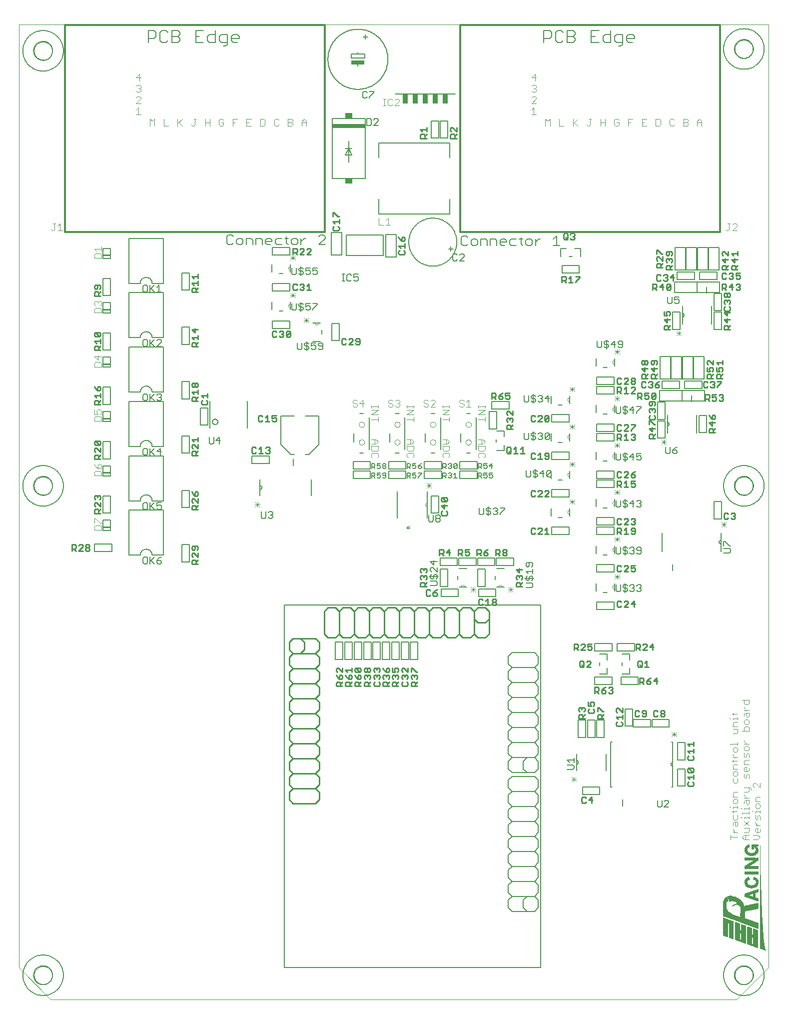
<source format=gto>
G75*
G70*
%OFA0B0*%
%FSLAX24Y24*%
%IPPOS*%
%LPD*%
%AMOC8*
5,1,8,0,0,1.08239X$1,22.5*
%
%ADD10R,0.0009X0.0018*%
%ADD11R,0.0009X0.0036*%
%ADD12R,0.0009X0.0054*%
%ADD13R,0.0009X0.0090*%
%ADD14R,0.0009X0.0117*%
%ADD15R,0.0009X0.0153*%
%ADD16R,0.0009X0.0189*%
%ADD17R,0.0009X0.0243*%
%ADD18R,0.0009X0.0279*%
%ADD19R,0.0009X0.0342*%
%ADD20R,0.0009X0.0387*%
%ADD21R,0.0009X0.0459*%
%ADD22R,0.0009X0.0522*%
%ADD23R,0.0009X0.0594*%
%ADD24R,0.0009X0.0675*%
%ADD25R,0.0009X0.0765*%
%ADD26R,0.0009X0.0846*%
%ADD27R,0.0009X0.0945*%
%ADD28R,0.0009X0.1053*%
%ADD29R,0.0009X0.1152*%
%ADD30R,0.0009X0.1278*%
%ADD31R,0.0009X0.1395*%
%ADD32R,0.0009X0.1530*%
%ADD33R,0.0009X0.1674*%
%ADD34R,0.0009X0.1818*%
%ADD35R,0.0009X0.1971*%
%ADD36R,0.0009X0.2142*%
%ADD37R,0.0009X0.2322*%
%ADD38R,0.0009X0.2511*%
%ADD39R,0.0009X0.2718*%
%ADD40R,0.0009X0.2925*%
%ADD41R,0.0009X0.3150*%
%ADD42R,0.0009X0.3402*%
%ADD43R,0.0009X0.3654*%
%ADD44R,0.0009X0.3933*%
%ADD45R,0.0009X0.4230*%
%ADD46R,0.0009X0.4563*%
%ADD47R,0.0009X0.4914*%
%ADD48R,0.0009X0.5301*%
%ADD49R,0.0009X0.5742*%
%ADD50R,0.0009X0.6246*%
%ADD51R,0.0009X0.6858*%
%ADD52R,0.0009X0.0180*%
%ADD53R,0.0009X0.0162*%
%ADD54R,0.0009X0.0369*%
%ADD55R,0.0009X0.0360*%
%ADD56R,0.0009X0.0171*%
%ADD57R,0.0009X0.0189*%
%ADD58R,0.0009X0.0252*%
%ADD59R,0.0009X0.0225*%
%ADD60R,0.0009X0.0144*%
%ADD61R,0.0009X0.1161*%
%ADD62R,0.0009X0.0378*%
%ADD63R,0.0009X0.0198*%
%ADD64R,0.0009X0.0306*%
%ADD65R,0.0009X0.0270*%
%ADD66R,0.0009X0.0351*%
%ADD67R,0.0009X0.1170*%
%ADD68R,0.0009X0.0369*%
%ADD69R,0.0009X0.0369*%
%ADD70R,0.0009X0.0180*%
%ADD71R,0.0009X0.0198*%
%ADD72R,0.0009X0.0387*%
%ADD73R,0.0009X0.0189*%
%ADD74R,0.0009X0.0162*%
%ADD75R,0.0009X0.0423*%
%ADD76R,0.0009X0.0207*%
%ADD77R,0.0009X0.1170*%
%ADD78R,0.0009X0.0441*%
%ADD79R,0.0009X0.0216*%
%ADD80R,0.0009X0.0387*%
%ADD81R,0.0009X0.0369*%
%ADD82R,0.0009X0.0477*%
%ADD83R,0.0009X0.0414*%
%ADD84R,0.0009X0.0495*%
%ADD85R,0.0009X0.0432*%
%ADD86R,0.0009X0.0513*%
%ADD87R,0.0009X0.0234*%
%ADD88R,0.0009X0.0450*%
%ADD89R,0.0009X0.0531*%
%ADD90R,0.0009X0.0468*%
%ADD91R,0.0009X0.0549*%
%ADD92R,0.0009X0.0486*%
%ADD93R,0.0009X0.0567*%
%ADD94R,0.0009X0.0252*%
%ADD95R,0.0009X0.0585*%
%ADD96R,0.0009X0.0261*%
%ADD97R,0.0009X0.0675*%
%ADD98R,0.0009X0.1161*%
%ADD99R,0.0009X0.0378*%
%ADD100R,0.0009X0.0594*%
%ADD101R,0.0009X0.0261*%
%ADD102R,0.0009X0.0684*%
%ADD103R,0.0009X0.0612*%
%ADD104R,0.0009X0.0684*%
%ADD105R,0.0009X0.0630*%
%ADD106R,0.0009X0.0693*%
%ADD107R,0.0009X0.0288*%
%ADD108R,0.0009X0.0333*%
%ADD109R,0.0009X0.0297*%
%ADD110R,0.0009X0.0171*%
%ADD111R,0.0009X0.0243*%
%ADD112R,0.0009X0.0297*%
%ADD113R,0.0009X0.0279*%
%ADD114R,0.0009X0.0234*%
%ADD115R,0.0009X0.0234*%
%ADD116R,0.0009X0.0315*%
%ADD117R,0.0009X0.0666*%
%ADD118R,0.0009X0.0657*%
%ADD119R,0.0009X0.0216*%
%ADD120R,0.0009X0.0324*%
%ADD121R,0.0009X0.0225*%
%ADD122R,0.0009X0.0648*%
%ADD123R,0.0009X0.0207*%
%ADD124R,0.0009X0.0639*%
%ADD125R,0.0009X0.0342*%
%ADD126R,0.0009X0.0621*%
%ADD127R,0.0009X0.0207*%
%ADD128R,0.0009X0.0351*%
%ADD129R,0.0009X0.0621*%
%ADD130R,0.0009X0.0603*%
%ADD131R,0.0009X0.0135*%
%ADD132R,0.0009X0.0342*%
%ADD133R,0.0009X0.0099*%
%ADD134R,0.0009X0.0576*%
%ADD135R,0.0009X0.0045*%
%ADD136R,0.0009X0.0396*%
%ADD137R,0.0009X0.0135*%
%ADD138R,0.0009X0.0009*%
%ADD139R,0.0009X0.0405*%
%ADD140R,0.0009X0.0567*%
%ADD141R,0.0009X0.0414*%
%ADD142R,0.0009X0.0162*%
%ADD143R,0.0009X0.0360*%
%ADD144R,0.0009X0.0144*%
%ADD145R,0.0009X0.0189*%
%ADD146R,0.0009X0.0036*%
%ADD147R,0.0009X0.0396*%
%ADD148R,0.0009X0.0027*%
%ADD149R,0.0009X0.0063*%
%ADD150R,0.0009X0.0108*%
%ADD151R,0.0009X0.0162*%
%ADD152R,0.0009X0.0342*%
%ADD153R,0.0009X0.0207*%
%ADD154R,0.0009X0.0324*%
%ADD155R,0.0009X0.0306*%
%ADD156R,0.0009X0.0315*%
%ADD157R,0.0009X0.0297*%
%ADD158R,0.0009X0.0612*%
%ADD159R,0.0009X0.0558*%
%ADD160R,0.0009X0.0531*%
%ADD161R,0.0009X0.0252*%
%ADD162R,0.0009X0.0513*%
%ADD163R,0.0009X0.0459*%
%ADD164R,0.0009X0.0450*%
%ADD165R,0.0009X0.0414*%
%ADD166R,0.0009X0.1215*%
%ADD167R,0.0009X0.1215*%
%ADD168R,0.0009X0.1206*%
%ADD169R,0.0009X0.1197*%
%ADD170R,0.0009X0.1179*%
%ADD171R,0.0009X0.1188*%
%ADD172R,0.0009X0.1188*%
%ADD173R,0.0009X0.1224*%
%ADD174R,0.0009X0.1260*%
%ADD175R,0.0009X0.1296*%
%ADD176R,0.0009X0.1305*%
%ADD177R,0.0009X0.1323*%
%ADD178R,0.0009X0.1332*%
%ADD179R,0.0009X0.1350*%
%ADD180R,0.0009X0.1368*%
%ADD181R,0.0009X0.1368*%
%ADD182R,0.0009X0.1386*%
%ADD183R,0.0009X0.1404*%
%ADD184R,0.0009X0.1413*%
%ADD185R,0.0009X0.1422*%
%ADD186R,0.0009X0.1422*%
%ADD187R,0.0009X0.1440*%
%ADD188R,0.0009X0.1449*%
%ADD189R,0.0009X0.1179*%
%ADD190R,0.0009X0.1458*%
%ADD191R,0.0009X0.1458*%
%ADD192R,0.0009X0.1467*%
%ADD193R,0.0009X0.1476*%
%ADD194R,0.0009X0.0144*%
%ADD195R,0.0009X0.1485*%
%ADD196R,0.0009X0.1494*%
%ADD197R,0.0009X0.0459*%
%ADD198R,0.0009X0.1179*%
%ADD199R,0.0009X0.0441*%
%ADD200R,0.0009X0.0432*%
%ADD201R,0.0009X0.0432*%
%ADD202R,0.0009X0.1179*%
%ADD203R,0.0009X0.0468*%
%ADD204R,0.0009X0.0486*%
%ADD205R,0.0009X0.0072*%
%ADD206R,0.0009X0.0054*%
%ADD207R,0.0009X0.0045*%
%ADD208R,0.0009X0.0054*%
%ADD209R,0.0009X0.0072*%
%ADD210R,0.0009X0.0324*%
%ADD211R,0.0009X0.0081*%
%ADD212R,0.0009X0.0081*%
%ADD213R,0.0009X0.0072*%
%ADD214R,0.0009X0.0027*%
%ADD215R,0.0009X0.0324*%
%ADD216R,0.0009X0.0279*%
%ADD217R,0.0009X0.0405*%
%ADD218R,0.0009X0.0027*%
%ADD219R,0.0009X0.0252*%
%ADD220R,0.0009X0.0063*%
%ADD221R,0.0009X0.0540*%
%ADD222R,0.0009X0.0558*%
%ADD223R,0.0009X0.0972*%
%ADD224R,0.0009X0.1008*%
%ADD225R,0.0009X0.1314*%
%ADD226R,0.0009X0.1314*%
%ADD227R,0.0009X0.1287*%
%ADD228R,0.0009X0.1260*%
%ADD229R,0.0009X0.1251*%
%ADD230R,0.0009X0.1242*%
%ADD231R,0.0009X0.1197*%
%ADD232R,0.0009X0.1152*%
%ADD233R,0.0009X0.1143*%
%ADD234R,0.0009X0.1116*%
%ADD235R,0.0009X0.1089*%
%ADD236R,0.0009X0.1062*%
%ADD237R,0.0009X0.1035*%
%ADD238R,0.0009X0.0999*%
%ADD239R,0.0009X0.0954*%
%ADD240R,0.0009X0.0909*%
%ADD241R,0.0009X0.0819*%
%ADD242C,0.0040*%
%ADD243C,0.0000*%
%ADD244C,0.0060*%
%ADD245C,0.0100*%
%ADD246C,0.0050*%
%ADD247C,0.0080*%
%ADD248R,0.0380X0.0660*%
%ADD249C,0.0090*%
%ADD250C,0.0030*%
%ADD251R,0.2200X0.0300*%
%ADD252R,0.0500X0.0350*%
%ADD253R,0.0900X0.0250*%
%ADD254C,0.0120*%
%ADD255C,0.0070*%
D10*
X047709Y006398D03*
X049941Y003446D03*
D11*
X049932Y003455D03*
X047952Y006506D03*
X047943Y006506D03*
X047727Y006407D03*
D12*
X047916Y006506D03*
X047934Y006506D03*
X047988Y006524D03*
X049923Y003473D03*
D13*
X049914Y003491D03*
X047331Y006524D03*
X048852Y008207D03*
D14*
X049905Y003504D03*
D15*
X049896Y003531D03*
D16*
X049887Y003549D03*
X048564Y007131D03*
X048834Y007230D03*
X048861Y007239D03*
X048888Y007248D03*
X048933Y007266D03*
X048942Y007266D03*
X048969Y007275D03*
X048987Y007284D03*
X048996Y007284D03*
X049014Y007293D03*
X049023Y007293D03*
X049059Y007311D03*
X049068Y007311D03*
X049077Y007311D03*
X049086Y007320D03*
X049257Y007374D03*
X049284Y007383D03*
X049338Y007401D03*
X049041Y007698D03*
X049032Y007698D03*
X049023Y007698D03*
X048978Y007698D03*
X048969Y007698D03*
X048951Y007698D03*
X048951Y008976D03*
X048942Y008976D03*
X048933Y008976D03*
X048924Y008976D03*
X048906Y008976D03*
X048897Y008976D03*
X048969Y008976D03*
X048978Y008976D03*
X048987Y008976D03*
X048996Y008976D03*
X049014Y008976D03*
X049023Y008976D03*
X049032Y008976D03*
X049041Y008976D03*
X049059Y008976D03*
X049068Y008976D03*
X049077Y008976D03*
X049086Y008976D03*
X049104Y008976D03*
X049113Y008976D03*
X049122Y008976D03*
X049131Y008976D03*
X049149Y008976D03*
X049158Y008976D03*
X049167Y008976D03*
X049176Y008976D03*
X049194Y008976D03*
X049203Y008976D03*
X049212Y008976D03*
X049221Y008976D03*
X049239Y008976D03*
X049248Y008976D03*
X049257Y008976D03*
X049266Y008976D03*
X049284Y008976D03*
X049293Y008976D03*
X049302Y008976D03*
X049311Y008976D03*
X049329Y008976D03*
X049338Y008976D03*
X049347Y008976D03*
X049356Y008976D03*
X049374Y008976D03*
X049383Y008976D03*
X049392Y008976D03*
X049401Y008976D03*
X049419Y008976D03*
X049428Y008976D03*
X049428Y009534D03*
X049086Y009534D03*
X049077Y009534D03*
X049068Y009534D03*
X049059Y009534D03*
X049041Y009534D03*
X049032Y009534D03*
X049023Y009534D03*
X049014Y009534D03*
X048996Y009534D03*
X048987Y009534D03*
X048978Y009534D03*
X048969Y009534D03*
X048951Y009534D03*
X048942Y009534D03*
X048933Y009534D03*
X048924Y009534D03*
X048906Y009534D03*
X048897Y009534D03*
X048888Y009534D03*
X048879Y009534D03*
X048861Y009534D03*
X048852Y009534D03*
X048843Y009534D03*
X048834Y009534D03*
X048816Y009534D03*
X048807Y009534D03*
X048798Y009534D03*
X048789Y009534D03*
X048771Y009534D03*
X048762Y009534D03*
X048753Y009534D03*
X048744Y009534D03*
X048726Y009534D03*
X048717Y009534D03*
X048708Y009534D03*
X048699Y009534D03*
X048681Y009534D03*
X048672Y009534D03*
X048663Y009534D03*
X048654Y009534D03*
X048636Y009534D03*
X048627Y009534D03*
X048618Y009534D03*
X048609Y009534D03*
X048591Y009534D03*
X048582Y009534D03*
X048573Y009534D03*
X048942Y009858D03*
X048951Y009858D03*
X049041Y009858D03*
X049149Y010434D03*
X049158Y010434D03*
X048564Y008985D03*
X047466Y006978D03*
D17*
X047421Y005394D03*
X047466Y005376D03*
X047493Y005368D03*
X048726Y007789D03*
X048726Y008194D03*
X048636Y009004D03*
X048627Y009004D03*
X049347Y009508D03*
X049356Y009508D03*
X049257Y009930D03*
X049266Y009939D03*
X049248Y010408D03*
X048726Y010354D03*
X049878Y003576D03*
D18*
X049869Y003603D03*
X048699Y007131D03*
X049293Y008166D03*
X048681Y009021D03*
X049293Y009489D03*
X049302Y009489D03*
X048717Y009966D03*
D19*
X049410Y010124D03*
X048780Y007136D03*
X047835Y006884D03*
X047970Y005606D03*
X048060Y005570D03*
X048195Y005525D03*
X049860Y003635D03*
D20*
X049851Y003666D03*
X047556Y005773D03*
X047538Y005781D03*
D21*
X047412Y005863D03*
X048078Y006718D03*
X048087Y006718D03*
X049842Y003703D03*
D22*
X049833Y003734D03*
X048267Y006560D03*
D23*
X047331Y005957D03*
X048681Y007991D03*
X048681Y010151D03*
X049824Y003779D03*
D24*
X049815Y003820D03*
D25*
X049806Y003865D03*
X048267Y005710D03*
D26*
X049797Y003914D03*
D27*
X049788Y003964D03*
D28*
X049779Y004018D03*
D29*
X049770Y004076D03*
D30*
X049761Y004139D03*
X047259Y006326D03*
D31*
X048402Y005970D03*
X049752Y004206D03*
D32*
X049743Y004274D03*
D33*
X049734Y004346D03*
D34*
X049725Y004427D03*
D35*
X049716Y004503D03*
D36*
X049707Y004589D03*
D37*
X049698Y004688D03*
D38*
X049689Y004783D03*
D39*
X049680Y004886D03*
D40*
X049671Y004999D03*
D41*
X049662Y005111D03*
D42*
X049653Y005237D03*
D43*
X049644Y005372D03*
D44*
X049635Y005511D03*
D45*
X049626Y005669D03*
D46*
X049617Y005835D03*
D47*
X049608Y006011D03*
D48*
X049599Y006213D03*
D49*
X049590Y006434D03*
D50*
X049581Y006686D03*
D51*
X049572Y007001D03*
D52*
X049419Y006830D03*
X049401Y006839D03*
X049392Y006839D03*
X049383Y006839D03*
X049374Y006848D03*
X049356Y006848D03*
X049347Y006857D03*
X049338Y006857D03*
X049329Y006857D03*
X049311Y006866D03*
X049302Y006866D03*
X049293Y006875D03*
X049284Y006875D03*
X049266Y006884D03*
X049257Y006884D03*
X049077Y006947D03*
X049059Y006956D03*
X049032Y006965D03*
X049023Y006965D03*
X048996Y006974D03*
X048978Y006983D03*
X048951Y006992D03*
X048924Y007001D03*
X048897Y007010D03*
X048843Y007028D03*
X048816Y007226D03*
X048843Y007235D03*
X048852Y007235D03*
X048879Y007244D03*
X048897Y007253D03*
X048924Y007262D03*
X048951Y007271D03*
X048978Y007280D03*
X049032Y007298D03*
X049446Y008000D03*
X049149Y008261D03*
X049437Y008603D03*
X048564Y008603D03*
X048834Y010403D03*
X047403Y006839D03*
D53*
X047457Y006992D03*
X049446Y010133D03*
X049428Y010448D03*
X049419Y010448D03*
X049401Y010448D03*
X049392Y010448D03*
X049383Y010448D03*
X049374Y010448D03*
X049356Y010448D03*
X049347Y010448D03*
X049338Y010448D03*
D54*
X049401Y010119D03*
X049167Y009444D03*
X049158Y009444D03*
X048816Y009066D03*
X047664Y006906D03*
X047646Y006906D03*
X047637Y006906D03*
X047628Y006906D03*
X047619Y006906D03*
X047601Y006906D03*
X047592Y006906D03*
X047583Y006906D03*
X047574Y006906D03*
X047556Y006906D03*
X047547Y006906D03*
X047592Y005754D03*
X047619Y005745D03*
X047628Y005736D03*
X047637Y005736D03*
X048618Y005385D03*
X048717Y005349D03*
X048744Y005340D03*
X048816Y005313D03*
X048843Y005304D03*
X048942Y005268D03*
X048969Y005259D03*
X049014Y005241D03*
X049068Y005223D03*
X049113Y005205D03*
X049212Y005169D03*
X049239Y005160D03*
X049266Y005151D03*
X049311Y005133D03*
X049338Y005124D03*
X049392Y005106D03*
X049437Y005088D03*
X049239Y006375D03*
X049221Y006375D03*
X049176Y006366D03*
X049086Y006348D03*
X049077Y006348D03*
X049041Y006339D03*
X049032Y006339D03*
X049023Y006339D03*
X048996Y006330D03*
X048987Y006330D03*
X048978Y006330D03*
X048942Y006321D03*
X048933Y006321D03*
X048843Y006303D03*
X048834Y006303D03*
X048798Y006294D03*
X048789Y006294D03*
X048753Y006285D03*
X048744Y006285D03*
X048699Y006276D03*
X048591Y006258D03*
X049266Y006384D03*
X049284Y006384D03*
X049329Y006393D03*
X049419Y006411D03*
X049428Y006411D03*
D55*
X049437Y006416D03*
X049401Y006407D03*
X049392Y006407D03*
X049356Y006398D03*
X049347Y006398D03*
X049338Y006398D03*
X049311Y006389D03*
X049302Y006389D03*
X049293Y006389D03*
X049257Y006380D03*
X049248Y006380D03*
X049212Y006371D03*
X049203Y006371D03*
X049194Y006371D03*
X049167Y006362D03*
X049158Y006362D03*
X049149Y006362D03*
X049113Y006353D03*
X049104Y006353D03*
X049068Y006344D03*
X049059Y006344D03*
X049014Y006335D03*
X048969Y006326D03*
X048951Y006326D03*
X048924Y006317D03*
X048906Y006317D03*
X048861Y006308D03*
X048852Y006308D03*
X048816Y006299D03*
X048807Y006299D03*
X048771Y006290D03*
X048762Y006290D03*
X048726Y006281D03*
X048717Y006281D03*
X048708Y006281D03*
X048681Y006272D03*
X048672Y006272D03*
X048663Y006272D03*
X048636Y006263D03*
X048627Y006263D03*
X048618Y006263D03*
X048609Y006263D03*
X048582Y006254D03*
X048573Y006254D03*
X048807Y007136D03*
X047772Y006893D03*
X047727Y006902D03*
X047718Y006902D03*
X047709Y006902D03*
X047691Y006902D03*
X047682Y006902D03*
X047673Y006902D03*
X047358Y006857D03*
X047646Y005732D03*
X047664Y005723D03*
X047673Y005723D03*
X047682Y005714D03*
X047691Y005714D03*
X047709Y005705D03*
X047718Y005705D03*
X047727Y005696D03*
X047736Y005696D03*
X047754Y005687D03*
X047781Y005678D03*
X048807Y009062D03*
X049176Y009449D03*
D56*
X049437Y009534D03*
X049437Y008976D03*
X048564Y009534D03*
X048816Y007041D03*
X048834Y007033D03*
X048852Y007023D03*
X048861Y007023D03*
X048879Y007014D03*
X048888Y007014D03*
X048906Y007005D03*
X048933Y006996D03*
X048942Y006996D03*
X048969Y006988D03*
X048987Y006978D03*
X049014Y006969D03*
X049041Y006960D03*
X049068Y006951D03*
X049086Y006943D03*
X049248Y006888D03*
X049428Y006825D03*
X049437Y006825D03*
X048303Y004683D03*
X048294Y004683D03*
X048276Y004693D03*
X048267Y004693D03*
X048258Y004693D03*
X048249Y004701D03*
X049041Y004413D03*
X049059Y004404D03*
X049068Y004404D03*
X049077Y004395D03*
X049086Y004395D03*
X049104Y004386D03*
X049113Y004386D03*
X047322Y006519D03*
D57*
X048906Y007258D03*
X049041Y007303D03*
X049311Y007393D03*
X049437Y007438D03*
D58*
X049437Y008000D03*
X049284Y008189D03*
X048564Y008000D03*
X048654Y007136D03*
X048663Y007136D03*
X047484Y006956D03*
X047439Y005390D03*
X047448Y005381D03*
X047457Y005381D03*
X048564Y010160D03*
X048717Y010340D03*
D59*
X048744Y010371D03*
X048744Y009930D03*
X048753Y009921D03*
X049221Y009904D03*
X049239Y009913D03*
X049248Y009921D03*
X049437Y010129D03*
X049374Y009516D03*
X049077Y009310D03*
X049023Y009274D03*
X048996Y009255D03*
X048969Y009238D03*
X048942Y009220D03*
X048609Y008995D03*
X048753Y008220D03*
X048744Y008211D03*
X048744Y007770D03*
X048753Y007761D03*
X049248Y007761D03*
X049266Y008211D03*
X048618Y007131D03*
D60*
X048231Y004121D03*
X048258Y004112D03*
X048276Y004103D03*
X048303Y004094D03*
X049437Y010448D03*
D61*
X048726Y004458D03*
X048924Y004386D03*
X048951Y004378D03*
X049023Y004350D03*
X049122Y004314D03*
X049149Y004305D03*
X049176Y004296D03*
X049221Y004278D03*
X049248Y004269D03*
X049347Y004233D03*
X049374Y004224D03*
X049401Y004215D03*
X049419Y004206D03*
X049428Y004206D03*
D62*
X049428Y005093D03*
X049419Y005093D03*
X049401Y005102D03*
X049383Y005111D03*
X049374Y005111D03*
X049356Y005120D03*
X049347Y005120D03*
X049329Y005129D03*
X049302Y005138D03*
X049284Y005147D03*
X049257Y005156D03*
X049248Y005156D03*
X049221Y005165D03*
X049203Y005174D03*
X049194Y005174D03*
X049176Y005183D03*
X049158Y005192D03*
X049149Y005192D03*
X049131Y005201D03*
X049122Y005201D03*
X049104Y005210D03*
X049086Y005219D03*
X049077Y005219D03*
X049059Y005228D03*
X049032Y005237D03*
X049023Y005237D03*
X048996Y005246D03*
X048987Y005255D03*
X048978Y005255D03*
X048951Y005264D03*
X048933Y005273D03*
X048924Y005273D03*
X048906Y005282D03*
X048897Y005282D03*
X048888Y005291D03*
X048879Y005291D03*
X048861Y005300D03*
X048852Y005300D03*
X048834Y005309D03*
X048807Y005318D03*
X048798Y005318D03*
X048789Y005327D03*
X048771Y005327D03*
X048762Y005336D03*
X048753Y005336D03*
X048726Y005345D03*
X048708Y005354D03*
X048699Y005354D03*
X048681Y005363D03*
X048672Y005363D03*
X048663Y005372D03*
X048654Y005372D03*
X048636Y005381D03*
X048627Y005381D03*
X048609Y005390D03*
X048591Y005399D03*
X048582Y005399D03*
X048573Y005399D03*
X047601Y005750D03*
X047583Y005759D03*
X047574Y005768D03*
X047547Y005777D03*
X047538Y006902D03*
X048834Y009071D03*
X048843Y009071D03*
X049149Y009440D03*
D63*
X049419Y009530D03*
X049167Y009881D03*
X049131Y009872D03*
X049122Y009872D03*
X049104Y009863D03*
X049086Y009863D03*
X049077Y009863D03*
X049068Y009863D03*
X049059Y009863D03*
X049032Y009854D03*
X049023Y009854D03*
X049014Y009854D03*
X048996Y009854D03*
X048987Y009854D03*
X048978Y009854D03*
X048969Y009854D03*
X048933Y009863D03*
X048924Y009863D03*
X048906Y009863D03*
X048897Y009863D03*
X048888Y009863D03*
X048879Y009872D03*
X048861Y009872D03*
X048852Y009872D03*
X048834Y009881D03*
X048807Y010403D03*
X048798Y010403D03*
X048816Y010412D03*
X049167Y010430D03*
X049176Y010430D03*
X049176Y008603D03*
X049167Y008603D03*
X049158Y008603D03*
X049149Y008603D03*
X049131Y008603D03*
X049122Y008603D03*
X049113Y008603D03*
X049104Y008603D03*
X049086Y008603D03*
X049077Y008603D03*
X049068Y008603D03*
X049059Y008603D03*
X049041Y008603D03*
X049032Y008603D03*
X049023Y008603D03*
X049014Y008603D03*
X048996Y008603D03*
X048987Y008603D03*
X048978Y008603D03*
X048969Y008603D03*
X048951Y008603D03*
X048942Y008603D03*
X048933Y008603D03*
X048924Y008603D03*
X048906Y008603D03*
X048897Y008603D03*
X048888Y008603D03*
X048879Y008603D03*
X048861Y008603D03*
X048852Y008603D03*
X048843Y008603D03*
X048834Y008603D03*
X048816Y008603D03*
X048807Y008603D03*
X048798Y008603D03*
X048789Y008603D03*
X048771Y008603D03*
X048762Y008603D03*
X048753Y008603D03*
X048744Y008603D03*
X048726Y008603D03*
X048717Y008603D03*
X048708Y008603D03*
X048699Y008603D03*
X048681Y008603D03*
X048672Y008603D03*
X048663Y008603D03*
X048654Y008603D03*
X048636Y008603D03*
X048627Y008603D03*
X048618Y008603D03*
X048609Y008603D03*
X048591Y008603D03*
X048582Y008603D03*
X048573Y008603D03*
X049194Y008603D03*
X049203Y008603D03*
X049212Y008603D03*
X049221Y008603D03*
X049239Y008603D03*
X049248Y008603D03*
X049257Y008603D03*
X049266Y008603D03*
X049284Y008603D03*
X049293Y008603D03*
X049302Y008603D03*
X049311Y008603D03*
X049329Y008603D03*
X049338Y008603D03*
X049347Y008603D03*
X049356Y008603D03*
X049374Y008603D03*
X049383Y008603D03*
X049392Y008603D03*
X049401Y008603D03*
X049419Y008603D03*
X049428Y008603D03*
X049212Y008243D03*
X049194Y008252D03*
X049176Y008261D03*
X049167Y008261D03*
X049158Y008261D03*
X049167Y007721D03*
X049131Y007712D03*
X049122Y007712D03*
X049113Y007703D03*
X049104Y007703D03*
X049086Y007703D03*
X049077Y007703D03*
X049068Y007703D03*
X049059Y007703D03*
X049014Y007694D03*
X048996Y007694D03*
X048987Y007694D03*
X048942Y007703D03*
X048933Y007703D03*
X048924Y007703D03*
X048906Y007703D03*
X048897Y007703D03*
X048888Y007703D03*
X048879Y007712D03*
X048861Y007712D03*
X048852Y007712D03*
X048843Y007721D03*
X048834Y007721D03*
X049248Y007370D03*
X049266Y007379D03*
X049293Y007388D03*
X049302Y007388D03*
X049329Y007397D03*
X049347Y007406D03*
X049356Y007406D03*
X049374Y007415D03*
X049383Y007415D03*
X049392Y007424D03*
X049401Y007424D03*
X049419Y007433D03*
X049428Y007433D03*
X048582Y007136D03*
X048573Y007136D03*
D64*
X048726Y007136D03*
X048573Y008000D03*
X048726Y009035D03*
X049257Y009476D03*
X049293Y009980D03*
X049419Y010124D03*
X048573Y010160D03*
X049428Y008000D03*
X047304Y006848D03*
D65*
X048681Y007136D03*
X048717Y007802D03*
X048672Y009017D03*
X049311Y009494D03*
X049284Y009962D03*
X049428Y010124D03*
D66*
X049194Y009453D03*
X048798Y009058D03*
X048789Y009058D03*
X048582Y007995D03*
X049419Y007995D03*
X048798Y007131D03*
X047808Y006888D03*
X047799Y006888D03*
X047781Y006888D03*
X047763Y006898D03*
X047754Y006898D03*
X047736Y006898D03*
X047367Y006861D03*
X047763Y005683D03*
X047772Y005683D03*
X047799Y005673D03*
X047808Y005664D03*
X047817Y005664D03*
X047826Y005655D03*
X047844Y005655D03*
X047853Y005646D03*
X047862Y005646D03*
X047889Y005638D03*
X047907Y005628D03*
X047934Y005619D03*
X047952Y005610D03*
X047979Y005601D03*
X048024Y005583D03*
X048051Y005574D03*
X048078Y005565D03*
X048177Y005529D03*
X048582Y010155D03*
D67*
X047295Y004976D03*
X047520Y004895D03*
X047565Y004877D03*
X047700Y004832D03*
X047745Y004814D03*
X047790Y004796D03*
X047925Y004751D03*
X047970Y004733D03*
X048015Y004715D03*
X048060Y004697D03*
X048150Y004670D03*
X048195Y004652D03*
X048375Y004589D03*
X048420Y004571D03*
X048465Y004553D03*
X048510Y004535D03*
X048555Y004517D03*
X048600Y004508D03*
X048735Y004454D03*
X048780Y004436D03*
X048870Y004409D03*
X048915Y004391D03*
X048960Y004373D03*
X049005Y004355D03*
X049140Y004310D03*
X049185Y004292D03*
X049230Y004274D03*
X049365Y004229D03*
X049410Y004211D03*
D68*
X049410Y005098D03*
X048915Y005278D03*
X048645Y006268D03*
X049140Y006358D03*
X049365Y006403D03*
X047655Y005728D03*
D69*
X047610Y005745D03*
X048645Y005376D03*
X048870Y005295D03*
X049140Y005196D03*
X049365Y005115D03*
X049185Y006366D03*
X049230Y006375D03*
X049275Y006384D03*
X049320Y006393D03*
X049410Y006411D03*
X048735Y006285D03*
X048690Y006276D03*
X048600Y006258D03*
X047655Y006906D03*
X047610Y006906D03*
X047565Y006906D03*
X048825Y009066D03*
D70*
X048555Y008000D03*
X048870Y007244D03*
X048825Y007226D03*
X048825Y007037D03*
X048870Y007019D03*
X049005Y006974D03*
X049050Y006956D03*
X049320Y006866D03*
X049365Y006848D03*
X049410Y006830D03*
X049005Y007289D03*
X048555Y010160D03*
D71*
X048825Y010412D03*
X049185Y010430D03*
X049140Y009872D03*
X049095Y009863D03*
X049050Y009863D03*
X049005Y009854D03*
X048960Y009854D03*
X048915Y009863D03*
X048870Y009872D03*
X049410Y009530D03*
X049410Y008603D03*
X049365Y008603D03*
X049320Y008603D03*
X049275Y008603D03*
X049230Y008603D03*
X049185Y008603D03*
X049140Y008603D03*
X049095Y008603D03*
X049050Y008603D03*
X049005Y008603D03*
X048960Y008603D03*
X048915Y008603D03*
X048870Y008603D03*
X048825Y008603D03*
X048780Y008603D03*
X048735Y008603D03*
X048690Y008603D03*
X048645Y008603D03*
X048600Y008603D03*
X048825Y008252D03*
X049185Y008252D03*
X049140Y007712D03*
X049095Y007703D03*
X049005Y007694D03*
X048915Y007703D03*
X048870Y007712D03*
X049275Y007379D03*
X049320Y007397D03*
X049365Y007415D03*
X049410Y007424D03*
D72*
X049410Y007995D03*
X049140Y009435D03*
X047520Y005790D03*
D73*
X048960Y007275D03*
X049095Y007320D03*
X049050Y007698D03*
X048960Y007698D03*
X048960Y008976D03*
X048915Y008976D03*
X049005Y008976D03*
X049050Y008976D03*
X049095Y008976D03*
X049140Y008976D03*
X049185Y008976D03*
X049230Y008976D03*
X049275Y008976D03*
X049320Y008976D03*
X049365Y008976D03*
X049410Y008976D03*
X049095Y009534D03*
X049050Y009534D03*
X049005Y009534D03*
X048960Y009534D03*
X048915Y009534D03*
X048870Y009534D03*
X048825Y009534D03*
X048780Y009534D03*
X048735Y009534D03*
X048690Y009534D03*
X048645Y009534D03*
X048600Y009534D03*
D74*
X049365Y010448D03*
X049410Y010448D03*
D75*
X049401Y007995D03*
X047448Y005835D03*
X047457Y005826D03*
D76*
X048798Y007734D03*
X048807Y007734D03*
X048816Y007725D03*
X049176Y007725D03*
X049194Y007734D03*
X049203Y007734D03*
X049239Y008229D03*
X048582Y008985D03*
X048573Y008985D03*
X048816Y009885D03*
X048807Y009894D03*
X048798Y009894D03*
X049176Y009885D03*
X049401Y009525D03*
X049203Y010425D03*
X049194Y010425D03*
X048771Y010389D03*
D77*
X047196Y006299D03*
X047124Y005039D03*
X047169Y005021D03*
X047196Y005012D03*
X047223Y005003D03*
X047268Y004985D03*
X047322Y004967D03*
X047349Y004958D03*
X047367Y004949D03*
X047394Y004940D03*
X047547Y004886D03*
X047574Y004877D03*
X047592Y004868D03*
X047619Y004859D03*
X047646Y004850D03*
X047664Y004841D03*
X047673Y004841D03*
X047691Y004832D03*
X047718Y004823D03*
X047763Y004805D03*
X047772Y004805D03*
X047799Y004796D03*
X047916Y004751D03*
X047943Y004742D03*
X047961Y004733D03*
X047988Y004724D03*
X047997Y004724D03*
X048024Y004715D03*
X048042Y004706D03*
X048069Y004697D03*
X048087Y004688D03*
X048096Y004688D03*
X048114Y004679D03*
X048123Y004679D03*
X048141Y004670D03*
X048159Y004661D03*
X048168Y004661D03*
X048186Y004652D03*
X048213Y004643D03*
X048222Y004643D03*
X048312Y004607D03*
X048321Y004607D03*
X048339Y004598D03*
X048348Y004598D03*
X048357Y004589D03*
X048366Y004589D03*
X048384Y004580D03*
X048393Y004580D03*
X048411Y004571D03*
X048438Y004562D03*
X048447Y004562D03*
X048456Y004553D03*
X048474Y004553D03*
X048483Y004544D03*
X048492Y004544D03*
X048519Y004535D03*
X048537Y004526D03*
X048546Y004526D03*
X048564Y004517D03*
X048573Y004517D03*
X048582Y004508D03*
X048591Y004508D03*
X048609Y004499D03*
X048744Y004454D03*
X048753Y004445D03*
X048762Y004445D03*
X048771Y004445D03*
X048789Y004436D03*
X048798Y004436D03*
X048807Y004427D03*
X048816Y004427D03*
X048834Y004418D03*
X048843Y004418D03*
X048852Y004409D03*
X048861Y004409D03*
X048879Y004400D03*
X048888Y004400D03*
X048897Y004400D03*
X048906Y004391D03*
X048933Y004382D03*
X048942Y004382D03*
X048969Y004373D03*
X048978Y004364D03*
X048987Y004364D03*
X048996Y004364D03*
X049014Y004355D03*
X049032Y004346D03*
X049131Y004310D03*
X049158Y004301D03*
X049167Y004301D03*
X049194Y004292D03*
X049203Y004283D03*
X049212Y004283D03*
X049239Y004274D03*
X049257Y004265D03*
X049266Y004265D03*
X049284Y004256D03*
X049293Y004256D03*
X049302Y004247D03*
X049311Y004247D03*
X049329Y004238D03*
X049338Y004238D03*
X049356Y004229D03*
X049383Y004220D03*
X049392Y004220D03*
D78*
X048213Y006636D03*
X048204Y006645D03*
X048186Y006663D03*
X048159Y006681D03*
X048141Y006690D03*
X048132Y006699D03*
X048123Y006699D03*
X049392Y007995D03*
X048609Y010155D03*
D79*
X048753Y010376D03*
X048762Y010385D03*
X049212Y010421D03*
X049221Y010421D03*
X049212Y009899D03*
X049203Y009899D03*
X049194Y009890D03*
X048789Y009899D03*
X048771Y009908D03*
X048762Y009917D03*
X049068Y009305D03*
X049059Y009296D03*
X049041Y009287D03*
X049032Y009278D03*
X049014Y009269D03*
X048987Y009251D03*
X048978Y009242D03*
X048951Y009224D03*
X048933Y009215D03*
X048924Y009206D03*
X048906Y009197D03*
X048897Y009188D03*
X049086Y009314D03*
X049383Y009521D03*
X049392Y009521D03*
X048591Y008990D03*
X048762Y008225D03*
X048771Y008225D03*
X048762Y007757D03*
X048771Y007748D03*
X048789Y007739D03*
X049212Y007739D03*
X049239Y007757D03*
X049257Y008216D03*
X049248Y008225D03*
X048609Y007136D03*
X047394Y006866D03*
D80*
X048249Y005520D03*
X048591Y007995D03*
X048852Y009075D03*
X049131Y009435D03*
X049392Y010119D03*
X048591Y010155D03*
D81*
X047529Y006898D03*
X048654Y006268D03*
X048879Y006313D03*
X048888Y006313D03*
X048897Y006313D03*
X049122Y006358D03*
X049131Y006358D03*
X049374Y006403D03*
X049383Y006403D03*
X049041Y005233D03*
X049167Y005188D03*
X049293Y005143D03*
D82*
X048033Y006735D03*
X047394Y005880D03*
X049383Y007995D03*
D83*
X049383Y010115D03*
D84*
X049338Y010110D03*
X048627Y010155D03*
X048627Y007995D03*
X049374Y007995D03*
X047376Y005899D03*
D85*
X047439Y005840D03*
X049374Y010115D03*
D86*
X049365Y007995D03*
D87*
X049275Y008198D03*
X049365Y009512D03*
D88*
X049365Y010115D03*
X048105Y006713D03*
D89*
X047358Y005916D03*
X049356Y007995D03*
D90*
X048618Y008000D03*
X048051Y006731D03*
X048042Y006731D03*
X048069Y006722D03*
X048249Y006596D03*
X047403Y005867D03*
X049356Y010115D03*
D91*
X048654Y010155D03*
X048654Y007995D03*
X049347Y007995D03*
D92*
X048258Y006578D03*
X048024Y006740D03*
X048006Y006740D03*
X049347Y010115D03*
D93*
X049338Y007995D03*
X048663Y007995D03*
D94*
X049338Y009503D03*
X048726Y009953D03*
X049257Y010403D03*
X047484Y005372D03*
D95*
X049131Y007131D03*
X049329Y007995D03*
X048672Y007995D03*
D96*
X048717Y008184D03*
X049284Y007798D03*
X048672Y007131D03*
X048663Y009013D03*
X048654Y009013D03*
X049329Y009498D03*
X049266Y010398D03*
D97*
X049329Y010191D03*
D98*
X048825Y004423D03*
X049275Y004260D03*
X049320Y004243D03*
D99*
X049320Y005129D03*
X049275Y005147D03*
X049230Y005165D03*
X049185Y005183D03*
X049095Y005210D03*
X049050Y005228D03*
X049005Y005246D03*
X048960Y005264D03*
X048825Y005309D03*
X048780Y005327D03*
X048735Y005345D03*
X048690Y005363D03*
X048600Y005390D03*
X047565Y005768D03*
D100*
X049140Y007136D03*
X049320Y007991D03*
D101*
X049320Y009498D03*
X049275Y009948D03*
D102*
X049320Y010187D03*
D103*
X048699Y010151D03*
X049311Y007991D03*
X049167Y007136D03*
D104*
X049311Y010187D03*
D105*
X048708Y010151D03*
X048708Y007991D03*
X049302Y007991D03*
X049194Y007136D03*
X048258Y005642D03*
D106*
X049302Y010183D03*
D107*
X049284Y009485D03*
X048699Y009026D03*
X049293Y007820D03*
X048708Y007136D03*
X047376Y006902D03*
D108*
X047331Y006853D03*
X047844Y006879D03*
X047853Y006879D03*
X047862Y006879D03*
X047871Y006879D03*
X047889Y006870D03*
X047979Y006834D03*
X047988Y006825D03*
X048771Y007131D03*
X048771Y009049D03*
X048762Y009049D03*
X049212Y009463D03*
X049221Y009463D03*
X049293Y010363D03*
D109*
X049284Y010380D03*
X049266Y009480D03*
X048717Y009030D03*
X048708Y009030D03*
D110*
X048915Y007005D03*
X048960Y006988D03*
X049095Y006943D03*
X049275Y006879D03*
X048285Y004683D03*
X048240Y004701D03*
X049050Y004404D03*
D111*
X048645Y007131D03*
X048735Y007779D03*
X048735Y008203D03*
X049275Y007789D03*
X048735Y009939D03*
D112*
X049275Y009480D03*
D113*
X049275Y010389D03*
X048690Y009021D03*
X048690Y007131D03*
D114*
X049266Y007775D03*
D115*
X049257Y007766D03*
X048636Y007136D03*
X048627Y007136D03*
X048618Y008999D03*
X049239Y010412D03*
D116*
X049239Y009471D03*
X049248Y009471D03*
X048744Y009040D03*
X048744Y007131D03*
X047313Y006853D03*
D117*
X049239Y007136D03*
D118*
X049230Y007131D03*
D119*
X049230Y007748D03*
X049230Y008234D03*
X048780Y008234D03*
X048960Y009233D03*
X049005Y009260D03*
X049095Y009323D03*
X048780Y009908D03*
X048600Y007136D03*
X047475Y006965D03*
D120*
X047970Y006839D03*
X049230Y009467D03*
D121*
X049050Y009291D03*
X048915Y009201D03*
X048600Y008995D03*
X049230Y009913D03*
X049230Y010416D03*
X048735Y010363D03*
D122*
X049212Y007136D03*
X049221Y007136D03*
D123*
X049158Y007716D03*
X049149Y007716D03*
X049221Y007744D03*
X049221Y008239D03*
X049203Y008248D03*
X048816Y008248D03*
X048807Y008248D03*
X048798Y008239D03*
X048789Y008239D03*
X048591Y007131D03*
X048843Y009876D03*
X049113Y009868D03*
X049149Y009876D03*
X049158Y009876D03*
X048789Y010399D03*
D124*
X049203Y007131D03*
D125*
X048231Y005507D03*
X048141Y005543D03*
X048132Y005543D03*
X048123Y005552D03*
X048114Y005552D03*
X048006Y005588D03*
X047997Y005597D03*
X047988Y005597D03*
X047898Y005633D03*
X047871Y005642D03*
X047349Y006857D03*
X049203Y009458D03*
X049131Y010358D03*
X049122Y010358D03*
X049113Y010358D03*
X049104Y010358D03*
X049086Y010358D03*
X049077Y010358D03*
X049068Y010358D03*
X049059Y010358D03*
X049041Y010358D03*
X049032Y010358D03*
X049023Y010358D03*
X049014Y010358D03*
D126*
X049185Y007131D03*
D127*
X049185Y007725D03*
X048825Y007725D03*
X048825Y009885D03*
X049185Y009885D03*
X048780Y010389D03*
D128*
X049185Y009453D03*
X047790Y006888D03*
X047745Y006898D03*
X047520Y006906D03*
X047745Y005691D03*
X047790Y005673D03*
X047835Y005655D03*
X047880Y005638D03*
X047925Y005619D03*
X048150Y005538D03*
D129*
X047322Y005979D03*
X049176Y007131D03*
X048699Y007995D03*
D130*
X049149Y007131D03*
X049158Y007131D03*
D131*
X049140Y008239D03*
X048240Y004116D03*
X049050Y003829D03*
X049095Y003810D03*
D132*
X048240Y005507D03*
X048105Y005552D03*
X048015Y005588D03*
X047340Y006857D03*
X048780Y009053D03*
X049005Y010358D03*
X049050Y010358D03*
X049095Y010358D03*
X049140Y010358D03*
D133*
X049131Y008220D03*
X047439Y007014D03*
X047421Y006789D03*
D134*
X049113Y007136D03*
X049122Y007136D03*
X048672Y010151D03*
D135*
X049122Y008203D03*
X047961Y006510D03*
X047736Y006411D03*
X047421Y007041D03*
D136*
X047493Y005804D03*
X047511Y005795D03*
X047529Y005786D03*
X048861Y009080D03*
X049122Y009431D03*
D137*
X048843Y010390D03*
X048843Y008220D03*
X047448Y007005D03*
X047412Y006816D03*
X048249Y004116D03*
X048267Y004108D03*
X048294Y004099D03*
X049041Y003829D03*
X049059Y003820D03*
X049068Y003820D03*
X049086Y003810D03*
X049104Y003801D03*
X049113Y003801D03*
D138*
X047412Y007050D03*
X049113Y008184D03*
D139*
X048879Y009085D03*
X049113Y009426D03*
X047484Y005809D03*
X047502Y005800D03*
D140*
X049104Y007131D03*
D141*
X048888Y009089D03*
X049104Y009422D03*
X047466Y005822D03*
D142*
X049095Y004391D03*
D143*
X047700Y005714D03*
X047700Y006902D03*
X048780Y006290D03*
X048825Y006299D03*
X048870Y006308D03*
X048915Y006317D03*
X048960Y006326D03*
X049005Y006335D03*
X049050Y006344D03*
X049095Y006353D03*
D144*
X049077Y003815D03*
D145*
X048915Y007258D03*
X049050Y007303D03*
D146*
X048870Y008180D03*
D147*
X048870Y009080D03*
D148*
X048870Y010344D03*
D149*
X048861Y010363D03*
X048861Y008194D03*
X047907Y006501D03*
X047898Y006501D03*
X047889Y006501D03*
X047772Y006439D03*
X047763Y006429D03*
X047754Y006420D03*
D150*
X048852Y010376D03*
D151*
X048834Y008234D03*
X048231Y004706D03*
D152*
X048222Y005516D03*
X048213Y005516D03*
X048204Y005516D03*
X048186Y005525D03*
X048168Y005534D03*
X048159Y005534D03*
X048096Y005561D03*
X048087Y005561D03*
X048069Y005570D03*
X048042Y005579D03*
X048033Y005579D03*
X047961Y005606D03*
X047943Y005615D03*
X047916Y005624D03*
X047997Y006821D03*
X047826Y006884D03*
X047817Y006884D03*
X048789Y007136D03*
D153*
X048780Y007744D03*
D154*
X048762Y007136D03*
X048753Y007136D03*
X047961Y006848D03*
X047952Y006848D03*
X047943Y006857D03*
X047934Y006857D03*
X047916Y006866D03*
X047907Y006866D03*
X047898Y006866D03*
X047322Y006857D03*
X048753Y009044D03*
D155*
X048735Y007136D03*
D156*
X047925Y006861D03*
X048735Y009040D03*
D157*
X048717Y007131D03*
X047502Y006934D03*
D158*
X048690Y007991D03*
X048690Y010151D03*
D159*
X048663Y010151D03*
D160*
X048645Y010155D03*
X048645Y007995D03*
D161*
X048645Y009008D03*
X047385Y006893D03*
X047475Y005372D03*
D162*
X047367Y005908D03*
X048636Y007995D03*
X048636Y010155D03*
D163*
X048618Y010155D03*
D164*
X048609Y008000D03*
X048096Y006713D03*
X048114Y006704D03*
X048222Y006632D03*
X048231Y006623D03*
X047421Y005858D03*
D165*
X048600Y008000D03*
X048600Y010160D03*
D166*
X047223Y006313D03*
X048564Y005826D03*
D167*
X048555Y005826D03*
D168*
X048546Y005831D03*
X047214Y006308D03*
D169*
X048528Y005826D03*
X048537Y005826D03*
D170*
X048132Y004674D03*
X048177Y004656D03*
X048051Y004701D03*
X048033Y004710D03*
X048006Y004719D03*
X047979Y004728D03*
X047934Y004746D03*
X047781Y004800D03*
X047754Y004809D03*
X047736Y004818D03*
X047727Y004818D03*
X047682Y004836D03*
X047637Y004854D03*
X047628Y004854D03*
X047601Y004863D03*
X047556Y004881D03*
X047538Y004890D03*
X047529Y004890D03*
X047511Y004899D03*
X047502Y004899D03*
X047412Y004935D03*
X047403Y004935D03*
X047376Y004944D03*
X047358Y004953D03*
X047313Y004971D03*
X047304Y004971D03*
X047286Y004980D03*
X047277Y004980D03*
X047259Y004989D03*
X047241Y004998D03*
X047232Y004998D03*
X047187Y005016D03*
X047178Y005016D03*
X047151Y005025D03*
X047142Y005034D03*
X047133Y005034D03*
X047106Y005043D03*
X048402Y004575D03*
X048429Y004566D03*
X048501Y004539D03*
X048528Y004530D03*
D171*
X048519Y005831D03*
X048501Y005831D03*
D172*
X048510Y005831D03*
D173*
X048492Y005858D03*
D174*
X048483Y005876D03*
D175*
X048474Y005894D03*
X047277Y006335D03*
D176*
X048465Y005908D03*
D177*
X048456Y005916D03*
D178*
X048447Y005930D03*
D179*
X048438Y005939D03*
D180*
X048429Y005948D03*
D181*
X048420Y005957D03*
D182*
X048411Y005966D03*
D183*
X048393Y005984D03*
D184*
X048384Y005989D03*
D185*
X048375Y005993D03*
D186*
X048366Y006002D03*
D187*
X048357Y006011D03*
D188*
X048348Y006015D03*
X048339Y006024D03*
D189*
X048330Y004603D03*
X047340Y004963D03*
X047205Y005008D03*
D190*
X048330Y006029D03*
D191*
X048321Y006038D03*
D192*
X048312Y006043D03*
D193*
X048303Y006047D03*
X048294Y006056D03*
D194*
X048285Y004103D03*
D195*
X048285Y006060D03*
D196*
X048276Y006065D03*
D197*
X048240Y006609D03*
D198*
X047583Y004873D03*
X047709Y004828D03*
X047952Y004738D03*
X048078Y004693D03*
X048204Y004648D03*
X047331Y004963D03*
X047214Y005008D03*
D199*
X047430Y005844D03*
X048195Y006654D03*
D200*
X048177Y006668D03*
X048168Y006677D03*
D201*
X048150Y006686D03*
D202*
X047610Y004863D03*
X047655Y004845D03*
X047385Y004944D03*
X047250Y004989D03*
X047160Y005025D03*
X047115Y005043D03*
X048105Y004683D03*
D203*
X048060Y006722D03*
D204*
X048015Y006740D03*
X047385Y005885D03*
D205*
X047781Y006443D03*
X047871Y006497D03*
X047997Y006533D03*
D206*
X047979Y006515D03*
D207*
X047970Y006510D03*
D208*
X047925Y006506D03*
X047745Y006416D03*
D209*
X047790Y006452D03*
X047880Y006497D03*
X047430Y007028D03*
D210*
X047880Y006875D03*
D211*
X047862Y006493D03*
X047853Y006493D03*
X047844Y006483D03*
X047826Y006474D03*
X047817Y006474D03*
X047808Y006465D03*
D212*
X047835Y006483D03*
D213*
X047799Y006461D03*
D214*
X047718Y006403D03*
D215*
X047511Y006920D03*
D216*
X047493Y006943D03*
D217*
X047475Y005818D03*
D218*
X047439Y006735D03*
D219*
X047430Y005390D03*
D220*
X047430Y006763D03*
D221*
X047349Y005930D03*
D222*
X047340Y005939D03*
D223*
X047313Y006155D03*
D224*
X047304Y006173D03*
D225*
X047295Y006335D03*
D226*
X047286Y006335D03*
D227*
X047268Y006330D03*
D228*
X047250Y006326D03*
D229*
X047241Y006321D03*
D230*
X047232Y006317D03*
D231*
X047205Y006304D03*
D232*
X047187Y006290D03*
D233*
X047178Y006285D03*
D234*
X047169Y006281D03*
D235*
X047160Y006268D03*
D236*
X047151Y006263D03*
D237*
X047142Y006250D03*
D238*
X047133Y006231D03*
D239*
X047124Y006218D03*
D240*
X047115Y006195D03*
D241*
X047106Y006150D03*
D242*
X047592Y010859D02*
X047592Y011165D01*
X047592Y011012D02*
X048052Y011012D01*
X048342Y011012D02*
X048495Y011165D01*
X048802Y011165D01*
X048725Y011319D02*
X048802Y011396D01*
X048802Y011626D01*
X048495Y011626D01*
X048495Y011779D02*
X048802Y012086D01*
X048802Y012240D02*
X048802Y012393D01*
X048802Y012316D02*
X048495Y012316D01*
X048495Y012240D01*
X048495Y012086D02*
X048802Y011779D01*
X049245Y011779D02*
X049552Y011779D01*
X049399Y011779D02*
X049245Y011933D01*
X049245Y012009D01*
X049322Y012163D02*
X049245Y012240D01*
X049245Y012470D01*
X049245Y012623D02*
X049245Y012700D01*
X049552Y012700D01*
X049552Y012623D02*
X049552Y012777D01*
X049475Y012930D02*
X049552Y013007D01*
X049552Y013160D01*
X049475Y013237D01*
X049322Y013237D01*
X049245Y013160D01*
X049245Y013007D01*
X049322Y012930D01*
X049475Y012930D01*
X049092Y012700D02*
X049015Y012700D01*
X048802Y012700D02*
X048802Y012547D01*
X048802Y012623D02*
X048342Y012623D01*
X048342Y012547D01*
X048342Y012316D02*
X048265Y012316D01*
X048052Y012240D02*
X048052Y012470D01*
X048052Y012240D02*
X047975Y012163D01*
X047822Y012163D01*
X047745Y012240D01*
X047745Y012470D01*
X047745Y012623D02*
X047745Y012777D01*
X047668Y012700D02*
X047975Y012700D01*
X048052Y012777D01*
X048052Y012930D02*
X048052Y013084D01*
X048052Y013007D02*
X047745Y013007D01*
X047745Y012930D01*
X047592Y013007D02*
X047515Y013007D01*
X047822Y013237D02*
X047975Y013237D01*
X048052Y013314D01*
X048052Y013467D01*
X047975Y013544D01*
X047822Y013544D01*
X047745Y013467D01*
X047745Y013314D01*
X047822Y013237D01*
X047745Y013698D02*
X047745Y013928D01*
X047822Y014005D01*
X048052Y014005D01*
X048052Y013698D02*
X047745Y013698D01*
X048495Y013774D02*
X048495Y013851D01*
X048495Y013774D02*
X048649Y013621D01*
X048802Y013621D02*
X048495Y013621D01*
X048572Y013467D02*
X048802Y013467D01*
X048802Y013237D01*
X048725Y013160D01*
X048649Y013237D01*
X048649Y013467D01*
X048572Y013467D02*
X048495Y013391D01*
X048495Y013237D01*
X048495Y012930D02*
X048802Y012930D01*
X048802Y012854D02*
X048802Y013007D01*
X048495Y012930D02*
X048495Y012854D01*
X048342Y012930D02*
X048265Y012930D01*
X048052Y012009D02*
X048052Y011779D01*
X047975Y011703D01*
X047899Y011779D01*
X047899Y012009D01*
X047822Y012009D02*
X048052Y012009D01*
X047822Y012009D02*
X047745Y011933D01*
X047745Y011779D01*
X047745Y011549D02*
X047745Y011472D01*
X047899Y011319D01*
X048052Y011319D02*
X047745Y011319D01*
X048342Y011012D02*
X048495Y010859D01*
X048802Y010859D01*
X048572Y010859D02*
X048572Y011165D01*
X048495Y011319D02*
X048725Y011319D01*
X049092Y011165D02*
X049399Y011165D01*
X049552Y011012D01*
X049399Y010859D01*
X049092Y010859D01*
X049322Y011319D02*
X049245Y011396D01*
X049245Y011549D01*
X049322Y011626D01*
X049399Y011626D01*
X049399Y011319D01*
X049475Y011319D02*
X049322Y011319D01*
X049475Y011319D02*
X049552Y011396D01*
X049552Y011549D01*
X049552Y012163D02*
X049552Y012393D01*
X049475Y012470D01*
X049399Y012393D01*
X049399Y012240D01*
X049322Y012163D01*
X049245Y013391D02*
X049245Y013621D01*
X049322Y013698D01*
X049552Y013698D01*
X049552Y013391D02*
X049245Y013391D01*
X048725Y014005D02*
X048802Y014081D01*
X048802Y014311D01*
X048879Y014311D02*
X048955Y014235D01*
X048955Y014158D01*
X048879Y014311D02*
X048495Y014311D01*
X048495Y014005D02*
X048725Y014005D01*
X049092Y014388D02*
X049168Y014311D01*
X049092Y014388D02*
X049092Y014542D01*
X049168Y014618D01*
X049245Y014618D01*
X049552Y014311D01*
X049552Y014618D01*
X048802Y014925D02*
X048802Y015155D01*
X048725Y015232D01*
X048649Y015155D01*
X048649Y015002D01*
X048572Y014925D01*
X048495Y015002D01*
X048495Y015232D01*
X048572Y015386D02*
X048495Y015462D01*
X048495Y015616D01*
X048572Y015693D01*
X048649Y015693D01*
X048649Y015386D01*
X048725Y015386D02*
X048572Y015386D01*
X048725Y015386D02*
X048802Y015462D01*
X048802Y015616D01*
X048802Y015846D02*
X048495Y015846D01*
X048495Y016076D01*
X048572Y016153D01*
X048802Y016153D01*
X048802Y016306D02*
X048802Y016537D01*
X048725Y016613D01*
X048649Y016537D01*
X048649Y016383D01*
X048572Y016306D01*
X048495Y016383D01*
X048495Y016613D01*
X048572Y016767D02*
X048725Y016767D01*
X048802Y016844D01*
X048802Y016997D01*
X048725Y017074D01*
X048572Y017074D01*
X048495Y016997D01*
X048495Y016844D01*
X048572Y016767D01*
X048649Y017227D02*
X048495Y017381D01*
X048495Y017457D01*
X048495Y017227D02*
X048802Y017227D01*
X048802Y018071D02*
X048342Y018071D01*
X048495Y018071D02*
X048495Y018302D01*
X048572Y018378D01*
X048725Y018378D01*
X048802Y018302D01*
X048802Y018071D01*
X048725Y018532D02*
X048572Y018532D01*
X048495Y018608D01*
X048495Y018762D01*
X048572Y018839D01*
X048725Y018839D01*
X048802Y018762D01*
X048802Y018608D01*
X048725Y018532D01*
X048725Y018992D02*
X048649Y019069D01*
X048649Y019299D01*
X048572Y019299D02*
X048802Y019299D01*
X048802Y019069D01*
X048725Y018992D01*
X048495Y019069D02*
X048495Y019222D01*
X048572Y019299D01*
X048649Y019452D02*
X048495Y019606D01*
X048495Y019683D01*
X048572Y019836D02*
X048495Y019913D01*
X048495Y020143D01*
X048342Y020143D02*
X048802Y020143D01*
X048802Y019913D01*
X048725Y019836D01*
X048572Y019836D01*
X048495Y019452D02*
X048802Y019452D01*
X048052Y019299D02*
X047975Y019222D01*
X047668Y019222D01*
X047745Y019146D02*
X047745Y019299D01*
X047745Y018915D02*
X048052Y018915D01*
X048052Y018839D02*
X048052Y018992D01*
X048052Y018685D02*
X047822Y018685D01*
X047745Y018608D01*
X047745Y018378D01*
X048052Y018378D01*
X048052Y018225D02*
X047745Y018225D01*
X048052Y018225D02*
X048052Y017995D01*
X047975Y017918D01*
X047745Y017918D01*
X048052Y017304D02*
X048052Y017151D01*
X048052Y017227D02*
X047592Y017227D01*
X047592Y017151D01*
X047822Y016997D02*
X047745Y016920D01*
X047745Y016767D01*
X047822Y016690D01*
X047975Y016690D01*
X048052Y016767D01*
X048052Y016920D01*
X047975Y016997D01*
X047822Y016997D01*
X047745Y016537D02*
X047745Y016460D01*
X047899Y016306D01*
X048052Y016306D02*
X047745Y016306D01*
X047745Y016153D02*
X047745Y016000D01*
X047668Y016076D02*
X047975Y016076D01*
X048052Y016153D01*
X048052Y015846D02*
X047822Y015846D01*
X047745Y015769D01*
X047745Y015539D01*
X048052Y015539D01*
X047975Y015386D02*
X047822Y015386D01*
X047745Y015309D01*
X047745Y015155D01*
X047822Y015079D01*
X047975Y015079D01*
X048052Y015155D01*
X048052Y015309D01*
X047975Y015386D01*
X048052Y014925D02*
X048052Y014695D01*
X047975Y014618D01*
X047822Y014618D01*
X047745Y014695D01*
X047745Y014925D01*
X047745Y018839D02*
X047745Y018915D01*
X047592Y018915D02*
X047515Y018915D01*
X031129Y036302D02*
X031205Y036379D01*
X031205Y036532D01*
X031129Y036609D01*
X030822Y036609D01*
X030745Y036532D01*
X030745Y036379D01*
X030822Y036302D01*
X030822Y036763D02*
X031129Y036763D01*
X031205Y036839D01*
X031205Y037070D01*
X030745Y037070D01*
X030745Y036839D01*
X030822Y036763D01*
X030745Y037223D02*
X031052Y037223D01*
X031205Y037377D01*
X031052Y037530D01*
X030745Y037530D01*
X030975Y037530D02*
X030975Y037223D01*
X031205Y038706D02*
X031205Y039013D01*
X031205Y039166D02*
X030745Y039166D01*
X031205Y039473D01*
X030745Y039473D01*
X030745Y039627D02*
X030745Y039780D01*
X030745Y039703D02*
X031205Y039703D01*
X031205Y039627D02*
X031205Y039780D01*
X031205Y038859D02*
X030745Y038859D01*
X030262Y039695D02*
X029955Y039695D01*
X030109Y039695D02*
X030109Y040155D01*
X029955Y040002D01*
X029802Y040079D02*
X029725Y040155D01*
X029572Y040155D01*
X029495Y040079D01*
X029495Y040002D01*
X029572Y039925D01*
X029725Y039925D01*
X029802Y039848D01*
X029802Y039772D01*
X029725Y039695D01*
X029572Y039695D01*
X029495Y039772D01*
X028830Y039780D02*
X028830Y039627D01*
X028830Y039703D02*
X028370Y039703D01*
X028370Y039627D02*
X028370Y039780D01*
X028370Y039473D02*
X028830Y039473D01*
X028370Y039166D01*
X028830Y039166D01*
X028830Y039013D02*
X028830Y038706D01*
X028830Y038859D02*
X028370Y038859D01*
X027887Y039695D02*
X027580Y039695D01*
X027887Y040002D01*
X027887Y040079D01*
X027811Y040155D01*
X027657Y040155D01*
X027580Y040079D01*
X027427Y040079D02*
X027350Y040155D01*
X027197Y040155D01*
X027120Y040079D01*
X027120Y040002D01*
X027197Y039925D01*
X027350Y039925D01*
X027427Y039848D01*
X027427Y039772D01*
X027350Y039695D01*
X027197Y039695D01*
X027120Y039772D01*
X026455Y039780D02*
X026455Y039627D01*
X026455Y039703D02*
X025995Y039703D01*
X025995Y039627D02*
X025995Y039780D01*
X025995Y039473D02*
X026455Y039473D01*
X025995Y039166D01*
X026455Y039166D01*
X026455Y039013D02*
X026455Y038706D01*
X026455Y038859D02*
X025995Y038859D01*
X025436Y039695D02*
X025282Y039695D01*
X025205Y039772D01*
X025052Y039772D02*
X024975Y039695D01*
X024822Y039695D01*
X024745Y039772D01*
X024822Y039925D02*
X024975Y039925D01*
X025052Y039848D01*
X025052Y039772D01*
X024822Y039925D02*
X024745Y040002D01*
X024745Y040079D01*
X024822Y040155D01*
X024975Y040155D01*
X025052Y040079D01*
X025205Y040079D02*
X025282Y040155D01*
X025436Y040155D01*
X025512Y040079D01*
X025512Y040002D01*
X025436Y039925D01*
X025512Y039848D01*
X025512Y039772D01*
X025436Y039695D01*
X025436Y039925D02*
X025359Y039925D01*
X024080Y039780D02*
X024080Y039627D01*
X024080Y039703D02*
X023620Y039703D01*
X023620Y039627D02*
X023620Y039780D01*
X023620Y039473D02*
X024080Y039473D01*
X023620Y039166D01*
X024080Y039166D01*
X024080Y039013D02*
X024080Y038706D01*
X024080Y038859D02*
X023620Y038859D01*
X023061Y039695D02*
X023061Y040155D01*
X022830Y039925D01*
X023137Y039925D01*
X022677Y039848D02*
X022677Y039772D01*
X022600Y039695D01*
X022447Y039695D01*
X022370Y039772D01*
X022447Y039925D02*
X022600Y039925D01*
X022677Y039848D01*
X022677Y040079D02*
X022600Y040155D01*
X022447Y040155D01*
X022370Y040079D01*
X022370Y040002D01*
X022447Y039925D01*
X023620Y037530D02*
X023927Y037530D01*
X024080Y037377D01*
X023927Y037223D01*
X023620Y037223D01*
X023620Y037070D02*
X023620Y036839D01*
X023697Y036763D01*
X024004Y036763D01*
X024080Y036839D01*
X024080Y037070D01*
X023620Y037070D01*
X023850Y037223D02*
X023850Y037530D01*
X023697Y036609D02*
X023620Y036532D01*
X023620Y036379D01*
X023697Y036302D01*
X024004Y036302D02*
X024080Y036379D01*
X024080Y036532D01*
X024004Y036609D01*
X023697Y036609D01*
X025995Y036532D02*
X025995Y036379D01*
X026072Y036302D01*
X025995Y036532D02*
X026072Y036609D01*
X026379Y036609D01*
X026455Y036532D01*
X026455Y036379D01*
X026379Y036302D01*
X026379Y036763D02*
X026072Y036763D01*
X025995Y036839D01*
X025995Y037070D01*
X026455Y037070D01*
X026455Y036839D01*
X026379Y036763D01*
X026302Y037223D02*
X025995Y037223D01*
X026225Y037223D02*
X026225Y037530D01*
X026302Y037530D02*
X026455Y037377D01*
X026302Y037223D01*
X026302Y037530D02*
X025995Y037530D01*
X028370Y037530D02*
X028677Y037530D01*
X028830Y037377D01*
X028677Y037223D01*
X028370Y037223D01*
X028370Y037070D02*
X028370Y036839D01*
X028447Y036763D01*
X028754Y036763D01*
X028830Y036839D01*
X028830Y037070D01*
X028370Y037070D01*
X028600Y037223D02*
X028600Y037530D01*
X028447Y036609D02*
X028370Y036532D01*
X028370Y036379D01*
X028447Y036302D01*
X028754Y036302D02*
X028830Y036379D01*
X028830Y036532D01*
X028754Y036609D01*
X028447Y036609D01*
X024887Y051820D02*
X024580Y051820D01*
X024427Y051820D02*
X024120Y051820D01*
X024120Y052280D01*
X024580Y052127D02*
X024734Y052280D01*
X024734Y051820D01*
X019289Y058432D02*
X019289Y058739D01*
X019136Y058893D01*
X018982Y058739D01*
X018982Y058432D01*
X018982Y058662D02*
X019289Y058662D01*
X018369Y058586D02*
X018369Y058509D01*
X018292Y058432D01*
X018062Y058432D01*
X018062Y058893D01*
X018292Y058893D01*
X018369Y058816D01*
X018369Y058739D01*
X018292Y058662D01*
X018062Y058662D01*
X018292Y058662D02*
X018369Y058586D01*
X017448Y058509D02*
X017371Y058432D01*
X017218Y058432D01*
X017141Y058509D01*
X017141Y058816D01*
X017218Y058893D01*
X017371Y058893D01*
X017448Y058816D01*
X016527Y058816D02*
X016450Y058893D01*
X016220Y058893D01*
X016220Y058432D01*
X016450Y058432D01*
X016527Y058509D01*
X016527Y058816D01*
X015606Y058893D02*
X015299Y058893D01*
X015299Y058432D01*
X015606Y058432D01*
X015453Y058662D02*
X015299Y058662D01*
X014685Y058893D02*
X014378Y058893D01*
X014378Y058432D01*
X014378Y058662D02*
X014532Y058662D01*
X013765Y058662D02*
X013611Y058662D01*
X013765Y058662D02*
X013765Y058509D01*
X013688Y058432D01*
X013534Y058432D01*
X013458Y058509D01*
X013458Y058816D01*
X013534Y058893D01*
X013688Y058893D01*
X013765Y058816D01*
X012844Y058893D02*
X012844Y058432D01*
X012844Y058662D02*
X012537Y058662D01*
X012537Y058432D02*
X012537Y058893D01*
X011923Y058893D02*
X011770Y058893D01*
X011846Y058893D02*
X011846Y058509D01*
X011770Y058432D01*
X011693Y058432D01*
X011616Y058509D01*
X011002Y058432D02*
X010772Y058662D01*
X010695Y058586D02*
X011002Y058893D01*
X010695Y058893D02*
X010695Y058432D01*
X010081Y058432D02*
X009775Y058432D01*
X009775Y058893D01*
X009161Y058893D02*
X009161Y058432D01*
X008854Y058432D02*
X008854Y058893D01*
X009007Y058739D01*
X009161Y058893D01*
X008240Y059182D02*
X007933Y059182D01*
X008086Y059182D02*
X008086Y059643D01*
X007933Y059489D01*
X007933Y059932D02*
X008240Y060239D01*
X008240Y060316D01*
X008163Y060393D01*
X008010Y060393D01*
X007933Y060316D01*
X008010Y060682D02*
X007933Y060759D01*
X008010Y060682D02*
X008163Y060682D01*
X008240Y060759D01*
X008240Y060836D01*
X008163Y060912D01*
X008086Y060912D01*
X008163Y060912D02*
X008240Y060989D01*
X008240Y061066D01*
X008163Y061143D01*
X008010Y061143D01*
X007933Y061066D01*
X008163Y061432D02*
X008163Y061893D01*
X007933Y061662D01*
X008240Y061662D01*
X008240Y059932D02*
X007933Y059932D01*
X002859Y051905D02*
X002859Y051445D01*
X003012Y051445D02*
X002705Y051445D01*
X002475Y051522D02*
X002475Y051905D01*
X002398Y051905D02*
X002552Y051905D01*
X002705Y051752D02*
X002859Y051905D01*
X002475Y051522D02*
X002398Y051445D01*
X002322Y051445D01*
X002245Y051522D01*
X005140Y050225D02*
X005601Y050225D01*
X005601Y050072D02*
X005601Y050379D01*
X005294Y050072D02*
X005140Y050225D01*
X005217Y049918D02*
X005140Y049842D01*
X005140Y049611D01*
X005601Y049611D01*
X005601Y049842D01*
X005524Y049918D01*
X005217Y049918D01*
X005217Y046754D02*
X005294Y046754D01*
X005370Y046677D01*
X005447Y046754D01*
X005524Y046754D01*
X005601Y046677D01*
X005601Y046523D01*
X005524Y046447D01*
X005524Y046293D02*
X005217Y046293D01*
X005140Y046217D01*
X005140Y045986D01*
X005601Y045986D01*
X005601Y046217D01*
X005524Y046293D01*
X005217Y046447D02*
X005140Y046523D01*
X005140Y046677D01*
X005217Y046754D01*
X005370Y046677D02*
X005370Y046600D01*
X005370Y043129D02*
X005370Y042822D01*
X005140Y043052D01*
X005601Y043052D01*
X005524Y042668D02*
X005217Y042668D01*
X005140Y042592D01*
X005140Y042361D01*
X005601Y042361D01*
X005601Y042592D01*
X005524Y042668D01*
X005524Y039504D02*
X005370Y039504D01*
X005294Y039427D01*
X005294Y039350D01*
X005370Y039197D01*
X005140Y039197D01*
X005140Y039504D01*
X005524Y039504D02*
X005601Y039427D01*
X005601Y039273D01*
X005524Y039197D01*
X005524Y039043D02*
X005217Y039043D01*
X005140Y038967D01*
X005140Y038736D01*
X005601Y038736D01*
X005601Y038967D01*
X005524Y039043D01*
X005524Y035879D02*
X005447Y035879D01*
X005370Y035802D01*
X005370Y035572D01*
X005524Y035572D01*
X005601Y035648D01*
X005601Y035802D01*
X005524Y035879D01*
X005217Y035725D02*
X005370Y035572D01*
X005217Y035725D02*
X005140Y035879D01*
X005217Y035418D02*
X005140Y035342D01*
X005140Y035111D01*
X005601Y035111D01*
X005601Y035342D01*
X005524Y035418D01*
X005217Y035418D01*
X005217Y032254D02*
X005524Y031947D01*
X005601Y031947D01*
X005524Y031793D02*
X005217Y031793D01*
X005140Y031717D01*
X005140Y031486D01*
X005601Y031486D01*
X005601Y031717D01*
X005524Y031793D01*
X005140Y031947D02*
X005140Y032254D01*
X005217Y032254D01*
X024420Y059770D02*
X024573Y059770D01*
X024497Y059770D02*
X024497Y060230D01*
X024573Y060230D02*
X024420Y060230D01*
X024727Y060154D02*
X024727Y059847D01*
X024804Y059770D01*
X024957Y059770D01*
X025034Y059847D01*
X025187Y059770D02*
X025494Y060077D01*
X025494Y060154D01*
X025418Y060230D01*
X025264Y060230D01*
X025187Y060154D01*
X025034Y060154D02*
X024957Y060230D01*
X024804Y060230D01*
X024727Y060154D01*
X025187Y059770D02*
X025494Y059770D01*
X034308Y059932D02*
X034615Y060239D01*
X034615Y060316D01*
X034538Y060393D01*
X034385Y060393D01*
X034308Y060316D01*
X034385Y060682D02*
X034308Y060759D01*
X034385Y060682D02*
X034538Y060682D01*
X034615Y060759D01*
X034615Y060836D01*
X034538Y060912D01*
X034461Y060912D01*
X034538Y060912D02*
X034615Y060989D01*
X034615Y061066D01*
X034538Y061143D01*
X034385Y061143D01*
X034308Y061066D01*
X034538Y061432D02*
X034538Y061893D01*
X034308Y061662D01*
X034615Y061662D01*
X034615Y059932D02*
X034308Y059932D01*
X034461Y059643D02*
X034461Y059182D01*
X034308Y059182D02*
X034615Y059182D01*
X034308Y059489D02*
X034461Y059643D01*
X035229Y058893D02*
X035382Y058739D01*
X035536Y058893D01*
X035536Y058432D01*
X035229Y058432D02*
X035229Y058893D01*
X036150Y058893D02*
X036150Y058432D01*
X036456Y058432D01*
X037070Y058432D02*
X037070Y058893D01*
X037147Y058662D02*
X037377Y058432D01*
X037070Y058586D02*
X037377Y058893D01*
X037991Y058509D02*
X038068Y058432D01*
X038145Y058432D01*
X038221Y058509D01*
X038221Y058893D01*
X038145Y058893D02*
X038298Y058893D01*
X038912Y058893D02*
X038912Y058432D01*
X038912Y058662D02*
X039219Y058662D01*
X039219Y058432D02*
X039219Y058893D01*
X039833Y058816D02*
X039833Y058509D01*
X039909Y058432D01*
X040063Y058432D01*
X040140Y058509D01*
X040140Y058662D01*
X039986Y058662D01*
X039833Y058816D02*
X039909Y058893D01*
X040063Y058893D01*
X040140Y058816D01*
X040753Y058893D02*
X040753Y058432D01*
X040753Y058662D02*
X040907Y058662D01*
X040753Y058893D02*
X041060Y058893D01*
X041674Y058893D02*
X041674Y058432D01*
X041981Y058432D01*
X041828Y058662D02*
X041674Y058662D01*
X041674Y058893D02*
X041981Y058893D01*
X042595Y058893D02*
X042595Y058432D01*
X042825Y058432D01*
X042902Y058509D01*
X042902Y058816D01*
X042825Y058893D01*
X042595Y058893D01*
X043516Y058816D02*
X043516Y058509D01*
X043593Y058432D01*
X043746Y058432D01*
X043823Y058509D01*
X043823Y058816D02*
X043746Y058893D01*
X043593Y058893D01*
X043516Y058816D01*
X044437Y058893D02*
X044437Y058432D01*
X044667Y058432D01*
X044744Y058509D01*
X044744Y058586D01*
X044667Y058662D01*
X044437Y058662D01*
X044667Y058662D02*
X044744Y058739D01*
X044744Y058816D01*
X044667Y058893D01*
X044437Y058893D01*
X045357Y058739D02*
X045511Y058893D01*
X045664Y058739D01*
X045664Y058432D01*
X045664Y058662D02*
X045357Y058662D01*
X045357Y058739D02*
X045357Y058432D01*
X047398Y051905D02*
X047552Y051905D01*
X047475Y051905D02*
X047475Y051522D01*
X047398Y051445D01*
X047322Y051445D01*
X047245Y051522D01*
X047705Y051445D02*
X048012Y051752D01*
X048012Y051829D01*
X047936Y051905D01*
X047782Y051905D01*
X047705Y051829D01*
X047705Y051445D02*
X048012Y051445D01*
D243*
X000100Y002300D02*
X002225Y000175D01*
X047975Y000175D01*
X050100Y002300D01*
X050100Y065175D01*
X000100Y065175D01*
X000100Y002300D01*
X001134Y001800D02*
X001136Y001848D01*
X001142Y001896D01*
X001152Y001943D01*
X001165Y001989D01*
X001183Y002034D01*
X001203Y002078D01*
X001228Y002120D01*
X001256Y002159D01*
X001286Y002196D01*
X001320Y002230D01*
X001357Y002262D01*
X001395Y002291D01*
X001436Y002316D01*
X001479Y002338D01*
X001524Y002356D01*
X001570Y002370D01*
X001617Y002381D01*
X001665Y002388D01*
X001713Y002391D01*
X001761Y002390D01*
X001809Y002385D01*
X001857Y002376D01*
X001903Y002364D01*
X001948Y002347D01*
X001992Y002327D01*
X002034Y002304D01*
X002074Y002277D01*
X002112Y002247D01*
X002147Y002214D01*
X002179Y002178D01*
X002209Y002140D01*
X002235Y002099D01*
X002257Y002056D01*
X002277Y002012D01*
X002292Y001967D01*
X002304Y001920D01*
X002312Y001872D01*
X002316Y001824D01*
X002316Y001776D01*
X002312Y001728D01*
X002304Y001680D01*
X002292Y001633D01*
X002277Y001588D01*
X002257Y001544D01*
X002235Y001501D01*
X002209Y001460D01*
X002179Y001422D01*
X002147Y001386D01*
X002112Y001353D01*
X002074Y001323D01*
X002034Y001296D01*
X001992Y001273D01*
X001948Y001253D01*
X001903Y001236D01*
X001857Y001224D01*
X001809Y001215D01*
X001761Y001210D01*
X001713Y001209D01*
X001665Y001212D01*
X001617Y001219D01*
X001570Y001230D01*
X001524Y001244D01*
X001479Y001262D01*
X001436Y001284D01*
X001395Y001309D01*
X001357Y001338D01*
X001320Y001370D01*
X001286Y001404D01*
X001256Y001441D01*
X001228Y001480D01*
X001203Y001522D01*
X001183Y001566D01*
X001165Y001611D01*
X001152Y001657D01*
X001142Y001704D01*
X001136Y001752D01*
X001134Y001800D01*
X001134Y034425D02*
X001136Y034473D01*
X001142Y034521D01*
X001152Y034568D01*
X001165Y034614D01*
X001183Y034659D01*
X001203Y034703D01*
X001228Y034745D01*
X001256Y034784D01*
X001286Y034821D01*
X001320Y034855D01*
X001357Y034887D01*
X001395Y034916D01*
X001436Y034941D01*
X001479Y034963D01*
X001524Y034981D01*
X001570Y034995D01*
X001617Y035006D01*
X001665Y035013D01*
X001713Y035016D01*
X001761Y035015D01*
X001809Y035010D01*
X001857Y035001D01*
X001903Y034989D01*
X001948Y034972D01*
X001992Y034952D01*
X002034Y034929D01*
X002074Y034902D01*
X002112Y034872D01*
X002147Y034839D01*
X002179Y034803D01*
X002209Y034765D01*
X002235Y034724D01*
X002257Y034681D01*
X002277Y034637D01*
X002292Y034592D01*
X002304Y034545D01*
X002312Y034497D01*
X002316Y034449D01*
X002316Y034401D01*
X002312Y034353D01*
X002304Y034305D01*
X002292Y034258D01*
X002277Y034213D01*
X002257Y034169D01*
X002235Y034126D01*
X002209Y034085D01*
X002179Y034047D01*
X002147Y034011D01*
X002112Y033978D01*
X002074Y033948D01*
X002034Y033921D01*
X001992Y033898D01*
X001948Y033878D01*
X001903Y033861D01*
X001857Y033849D01*
X001809Y033840D01*
X001761Y033835D01*
X001713Y033834D01*
X001665Y033837D01*
X001617Y033844D01*
X001570Y033855D01*
X001524Y033869D01*
X001479Y033887D01*
X001436Y033909D01*
X001395Y033934D01*
X001357Y033963D01*
X001320Y033995D01*
X001286Y034029D01*
X001256Y034066D01*
X001228Y034105D01*
X001203Y034147D01*
X001183Y034191D01*
X001165Y034236D01*
X001152Y034282D01*
X001142Y034329D01*
X001136Y034377D01*
X001134Y034425D01*
X018210Y046305D02*
X018189Y046307D01*
X018169Y046312D01*
X018150Y046321D01*
X018133Y046333D01*
X018118Y046348D01*
X018106Y046365D01*
X018097Y046384D01*
X018092Y046404D01*
X018090Y046425D01*
X018092Y046446D01*
X018097Y046466D01*
X018106Y046485D01*
X018118Y046502D01*
X018133Y046517D01*
X018150Y046529D01*
X018169Y046538D01*
X018189Y046543D01*
X018210Y046545D01*
X019855Y045285D02*
X019857Y045264D01*
X019862Y045244D01*
X019871Y045225D01*
X019883Y045208D01*
X019898Y045193D01*
X019915Y045181D01*
X019934Y045172D01*
X019954Y045167D01*
X019975Y045165D01*
X019996Y045167D01*
X020016Y045172D01*
X020035Y045181D01*
X020052Y045193D01*
X020067Y045208D01*
X020079Y045225D01*
X020088Y045244D01*
X020093Y045264D01*
X020095Y045285D01*
X018210Y048805D02*
X018189Y048807D01*
X018169Y048812D01*
X018150Y048821D01*
X018133Y048833D01*
X018118Y048848D01*
X018106Y048865D01*
X018097Y048884D01*
X018092Y048904D01*
X018090Y048925D01*
X018092Y048946D01*
X018097Y048966D01*
X018106Y048985D01*
X018118Y049002D01*
X018133Y049017D01*
X018150Y049029D01*
X018169Y049038D01*
X018189Y049043D01*
X018210Y049045D01*
X022798Y038516D02*
X022800Y038542D01*
X022806Y038568D01*
X022816Y038593D01*
X022829Y038616D01*
X022845Y038636D01*
X022865Y038654D01*
X022887Y038669D01*
X022910Y038681D01*
X022936Y038689D01*
X022962Y038693D01*
X022988Y038693D01*
X023014Y038689D01*
X023040Y038681D01*
X023064Y038669D01*
X023085Y038654D01*
X023105Y038636D01*
X023121Y038616D01*
X023134Y038593D01*
X023144Y038568D01*
X023150Y038542D01*
X023152Y038516D01*
X023150Y038490D01*
X023144Y038464D01*
X023134Y038439D01*
X023121Y038416D01*
X023105Y038396D01*
X023085Y038378D01*
X023063Y038363D01*
X023040Y038351D01*
X023014Y038343D01*
X022988Y038339D01*
X022962Y038339D01*
X022936Y038343D01*
X022910Y038351D01*
X022886Y038363D01*
X022865Y038378D01*
X022845Y038396D01*
X022829Y038416D01*
X022816Y038439D01*
X022806Y038464D01*
X022800Y038490D01*
X022798Y038516D01*
X022798Y037334D02*
X022800Y037360D01*
X022806Y037386D01*
X022816Y037411D01*
X022829Y037434D01*
X022845Y037454D01*
X022865Y037472D01*
X022887Y037487D01*
X022910Y037499D01*
X022936Y037507D01*
X022962Y037511D01*
X022988Y037511D01*
X023014Y037507D01*
X023040Y037499D01*
X023064Y037487D01*
X023085Y037472D01*
X023105Y037454D01*
X023121Y037434D01*
X023134Y037411D01*
X023144Y037386D01*
X023150Y037360D01*
X023152Y037334D01*
X023150Y037308D01*
X023144Y037282D01*
X023134Y037257D01*
X023121Y037234D01*
X023105Y037214D01*
X023085Y037196D01*
X023063Y037181D01*
X023040Y037169D01*
X023014Y037161D01*
X022988Y037157D01*
X022962Y037157D01*
X022936Y037161D01*
X022910Y037169D01*
X022886Y037181D01*
X022865Y037196D01*
X022845Y037214D01*
X022829Y037234D01*
X022816Y037257D01*
X022806Y037282D01*
X022800Y037308D01*
X022798Y037334D01*
X025173Y037334D02*
X025175Y037360D01*
X025181Y037386D01*
X025191Y037411D01*
X025204Y037434D01*
X025220Y037454D01*
X025240Y037472D01*
X025262Y037487D01*
X025285Y037499D01*
X025311Y037507D01*
X025337Y037511D01*
X025363Y037511D01*
X025389Y037507D01*
X025415Y037499D01*
X025439Y037487D01*
X025460Y037472D01*
X025480Y037454D01*
X025496Y037434D01*
X025509Y037411D01*
X025519Y037386D01*
X025525Y037360D01*
X025527Y037334D01*
X025525Y037308D01*
X025519Y037282D01*
X025509Y037257D01*
X025496Y037234D01*
X025480Y037214D01*
X025460Y037196D01*
X025438Y037181D01*
X025415Y037169D01*
X025389Y037161D01*
X025363Y037157D01*
X025337Y037157D01*
X025311Y037161D01*
X025285Y037169D01*
X025261Y037181D01*
X025240Y037196D01*
X025220Y037214D01*
X025204Y037234D01*
X025191Y037257D01*
X025181Y037282D01*
X025175Y037308D01*
X025173Y037334D01*
X025173Y038516D02*
X025175Y038542D01*
X025181Y038568D01*
X025191Y038593D01*
X025204Y038616D01*
X025220Y038636D01*
X025240Y038654D01*
X025262Y038669D01*
X025285Y038681D01*
X025311Y038689D01*
X025337Y038693D01*
X025363Y038693D01*
X025389Y038689D01*
X025415Y038681D01*
X025439Y038669D01*
X025460Y038654D01*
X025480Y038636D01*
X025496Y038616D01*
X025509Y038593D01*
X025519Y038568D01*
X025525Y038542D01*
X025527Y038516D01*
X025525Y038490D01*
X025519Y038464D01*
X025509Y038439D01*
X025496Y038416D01*
X025480Y038396D01*
X025460Y038378D01*
X025438Y038363D01*
X025415Y038351D01*
X025389Y038343D01*
X025363Y038339D01*
X025337Y038339D01*
X025311Y038343D01*
X025285Y038351D01*
X025261Y038363D01*
X025240Y038378D01*
X025220Y038396D01*
X025204Y038416D01*
X025191Y038439D01*
X025181Y038464D01*
X025175Y038490D01*
X025173Y038516D01*
X027548Y038516D02*
X027550Y038542D01*
X027556Y038568D01*
X027566Y038593D01*
X027579Y038616D01*
X027595Y038636D01*
X027615Y038654D01*
X027637Y038669D01*
X027660Y038681D01*
X027686Y038689D01*
X027712Y038693D01*
X027738Y038693D01*
X027764Y038689D01*
X027790Y038681D01*
X027814Y038669D01*
X027835Y038654D01*
X027855Y038636D01*
X027871Y038616D01*
X027884Y038593D01*
X027894Y038568D01*
X027900Y038542D01*
X027902Y038516D01*
X027900Y038490D01*
X027894Y038464D01*
X027884Y038439D01*
X027871Y038416D01*
X027855Y038396D01*
X027835Y038378D01*
X027813Y038363D01*
X027790Y038351D01*
X027764Y038343D01*
X027738Y038339D01*
X027712Y038339D01*
X027686Y038343D01*
X027660Y038351D01*
X027636Y038363D01*
X027615Y038378D01*
X027595Y038396D01*
X027579Y038416D01*
X027566Y038439D01*
X027556Y038464D01*
X027550Y038490D01*
X027548Y038516D01*
X027548Y037334D02*
X027550Y037360D01*
X027556Y037386D01*
X027566Y037411D01*
X027579Y037434D01*
X027595Y037454D01*
X027615Y037472D01*
X027637Y037487D01*
X027660Y037499D01*
X027686Y037507D01*
X027712Y037511D01*
X027738Y037511D01*
X027764Y037507D01*
X027790Y037499D01*
X027814Y037487D01*
X027835Y037472D01*
X027855Y037454D01*
X027871Y037434D01*
X027884Y037411D01*
X027894Y037386D01*
X027900Y037360D01*
X027902Y037334D01*
X027900Y037308D01*
X027894Y037282D01*
X027884Y037257D01*
X027871Y037234D01*
X027855Y037214D01*
X027835Y037196D01*
X027813Y037181D01*
X027790Y037169D01*
X027764Y037161D01*
X027738Y037157D01*
X027712Y037157D01*
X027686Y037161D01*
X027660Y037169D01*
X027636Y037181D01*
X027615Y037196D01*
X027595Y037214D01*
X027579Y037234D01*
X027566Y037257D01*
X027556Y037282D01*
X027550Y037308D01*
X027548Y037334D01*
X029923Y037334D02*
X029925Y037360D01*
X029931Y037386D01*
X029941Y037411D01*
X029954Y037434D01*
X029970Y037454D01*
X029990Y037472D01*
X030012Y037487D01*
X030035Y037499D01*
X030061Y037507D01*
X030087Y037511D01*
X030113Y037511D01*
X030139Y037507D01*
X030165Y037499D01*
X030189Y037487D01*
X030210Y037472D01*
X030230Y037454D01*
X030246Y037434D01*
X030259Y037411D01*
X030269Y037386D01*
X030275Y037360D01*
X030277Y037334D01*
X030275Y037308D01*
X030269Y037282D01*
X030259Y037257D01*
X030246Y037234D01*
X030230Y037214D01*
X030210Y037196D01*
X030188Y037181D01*
X030165Y037169D01*
X030139Y037161D01*
X030113Y037157D01*
X030087Y037157D01*
X030061Y037161D01*
X030035Y037169D01*
X030011Y037181D01*
X029990Y037196D01*
X029970Y037214D01*
X029954Y037234D01*
X029941Y037257D01*
X029931Y037282D01*
X029925Y037308D01*
X029923Y037334D01*
X029923Y038516D02*
X029925Y038542D01*
X029931Y038568D01*
X029941Y038593D01*
X029954Y038616D01*
X029970Y038636D01*
X029990Y038654D01*
X030012Y038669D01*
X030035Y038681D01*
X030061Y038689D01*
X030087Y038693D01*
X030113Y038693D01*
X030139Y038689D01*
X030165Y038681D01*
X030189Y038669D01*
X030210Y038654D01*
X030230Y038636D01*
X030246Y038616D01*
X030259Y038593D01*
X030269Y038568D01*
X030275Y038542D01*
X030277Y038516D01*
X030275Y038490D01*
X030269Y038464D01*
X030259Y038439D01*
X030246Y038416D01*
X030230Y038396D01*
X030210Y038378D01*
X030188Y038363D01*
X030165Y038351D01*
X030139Y038343D01*
X030113Y038339D01*
X030087Y038339D01*
X030061Y038343D01*
X030035Y038351D01*
X030011Y038363D01*
X029990Y038378D01*
X029970Y038396D01*
X029954Y038416D01*
X029941Y038439D01*
X029931Y038464D01*
X029925Y038490D01*
X029923Y038516D01*
X027350Y033295D02*
X027329Y033293D01*
X027309Y033288D01*
X027290Y033279D01*
X027273Y033267D01*
X027258Y033252D01*
X027246Y033235D01*
X027237Y033216D01*
X027232Y033196D01*
X027230Y033175D01*
X027232Y033154D01*
X027237Y033134D01*
X027246Y033115D01*
X027258Y033098D01*
X027273Y033083D01*
X027290Y033071D01*
X027309Y033062D01*
X027329Y033057D01*
X027350Y033055D01*
X029605Y027690D02*
X029607Y027711D01*
X029612Y027731D01*
X029621Y027750D01*
X029633Y027767D01*
X029648Y027782D01*
X029665Y027794D01*
X029684Y027803D01*
X029704Y027808D01*
X029725Y027810D01*
X029746Y027808D01*
X029766Y027803D01*
X029785Y027794D01*
X029802Y027782D01*
X029817Y027767D01*
X029829Y027750D01*
X029838Y027731D01*
X029843Y027711D01*
X029845Y027690D01*
X032105Y027690D02*
X032107Y027711D01*
X032112Y027731D01*
X032121Y027750D01*
X032133Y027767D01*
X032148Y027782D01*
X032165Y027794D01*
X032184Y027803D01*
X032204Y027808D01*
X032225Y027810D01*
X032246Y027808D01*
X032266Y027803D01*
X032285Y027794D01*
X032302Y027782D01*
X032317Y027767D01*
X032329Y027750D01*
X032338Y027731D01*
X032343Y027711D01*
X032345Y027690D01*
X036835Y032555D02*
X036814Y032557D01*
X036794Y032562D01*
X036775Y032571D01*
X036758Y032583D01*
X036743Y032598D01*
X036731Y032615D01*
X036722Y032634D01*
X036717Y032654D01*
X036715Y032675D01*
X036717Y032696D01*
X036722Y032716D01*
X036731Y032735D01*
X036743Y032752D01*
X036758Y032767D01*
X036775Y032779D01*
X036794Y032788D01*
X036814Y032793D01*
X036835Y032795D01*
X036835Y035055D02*
X036814Y035057D01*
X036794Y035062D01*
X036775Y035071D01*
X036758Y035083D01*
X036743Y035098D01*
X036731Y035115D01*
X036722Y035134D01*
X036717Y035154D01*
X036715Y035175D01*
X036717Y035196D01*
X036722Y035216D01*
X036731Y035235D01*
X036743Y035252D01*
X036758Y035267D01*
X036775Y035279D01*
X036794Y035288D01*
X036814Y035293D01*
X036835Y035295D01*
X036835Y037555D02*
X036814Y037557D01*
X036794Y037562D01*
X036775Y037571D01*
X036758Y037583D01*
X036743Y037598D01*
X036731Y037615D01*
X036722Y037634D01*
X036717Y037654D01*
X036715Y037675D01*
X036717Y037696D01*
X036722Y037716D01*
X036731Y037735D01*
X036743Y037752D01*
X036758Y037767D01*
X036775Y037779D01*
X036794Y037788D01*
X036814Y037793D01*
X036835Y037795D01*
X036835Y040055D02*
X036814Y040057D01*
X036794Y040062D01*
X036775Y040071D01*
X036758Y040083D01*
X036743Y040098D01*
X036731Y040115D01*
X036722Y040134D01*
X036717Y040154D01*
X036715Y040175D01*
X036717Y040196D01*
X036722Y040216D01*
X036731Y040235D01*
X036743Y040252D01*
X036758Y040267D01*
X036775Y040279D01*
X036794Y040288D01*
X036814Y040293D01*
X036835Y040295D01*
X039835Y039670D02*
X039814Y039668D01*
X039794Y039663D01*
X039775Y039654D01*
X039758Y039642D01*
X039743Y039627D01*
X039731Y039610D01*
X039722Y039591D01*
X039717Y039571D01*
X039715Y039550D01*
X039717Y039529D01*
X039722Y039509D01*
X039731Y039490D01*
X039743Y039473D01*
X039758Y039458D01*
X039775Y039446D01*
X039794Y039437D01*
X039814Y039432D01*
X039835Y039430D01*
X039835Y036545D02*
X039814Y036543D01*
X039794Y036538D01*
X039775Y036529D01*
X039758Y036517D01*
X039743Y036502D01*
X039731Y036485D01*
X039722Y036466D01*
X039717Y036446D01*
X039715Y036425D01*
X039717Y036404D01*
X039722Y036384D01*
X039731Y036365D01*
X039743Y036348D01*
X039758Y036333D01*
X039775Y036321D01*
X039794Y036312D01*
X039814Y036307D01*
X039835Y036305D01*
X039835Y033420D02*
X039814Y033418D01*
X039794Y033413D01*
X039775Y033404D01*
X039758Y033392D01*
X039743Y033377D01*
X039731Y033360D01*
X039722Y033341D01*
X039717Y033321D01*
X039715Y033300D01*
X039717Y033279D01*
X039722Y033259D01*
X039731Y033240D01*
X039743Y033223D01*
X039758Y033208D01*
X039775Y033196D01*
X039794Y033187D01*
X039814Y033182D01*
X039835Y033180D01*
X039835Y030295D02*
X039814Y030293D01*
X039794Y030288D01*
X039775Y030279D01*
X039758Y030267D01*
X039743Y030252D01*
X039731Y030235D01*
X039722Y030216D01*
X039717Y030196D01*
X039715Y030175D01*
X039717Y030154D01*
X039722Y030134D01*
X039731Y030115D01*
X039743Y030098D01*
X039758Y030083D01*
X039775Y030071D01*
X039794Y030062D01*
X039814Y030057D01*
X039835Y030055D01*
X039835Y027795D02*
X039814Y027793D01*
X039794Y027788D01*
X039775Y027779D01*
X039758Y027767D01*
X039743Y027752D01*
X039731Y027735D01*
X039722Y027716D01*
X039717Y027696D01*
X039715Y027675D01*
X039717Y027654D01*
X039722Y027634D01*
X039731Y027615D01*
X039743Y027598D01*
X039758Y027583D01*
X039775Y027571D01*
X039794Y027562D01*
X039814Y027557D01*
X039835Y027555D01*
X047884Y034425D02*
X047886Y034473D01*
X047892Y034521D01*
X047902Y034568D01*
X047915Y034614D01*
X047933Y034659D01*
X047953Y034703D01*
X047978Y034745D01*
X048006Y034784D01*
X048036Y034821D01*
X048070Y034855D01*
X048107Y034887D01*
X048145Y034916D01*
X048186Y034941D01*
X048229Y034963D01*
X048274Y034981D01*
X048320Y034995D01*
X048367Y035006D01*
X048415Y035013D01*
X048463Y035016D01*
X048511Y035015D01*
X048559Y035010D01*
X048607Y035001D01*
X048653Y034989D01*
X048698Y034972D01*
X048742Y034952D01*
X048784Y034929D01*
X048824Y034902D01*
X048862Y034872D01*
X048897Y034839D01*
X048929Y034803D01*
X048959Y034765D01*
X048985Y034724D01*
X049007Y034681D01*
X049027Y034637D01*
X049042Y034592D01*
X049054Y034545D01*
X049062Y034497D01*
X049066Y034449D01*
X049066Y034401D01*
X049062Y034353D01*
X049054Y034305D01*
X049042Y034258D01*
X049027Y034213D01*
X049007Y034169D01*
X048985Y034126D01*
X048959Y034085D01*
X048929Y034047D01*
X048897Y034011D01*
X048862Y033978D01*
X048824Y033948D01*
X048784Y033921D01*
X048742Y033898D01*
X048698Y033878D01*
X048653Y033861D01*
X048607Y033849D01*
X048559Y033840D01*
X048511Y033835D01*
X048463Y033834D01*
X048415Y033837D01*
X048367Y033844D01*
X048320Y033855D01*
X048274Y033869D01*
X048229Y033887D01*
X048186Y033909D01*
X048145Y033934D01*
X048107Y033963D01*
X048070Y033995D01*
X048036Y034029D01*
X048006Y034066D01*
X047978Y034105D01*
X047953Y034147D01*
X047933Y034191D01*
X047915Y034236D01*
X047902Y034282D01*
X047892Y034329D01*
X047886Y034377D01*
X047884Y034425D01*
X039835Y042555D02*
X039814Y042557D01*
X039794Y042562D01*
X039775Y042571D01*
X039758Y042583D01*
X039743Y042598D01*
X039731Y042615D01*
X039722Y042634D01*
X039717Y042654D01*
X039715Y042675D01*
X039717Y042696D01*
X039722Y042716D01*
X039731Y042735D01*
X039743Y042752D01*
X039758Y042767D01*
X039775Y042779D01*
X039794Y042788D01*
X039814Y042793D01*
X039835Y042795D01*
X047884Y063550D02*
X047886Y063598D01*
X047892Y063646D01*
X047902Y063693D01*
X047915Y063739D01*
X047933Y063784D01*
X047953Y063828D01*
X047978Y063870D01*
X048006Y063909D01*
X048036Y063946D01*
X048070Y063980D01*
X048107Y064012D01*
X048145Y064041D01*
X048186Y064066D01*
X048229Y064088D01*
X048274Y064106D01*
X048320Y064120D01*
X048367Y064131D01*
X048415Y064138D01*
X048463Y064141D01*
X048511Y064140D01*
X048559Y064135D01*
X048607Y064126D01*
X048653Y064114D01*
X048698Y064097D01*
X048742Y064077D01*
X048784Y064054D01*
X048824Y064027D01*
X048862Y063997D01*
X048897Y063964D01*
X048929Y063928D01*
X048959Y063890D01*
X048985Y063849D01*
X049007Y063806D01*
X049027Y063762D01*
X049042Y063717D01*
X049054Y063670D01*
X049062Y063622D01*
X049066Y063574D01*
X049066Y063526D01*
X049062Y063478D01*
X049054Y063430D01*
X049042Y063383D01*
X049027Y063338D01*
X049007Y063294D01*
X048985Y063251D01*
X048959Y063210D01*
X048929Y063172D01*
X048897Y063136D01*
X048862Y063103D01*
X048824Y063073D01*
X048784Y063046D01*
X048742Y063023D01*
X048698Y063003D01*
X048653Y062986D01*
X048607Y062974D01*
X048559Y062965D01*
X048511Y062960D01*
X048463Y062959D01*
X048415Y062962D01*
X048367Y062969D01*
X048320Y062980D01*
X048274Y062994D01*
X048229Y063012D01*
X048186Y063034D01*
X048145Y063059D01*
X048107Y063088D01*
X048070Y063120D01*
X048036Y063154D01*
X048006Y063191D01*
X047978Y063230D01*
X047953Y063272D01*
X047933Y063316D01*
X047915Y063361D01*
X047902Y063407D01*
X047892Y063454D01*
X047886Y063502D01*
X047884Y063550D01*
X001134Y063425D02*
X001136Y063473D01*
X001142Y063521D01*
X001152Y063568D01*
X001165Y063614D01*
X001183Y063659D01*
X001203Y063703D01*
X001228Y063745D01*
X001256Y063784D01*
X001286Y063821D01*
X001320Y063855D01*
X001357Y063887D01*
X001395Y063916D01*
X001436Y063941D01*
X001479Y063963D01*
X001524Y063981D01*
X001570Y063995D01*
X001617Y064006D01*
X001665Y064013D01*
X001713Y064016D01*
X001761Y064015D01*
X001809Y064010D01*
X001857Y064001D01*
X001903Y063989D01*
X001948Y063972D01*
X001992Y063952D01*
X002034Y063929D01*
X002074Y063902D01*
X002112Y063872D01*
X002147Y063839D01*
X002179Y063803D01*
X002209Y063765D01*
X002235Y063724D01*
X002257Y063681D01*
X002277Y063637D01*
X002292Y063592D01*
X002304Y063545D01*
X002312Y063497D01*
X002316Y063449D01*
X002316Y063401D01*
X002312Y063353D01*
X002304Y063305D01*
X002292Y063258D01*
X002277Y063213D01*
X002257Y063169D01*
X002235Y063126D01*
X002209Y063085D01*
X002179Y063047D01*
X002147Y063011D01*
X002112Y062978D01*
X002074Y062948D01*
X002034Y062921D01*
X001992Y062898D01*
X001948Y062878D01*
X001903Y062861D01*
X001857Y062849D01*
X001809Y062840D01*
X001761Y062835D01*
X001713Y062834D01*
X001665Y062837D01*
X001617Y062844D01*
X001570Y062855D01*
X001524Y062869D01*
X001479Y062887D01*
X001436Y062909D01*
X001395Y062934D01*
X001357Y062963D01*
X001320Y062995D01*
X001286Y063029D01*
X001256Y063066D01*
X001228Y063105D01*
X001203Y063147D01*
X001183Y063191D01*
X001165Y063236D01*
X001152Y063282D01*
X001142Y063329D01*
X001136Y063377D01*
X001134Y063425D01*
X047884Y001800D02*
X047886Y001848D01*
X047892Y001896D01*
X047902Y001943D01*
X047915Y001989D01*
X047933Y002034D01*
X047953Y002078D01*
X047978Y002120D01*
X048006Y002159D01*
X048036Y002196D01*
X048070Y002230D01*
X048107Y002262D01*
X048145Y002291D01*
X048186Y002316D01*
X048229Y002338D01*
X048274Y002356D01*
X048320Y002370D01*
X048367Y002381D01*
X048415Y002388D01*
X048463Y002391D01*
X048511Y002390D01*
X048559Y002385D01*
X048607Y002376D01*
X048653Y002364D01*
X048698Y002347D01*
X048742Y002327D01*
X048784Y002304D01*
X048824Y002277D01*
X048862Y002247D01*
X048897Y002214D01*
X048929Y002178D01*
X048959Y002140D01*
X048985Y002099D01*
X049007Y002056D01*
X049027Y002012D01*
X049042Y001967D01*
X049054Y001920D01*
X049062Y001872D01*
X049066Y001824D01*
X049066Y001776D01*
X049062Y001728D01*
X049054Y001680D01*
X049042Y001633D01*
X049027Y001588D01*
X049007Y001544D01*
X048985Y001501D01*
X048959Y001460D01*
X048929Y001422D01*
X048897Y001386D01*
X048862Y001353D01*
X048824Y001323D01*
X048784Y001296D01*
X048742Y001273D01*
X048698Y001253D01*
X048653Y001236D01*
X048607Y001224D01*
X048559Y001215D01*
X048511Y001210D01*
X048463Y001209D01*
X048415Y001212D01*
X048367Y001219D01*
X048320Y001230D01*
X048274Y001244D01*
X048229Y001262D01*
X048186Y001284D01*
X048145Y001309D01*
X048107Y001338D01*
X048070Y001370D01*
X048036Y001404D01*
X048006Y001441D01*
X047978Y001480D01*
X047953Y001522D01*
X047933Y001566D01*
X047915Y001611D01*
X047902Y001657D01*
X047892Y001704D01*
X047886Y001752D01*
X047884Y001800D01*
D244*
X047125Y001800D02*
X047127Y001873D01*
X047133Y001946D01*
X047143Y002018D01*
X047157Y002090D01*
X047174Y002161D01*
X047196Y002231D01*
X047221Y002300D01*
X047250Y002367D01*
X047282Y002432D01*
X047318Y002496D01*
X047358Y002558D01*
X047400Y002617D01*
X047446Y002674D01*
X047495Y002728D01*
X047547Y002780D01*
X047601Y002829D01*
X047658Y002875D01*
X047717Y002917D01*
X047779Y002957D01*
X047843Y002993D01*
X047908Y003025D01*
X047975Y003054D01*
X048044Y003079D01*
X048114Y003101D01*
X048185Y003118D01*
X048257Y003132D01*
X048329Y003142D01*
X048402Y003148D01*
X048475Y003150D01*
X048548Y003148D01*
X048621Y003142D01*
X048693Y003132D01*
X048765Y003118D01*
X048836Y003101D01*
X048906Y003079D01*
X048975Y003054D01*
X049042Y003025D01*
X049107Y002993D01*
X049171Y002957D01*
X049233Y002917D01*
X049292Y002875D01*
X049349Y002829D01*
X049403Y002780D01*
X049455Y002728D01*
X049504Y002674D01*
X049550Y002617D01*
X049592Y002558D01*
X049632Y002496D01*
X049668Y002432D01*
X049700Y002367D01*
X049729Y002300D01*
X049754Y002231D01*
X049776Y002161D01*
X049793Y002090D01*
X049807Y002018D01*
X049817Y001946D01*
X049823Y001873D01*
X049825Y001800D01*
X049823Y001727D01*
X049817Y001654D01*
X049807Y001582D01*
X049793Y001510D01*
X049776Y001439D01*
X049754Y001369D01*
X049729Y001300D01*
X049700Y001233D01*
X049668Y001168D01*
X049632Y001104D01*
X049592Y001042D01*
X049550Y000983D01*
X049504Y000926D01*
X049455Y000872D01*
X049403Y000820D01*
X049349Y000771D01*
X049292Y000725D01*
X049233Y000683D01*
X049171Y000643D01*
X049107Y000607D01*
X049042Y000575D01*
X048975Y000546D01*
X048906Y000521D01*
X048836Y000499D01*
X048765Y000482D01*
X048693Y000468D01*
X048621Y000458D01*
X048548Y000452D01*
X048475Y000450D01*
X048402Y000452D01*
X048329Y000458D01*
X048257Y000468D01*
X048185Y000482D01*
X048114Y000499D01*
X048044Y000521D01*
X047975Y000546D01*
X047908Y000575D01*
X047843Y000607D01*
X047779Y000643D01*
X047717Y000683D01*
X047658Y000725D01*
X047601Y000771D01*
X047547Y000820D01*
X047495Y000872D01*
X047446Y000926D01*
X047400Y000983D01*
X047358Y001042D01*
X047318Y001104D01*
X047282Y001168D01*
X047250Y001233D01*
X047221Y001300D01*
X047196Y001369D01*
X047174Y001439D01*
X047157Y001510D01*
X047143Y001582D01*
X047133Y001654D01*
X047127Y001727D01*
X047125Y001800D01*
X040383Y013083D02*
X040393Y013513D01*
X039673Y014363D02*
X039593Y014363D01*
X039593Y017363D01*
X039673Y017363D01*
X039268Y016538D02*
X039268Y015438D01*
X037308Y015438D02*
X037308Y015868D01*
X037308Y016108D01*
X037308Y016538D01*
X037308Y016108D02*
X037329Y016106D01*
X037349Y016101D01*
X037368Y016092D01*
X037385Y016080D01*
X037400Y016065D01*
X037412Y016048D01*
X037421Y016029D01*
X037426Y016009D01*
X037428Y015988D01*
X037426Y015967D01*
X037421Y015947D01*
X037412Y015928D01*
X037400Y015911D01*
X037385Y015896D01*
X037368Y015884D01*
X037349Y015875D01*
X037329Y015870D01*
X037308Y015868D01*
X043653Y017363D02*
X043733Y017363D01*
X043733Y015983D01*
X043733Y015743D01*
X043733Y014363D01*
X043653Y014363D01*
X043733Y015743D02*
X043712Y015745D01*
X043692Y015750D01*
X043673Y015759D01*
X043656Y015771D01*
X043641Y015786D01*
X043629Y015803D01*
X043620Y015822D01*
X043615Y015842D01*
X043613Y015863D01*
X043615Y015884D01*
X043620Y015904D01*
X043629Y015923D01*
X043641Y015940D01*
X043656Y015955D01*
X043673Y015967D01*
X043692Y015976D01*
X043712Y015981D01*
X043733Y015983D01*
X039835Y027425D02*
X039835Y027555D01*
X039835Y027795D01*
X039835Y027925D01*
X039355Y027325D02*
X039095Y027325D01*
X038615Y027425D02*
X038615Y027925D01*
X039095Y029825D02*
X039355Y029825D01*
X039835Y029925D02*
X039835Y030055D01*
X039835Y030295D01*
X039835Y030425D01*
X038615Y030425D02*
X038615Y029925D01*
X036835Y032425D02*
X036835Y032555D01*
X036835Y032795D01*
X036835Y032925D01*
X036355Y032325D02*
X036095Y032325D01*
X035615Y032425D02*
X035615Y032925D01*
X036095Y034825D02*
X036355Y034825D01*
X036835Y034925D02*
X036835Y035055D01*
X036835Y035295D01*
X036835Y035425D01*
X035615Y035425D02*
X035615Y034925D01*
X036095Y037325D02*
X036355Y037325D01*
X036835Y037425D02*
X036835Y037555D01*
X036835Y037795D01*
X036835Y037925D01*
X036355Y039825D02*
X036095Y039825D01*
X035615Y039925D02*
X035615Y040425D01*
X036835Y040425D02*
X036835Y040295D01*
X036835Y040055D01*
X036835Y039925D01*
X038615Y039800D02*
X038615Y039300D01*
X039095Y039200D02*
X039355Y039200D01*
X039835Y039300D02*
X039835Y039430D01*
X039835Y039670D01*
X039835Y039800D01*
X039355Y042325D02*
X039095Y042325D01*
X038615Y042425D02*
X038615Y042925D01*
X039835Y042925D02*
X039835Y042795D01*
X039835Y042555D01*
X039835Y042425D01*
X043370Y039150D02*
X043370Y038670D01*
X043370Y038430D01*
X043370Y037950D01*
X043370Y038430D02*
X043391Y038432D01*
X043411Y038437D01*
X043430Y038446D01*
X043447Y038458D01*
X043462Y038473D01*
X043474Y038490D01*
X043483Y038509D01*
X043488Y038529D01*
X043490Y038550D01*
X043488Y038571D01*
X043483Y038591D01*
X043474Y038610D01*
X043462Y038627D01*
X043447Y038642D01*
X043430Y038654D01*
X043411Y038663D01*
X043391Y038668D01*
X043370Y038670D01*
X044970Y040040D02*
X044970Y040440D01*
X045330Y039150D02*
X045330Y037950D01*
X047125Y034425D02*
X047127Y034498D01*
X047133Y034571D01*
X047143Y034643D01*
X047157Y034715D01*
X047174Y034786D01*
X047196Y034856D01*
X047221Y034925D01*
X047250Y034992D01*
X047282Y035057D01*
X047318Y035121D01*
X047358Y035183D01*
X047400Y035242D01*
X047446Y035299D01*
X047495Y035353D01*
X047547Y035405D01*
X047601Y035454D01*
X047658Y035500D01*
X047717Y035542D01*
X047779Y035582D01*
X047843Y035618D01*
X047908Y035650D01*
X047975Y035679D01*
X048044Y035704D01*
X048114Y035726D01*
X048185Y035743D01*
X048257Y035757D01*
X048329Y035767D01*
X048402Y035773D01*
X048475Y035775D01*
X048548Y035773D01*
X048621Y035767D01*
X048693Y035757D01*
X048765Y035743D01*
X048836Y035726D01*
X048906Y035704D01*
X048975Y035679D01*
X049042Y035650D01*
X049107Y035618D01*
X049171Y035582D01*
X049233Y035542D01*
X049292Y035500D01*
X049349Y035454D01*
X049403Y035405D01*
X049455Y035353D01*
X049504Y035299D01*
X049550Y035242D01*
X049592Y035183D01*
X049632Y035121D01*
X049668Y035057D01*
X049700Y034992D01*
X049729Y034925D01*
X049754Y034856D01*
X049776Y034786D01*
X049793Y034715D01*
X049807Y034643D01*
X049817Y034571D01*
X049823Y034498D01*
X049825Y034425D01*
X049823Y034352D01*
X049817Y034279D01*
X049807Y034207D01*
X049793Y034135D01*
X049776Y034064D01*
X049754Y033994D01*
X049729Y033925D01*
X049700Y033858D01*
X049668Y033793D01*
X049632Y033729D01*
X049592Y033667D01*
X049550Y033608D01*
X049504Y033551D01*
X049455Y033497D01*
X049403Y033445D01*
X049349Y033396D01*
X049292Y033350D01*
X049233Y033308D01*
X049171Y033268D01*
X049107Y033232D01*
X049042Y033200D01*
X048975Y033171D01*
X048906Y033146D01*
X048836Y033124D01*
X048765Y033107D01*
X048693Y033093D01*
X048621Y033083D01*
X048548Y033077D01*
X048475Y033075D01*
X048402Y033077D01*
X048329Y033083D01*
X048257Y033093D01*
X048185Y033107D01*
X048114Y033124D01*
X048044Y033146D01*
X047975Y033171D01*
X047908Y033200D01*
X047843Y033232D01*
X047779Y033268D01*
X047717Y033308D01*
X047658Y033350D01*
X047601Y033396D01*
X047547Y033445D01*
X047495Y033497D01*
X047446Y033551D01*
X047400Y033608D01*
X047358Y033667D01*
X047318Y033729D01*
X047282Y033793D01*
X047250Y033858D01*
X047221Y033925D01*
X047196Y033994D01*
X047174Y034064D01*
X047157Y034135D01*
X047143Y034207D01*
X047133Y034279D01*
X047127Y034352D01*
X047125Y034425D01*
X046945Y031295D02*
X046945Y030795D01*
X046945Y030555D01*
X046945Y030055D01*
X046945Y030555D02*
X046924Y030557D01*
X046904Y030562D01*
X046885Y030571D01*
X046868Y030583D01*
X046853Y030598D01*
X046841Y030615D01*
X046832Y030634D01*
X046827Y030654D01*
X046825Y030675D01*
X046827Y030696D01*
X046832Y030716D01*
X046841Y030735D01*
X046853Y030752D01*
X046868Y030767D01*
X046885Y030779D01*
X046904Y030788D01*
X046924Y030793D01*
X046945Y030795D01*
X043725Y029175D02*
X043725Y028775D01*
X043005Y030055D02*
X043005Y031295D01*
X039835Y033050D02*
X039835Y033180D01*
X039835Y033420D01*
X039835Y033550D01*
X039355Y032950D02*
X039095Y032950D01*
X038615Y033050D02*
X038615Y033550D01*
X039095Y036075D02*
X039355Y036075D01*
X039835Y036175D02*
X039835Y036305D01*
X039835Y036545D01*
X039835Y036675D01*
X038615Y036675D02*
X038615Y036175D01*
X035615Y037425D02*
X035615Y037925D01*
X032475Y028910D02*
X031975Y028910D01*
X031875Y028430D02*
X031875Y028170D01*
X031975Y027690D02*
X032105Y027690D01*
X032345Y027690D01*
X032475Y027690D01*
X029975Y027690D02*
X029845Y027690D01*
X029605Y027690D01*
X029475Y027690D01*
X029375Y028170D02*
X029375Y028430D01*
X029475Y028910D02*
X029975Y028910D01*
X027350Y032285D02*
X027350Y033055D01*
X027350Y033295D01*
X027350Y034065D01*
X025350Y034065D02*
X025350Y032285D01*
X026020Y031675D02*
X026170Y031675D01*
X026170Y031575D02*
X026020Y031575D01*
X026020Y031675D01*
X019633Y033783D02*
X019633Y034843D01*
X018403Y035793D02*
X018403Y036203D01*
X016193Y034843D02*
X016193Y034433D01*
X016193Y034193D01*
X016193Y033783D01*
X016193Y034193D02*
X016214Y034195D01*
X016234Y034200D01*
X016253Y034209D01*
X016270Y034221D01*
X016285Y034236D01*
X016297Y034253D01*
X016306Y034272D01*
X016311Y034292D01*
X016313Y034313D01*
X016311Y034334D01*
X016306Y034354D01*
X016297Y034373D01*
X016285Y034390D01*
X016270Y034405D01*
X016253Y034417D01*
X016234Y034426D01*
X016214Y034431D01*
X016193Y034433D01*
X016214Y034431D01*
X016234Y034426D01*
X016253Y034417D01*
X016270Y034405D01*
X016285Y034390D01*
X016297Y034373D01*
X016306Y034354D01*
X016311Y034334D01*
X016313Y034313D01*
X016311Y034292D01*
X016306Y034272D01*
X016297Y034253D01*
X016285Y034236D01*
X016270Y034221D01*
X016253Y034209D01*
X016234Y034200D01*
X016214Y034195D01*
X016193Y034193D01*
X016214Y034195D01*
X016234Y034200D01*
X016253Y034209D01*
X016270Y034221D01*
X016285Y034236D01*
X016297Y034253D01*
X016306Y034272D01*
X016311Y034292D01*
X016313Y034313D01*
X016311Y034334D01*
X016306Y034354D01*
X016297Y034373D01*
X016285Y034390D01*
X016270Y034405D01*
X016253Y034417D01*
X016234Y034426D01*
X016214Y034431D01*
X016193Y034433D01*
X015346Y038276D02*
X015346Y040074D01*
X013024Y038695D02*
X013026Y038721D01*
X013032Y038747D01*
X013041Y038771D01*
X013054Y038794D01*
X013070Y038815D01*
X013089Y038833D01*
X013110Y038849D01*
X013134Y038861D01*
X013158Y038869D01*
X013184Y038874D01*
X013211Y038875D01*
X013237Y038872D01*
X013262Y038865D01*
X013286Y038855D01*
X013309Y038841D01*
X013329Y038825D01*
X013346Y038805D01*
X013361Y038783D01*
X013372Y038759D01*
X013380Y038734D01*
X013384Y038708D01*
X013384Y038682D01*
X013380Y038656D01*
X013372Y038631D01*
X013361Y038607D01*
X013346Y038585D01*
X013329Y038565D01*
X013309Y038549D01*
X013286Y038535D01*
X013262Y038525D01*
X013237Y038518D01*
X013211Y038515D01*
X013184Y038516D01*
X013158Y038521D01*
X013134Y038529D01*
X013110Y038541D01*
X013089Y038557D01*
X013070Y038575D01*
X013054Y038596D01*
X013041Y038619D01*
X013032Y038643D01*
X013026Y038669D01*
X013024Y038695D01*
X012854Y038276D02*
X012854Y040074D01*
X009750Y040050D02*
X009750Y037050D01*
X009000Y037050D01*
X008998Y037089D01*
X008992Y037128D01*
X008983Y037166D01*
X008970Y037203D01*
X008953Y037239D01*
X008933Y037272D01*
X008909Y037304D01*
X008883Y037333D01*
X008854Y037359D01*
X008822Y037383D01*
X008789Y037403D01*
X008753Y037420D01*
X008716Y037433D01*
X008678Y037442D01*
X008639Y037448D01*
X008600Y037450D01*
X008561Y037448D01*
X008522Y037442D01*
X008484Y037433D01*
X008447Y037420D01*
X008411Y037403D01*
X008378Y037383D01*
X008346Y037359D01*
X008317Y037333D01*
X008291Y037304D01*
X008267Y037272D01*
X008247Y037239D01*
X008230Y037203D01*
X008217Y037166D01*
X008208Y037128D01*
X008202Y037089D01*
X008200Y037050D01*
X007450Y037050D01*
X007450Y040050D01*
X009750Y040050D01*
X009750Y040675D02*
X009000Y040675D01*
X008998Y040714D01*
X008992Y040753D01*
X008983Y040791D01*
X008970Y040828D01*
X008953Y040864D01*
X008933Y040897D01*
X008909Y040929D01*
X008883Y040958D01*
X008854Y040984D01*
X008822Y041008D01*
X008789Y041028D01*
X008753Y041045D01*
X008716Y041058D01*
X008678Y041067D01*
X008639Y041073D01*
X008600Y041075D01*
X008561Y041073D01*
X008522Y041067D01*
X008484Y041058D01*
X008447Y041045D01*
X008411Y041028D01*
X008378Y041008D01*
X008346Y040984D01*
X008317Y040958D01*
X008291Y040929D01*
X008267Y040897D01*
X008247Y040864D01*
X008230Y040828D01*
X008217Y040791D01*
X008208Y040753D01*
X008202Y040714D01*
X008200Y040675D01*
X007450Y040675D01*
X007450Y043675D01*
X009750Y043675D01*
X009750Y040675D01*
X009750Y044300D02*
X009000Y044300D01*
X008998Y044339D01*
X008992Y044378D01*
X008983Y044416D01*
X008970Y044453D01*
X008953Y044489D01*
X008933Y044522D01*
X008909Y044554D01*
X008883Y044583D01*
X008854Y044609D01*
X008822Y044633D01*
X008789Y044653D01*
X008753Y044670D01*
X008716Y044683D01*
X008678Y044692D01*
X008639Y044698D01*
X008600Y044700D01*
X008561Y044698D01*
X008522Y044692D01*
X008484Y044683D01*
X008447Y044670D01*
X008411Y044653D01*
X008378Y044633D01*
X008346Y044609D01*
X008317Y044583D01*
X008291Y044554D01*
X008267Y044522D01*
X008247Y044489D01*
X008230Y044453D01*
X008217Y044416D01*
X008208Y044378D01*
X008202Y044339D01*
X008200Y044300D01*
X007450Y044300D01*
X007450Y047300D01*
X009750Y047300D01*
X009750Y044300D01*
X009750Y047925D02*
X009000Y047925D01*
X008998Y047964D01*
X008992Y048003D01*
X008983Y048041D01*
X008970Y048078D01*
X008953Y048114D01*
X008933Y048147D01*
X008909Y048179D01*
X008883Y048208D01*
X008854Y048234D01*
X008822Y048258D01*
X008789Y048278D01*
X008753Y048295D01*
X008716Y048308D01*
X008678Y048317D01*
X008639Y048323D01*
X008600Y048325D01*
X008561Y048323D01*
X008522Y048317D01*
X008484Y048308D01*
X008447Y048295D01*
X008411Y048278D01*
X008378Y048258D01*
X008346Y048234D01*
X008317Y048208D01*
X008291Y048179D01*
X008267Y048147D01*
X008247Y048114D01*
X008230Y048078D01*
X008217Y048041D01*
X008208Y048003D01*
X008202Y047964D01*
X008200Y047925D01*
X007450Y047925D01*
X007450Y050925D01*
X009750Y050925D01*
X009750Y047925D01*
X013987Y050612D02*
X014094Y050505D01*
X014307Y050505D01*
X014414Y050612D01*
X014632Y050612D02*
X014739Y050505D01*
X014952Y050505D01*
X015059Y050612D01*
X015059Y050825D01*
X014952Y050932D01*
X014739Y050932D01*
X014632Y050825D01*
X014632Y050612D01*
X014414Y051039D02*
X014307Y051146D01*
X014094Y051146D01*
X013987Y051039D01*
X013987Y050612D01*
X015276Y050505D02*
X015276Y050932D01*
X015597Y050932D01*
X015703Y050825D01*
X015703Y050505D01*
X015921Y050505D02*
X015921Y050932D01*
X016241Y050932D01*
X016348Y050825D01*
X016348Y050505D01*
X016565Y050612D02*
X016565Y050825D01*
X016672Y050932D01*
X016886Y050932D01*
X016992Y050825D01*
X016992Y050719D01*
X016565Y050719D01*
X016565Y050612D02*
X016672Y050505D01*
X016886Y050505D01*
X017210Y050612D02*
X017317Y050505D01*
X017637Y050505D01*
X017961Y050612D02*
X018068Y050505D01*
X017961Y050612D02*
X017961Y051039D01*
X017855Y050932D02*
X018068Y050932D01*
X018284Y050825D02*
X018284Y050612D01*
X018391Y050505D01*
X018604Y050505D01*
X018711Y050612D01*
X018711Y050825D01*
X018604Y050932D01*
X018391Y050932D01*
X018284Y050825D01*
X018929Y050719D02*
X019142Y050932D01*
X019249Y050932D01*
X018929Y050932D02*
X018929Y050505D01*
X017637Y050932D02*
X017317Y050932D01*
X017210Y050825D01*
X017210Y050612D01*
X016990Y049175D02*
X016990Y048675D01*
X017470Y048575D02*
X017730Y048575D01*
X018210Y048675D02*
X018210Y048805D01*
X018210Y049045D01*
X018210Y049175D01*
X020110Y050505D02*
X020537Y050932D01*
X020537Y051039D01*
X020431Y051146D01*
X020217Y051146D01*
X020110Y051039D01*
X020110Y050505D02*
X020537Y050505D01*
X021958Y051144D02*
X021958Y049782D01*
X024417Y049782D01*
X024417Y051144D01*
X021958Y051144D01*
X021000Y054925D02*
X021000Y058925D01*
X023200Y058925D01*
X023200Y054925D01*
X021000Y054925D01*
X021870Y056475D02*
X022100Y056925D01*
X021870Y056925D01*
X022100Y056925D02*
X022330Y056475D01*
X021870Y056475D01*
X022100Y056925D02*
X022100Y056025D01*
X022100Y056925D02*
X022330Y056925D01*
X022100Y056925D02*
X022100Y057425D01*
X022725Y062413D02*
X022725Y062613D01*
X020725Y062863D02*
X020727Y062961D01*
X020735Y063059D01*
X020747Y063156D01*
X020763Y063253D01*
X020785Y063349D01*
X020811Y063444D01*
X020842Y063537D01*
X020877Y063628D01*
X020917Y063718D01*
X020961Y063806D01*
X021010Y063891D01*
X021062Y063974D01*
X021119Y064054D01*
X021179Y064132D01*
X021243Y064206D01*
X021311Y064277D01*
X021382Y064345D01*
X021456Y064409D01*
X021534Y064469D01*
X021614Y064526D01*
X021697Y064578D01*
X021782Y064627D01*
X021870Y064671D01*
X021960Y064711D01*
X022051Y064746D01*
X022144Y064777D01*
X022239Y064803D01*
X022335Y064825D01*
X022432Y064841D01*
X022529Y064853D01*
X022627Y064861D01*
X022725Y064863D01*
X022823Y064861D01*
X022921Y064853D01*
X023018Y064841D01*
X023115Y064825D01*
X023211Y064803D01*
X023306Y064777D01*
X023399Y064746D01*
X023490Y064711D01*
X023580Y064671D01*
X023668Y064627D01*
X023753Y064578D01*
X023836Y064526D01*
X023916Y064469D01*
X023994Y064409D01*
X024068Y064345D01*
X024139Y064277D01*
X024207Y064206D01*
X024271Y064132D01*
X024331Y064054D01*
X024388Y063974D01*
X024440Y063891D01*
X024489Y063806D01*
X024533Y063718D01*
X024573Y063628D01*
X024608Y063537D01*
X024639Y063444D01*
X024665Y063349D01*
X024687Y063253D01*
X024703Y063156D01*
X024715Y063059D01*
X024723Y062961D01*
X024725Y062863D01*
X024723Y062765D01*
X024715Y062667D01*
X024703Y062570D01*
X024687Y062473D01*
X024665Y062377D01*
X024639Y062282D01*
X024608Y062189D01*
X024573Y062098D01*
X024533Y062008D01*
X024489Y061920D01*
X024440Y061835D01*
X024388Y061752D01*
X024331Y061672D01*
X024271Y061594D01*
X024207Y061520D01*
X024139Y061449D01*
X024068Y061381D01*
X023994Y061317D01*
X023916Y061257D01*
X023836Y061200D01*
X023753Y061148D01*
X023668Y061099D01*
X023580Y061055D01*
X023490Y061015D01*
X023399Y060980D01*
X023306Y060949D01*
X023211Y060923D01*
X023115Y060901D01*
X023018Y060885D01*
X022921Y060873D01*
X022823Y060865D01*
X022725Y060863D01*
X022627Y060865D01*
X022529Y060873D01*
X022432Y060885D01*
X022335Y060901D01*
X022239Y060923D01*
X022144Y060949D01*
X022051Y060980D01*
X021960Y061015D01*
X021870Y061055D01*
X021782Y061099D01*
X021697Y061148D01*
X021614Y061200D01*
X021534Y061257D01*
X021456Y061317D01*
X021382Y061381D01*
X021311Y061449D01*
X021243Y061520D01*
X021179Y061594D01*
X021119Y061672D01*
X021062Y061752D01*
X021010Y061835D01*
X020961Y061920D01*
X020917Y062008D01*
X020877Y062098D01*
X020842Y062189D01*
X020811Y062282D01*
X020785Y062377D01*
X020763Y062473D01*
X020747Y062570D01*
X020735Y062667D01*
X020727Y062765D01*
X020725Y062863D01*
X022275Y062963D02*
X023175Y062963D01*
X023175Y063213D01*
X022725Y063213D01*
X022275Y063213D01*
X022275Y062963D01*
X022725Y063213D02*
X022725Y063313D01*
X023225Y064213D02*
X023225Y064513D01*
X023375Y064363D02*
X023075Y064363D01*
X029737Y051096D02*
X029630Y050989D01*
X029630Y050562D01*
X029737Y050455D01*
X029950Y050455D01*
X030057Y050562D01*
X030275Y050562D02*
X030381Y050455D01*
X030595Y050455D01*
X030702Y050562D01*
X030702Y050775D01*
X030595Y050882D01*
X030381Y050882D01*
X030275Y050775D01*
X030275Y050562D01*
X030057Y050989D02*
X029950Y051096D01*
X029737Y051096D01*
X028925Y050375D02*
X028925Y050075D01*
X029075Y050225D02*
X028775Y050225D01*
X026125Y050675D02*
X026127Y050755D01*
X026133Y050834D01*
X026143Y050913D01*
X026157Y050992D01*
X026174Y051070D01*
X026196Y051147D01*
X026221Y051222D01*
X026251Y051296D01*
X026283Y051369D01*
X026320Y051440D01*
X026360Y051509D01*
X026403Y051576D01*
X026450Y051641D01*
X026499Y051703D01*
X026552Y051763D01*
X026608Y051820D01*
X026666Y051875D01*
X026727Y051926D01*
X026791Y051974D01*
X026857Y052019D01*
X026925Y052061D01*
X026995Y052099D01*
X027067Y052133D01*
X027140Y052164D01*
X027215Y052192D01*
X027292Y052215D01*
X027369Y052235D01*
X027447Y052251D01*
X027526Y052263D01*
X027605Y052271D01*
X027685Y052275D01*
X027765Y052275D01*
X027845Y052271D01*
X027924Y052263D01*
X028003Y052251D01*
X028081Y052235D01*
X028158Y052215D01*
X028235Y052192D01*
X028310Y052164D01*
X028383Y052133D01*
X028455Y052099D01*
X028525Y052061D01*
X028593Y052019D01*
X028659Y051974D01*
X028723Y051926D01*
X028784Y051875D01*
X028842Y051820D01*
X028898Y051763D01*
X028951Y051703D01*
X029000Y051641D01*
X029047Y051576D01*
X029090Y051509D01*
X029130Y051440D01*
X029167Y051369D01*
X029199Y051296D01*
X029229Y051222D01*
X029254Y051147D01*
X029276Y051070D01*
X029293Y050992D01*
X029307Y050913D01*
X029317Y050834D01*
X029323Y050755D01*
X029325Y050675D01*
X029323Y050595D01*
X029317Y050516D01*
X029307Y050437D01*
X029293Y050358D01*
X029276Y050280D01*
X029254Y050203D01*
X029229Y050128D01*
X029199Y050054D01*
X029167Y049981D01*
X029130Y049910D01*
X029090Y049841D01*
X029047Y049774D01*
X029000Y049709D01*
X028951Y049647D01*
X028898Y049587D01*
X028842Y049530D01*
X028784Y049475D01*
X028723Y049424D01*
X028659Y049376D01*
X028593Y049331D01*
X028525Y049289D01*
X028455Y049251D01*
X028383Y049217D01*
X028310Y049186D01*
X028235Y049158D01*
X028158Y049135D01*
X028081Y049115D01*
X028003Y049099D01*
X027924Y049087D01*
X027845Y049079D01*
X027765Y049075D01*
X027685Y049075D01*
X027605Y049079D01*
X027526Y049087D01*
X027447Y049099D01*
X027369Y049115D01*
X027292Y049135D01*
X027215Y049158D01*
X027140Y049186D01*
X027067Y049217D01*
X026995Y049251D01*
X026925Y049289D01*
X026857Y049331D01*
X026791Y049376D01*
X026727Y049424D01*
X026666Y049475D01*
X026608Y049530D01*
X026552Y049587D01*
X026499Y049647D01*
X026450Y049709D01*
X026403Y049774D01*
X026360Y049841D01*
X026320Y049910D01*
X026283Y049981D01*
X026251Y050054D01*
X026221Y050128D01*
X026196Y050203D01*
X026174Y050280D01*
X026157Y050358D01*
X026143Y050437D01*
X026133Y050516D01*
X026127Y050595D01*
X026125Y050675D01*
X030919Y050882D02*
X031239Y050882D01*
X031346Y050775D01*
X031346Y050455D01*
X031564Y050455D02*
X031564Y050882D01*
X031884Y050882D01*
X031991Y050775D01*
X031991Y050455D01*
X032208Y050562D02*
X032208Y050775D01*
X032315Y050882D01*
X032528Y050882D01*
X032635Y050775D01*
X032635Y050669D01*
X032208Y050669D01*
X032208Y050562D02*
X032315Y050455D01*
X032528Y050455D01*
X032853Y050562D02*
X032960Y050455D01*
X033280Y050455D01*
X033604Y050562D02*
X033711Y050455D01*
X033604Y050562D02*
X033604Y050989D01*
X033497Y050882D02*
X033711Y050882D01*
X033927Y050775D02*
X033927Y050562D01*
X034034Y050455D01*
X034247Y050455D01*
X034354Y050562D01*
X034354Y050775D01*
X034247Y050882D01*
X034034Y050882D01*
X033927Y050775D01*
X034572Y050669D02*
X034785Y050882D01*
X034892Y050882D01*
X034572Y050882D02*
X034572Y050455D01*
X033280Y050882D02*
X032960Y050882D01*
X032853Y050775D01*
X032853Y050562D01*
X030919Y050455D02*
X030919Y050882D01*
X035753Y050882D02*
X035967Y051096D01*
X035967Y050455D01*
X036180Y050455D02*
X035753Y050455D01*
X044370Y046400D02*
X044370Y045920D01*
X044370Y045680D01*
X044370Y045200D01*
X044370Y045680D02*
X044391Y045682D01*
X044411Y045687D01*
X044430Y045696D01*
X044447Y045708D01*
X044462Y045723D01*
X044474Y045740D01*
X044483Y045759D01*
X044488Y045779D01*
X044490Y045800D01*
X044488Y045821D01*
X044483Y045841D01*
X044474Y045860D01*
X044462Y045877D01*
X044447Y045892D01*
X044430Y045904D01*
X044411Y045913D01*
X044391Y045918D01*
X044370Y045920D01*
X045970Y047290D02*
X045970Y047690D01*
X046330Y046400D02*
X046330Y045200D01*
X047125Y063550D02*
X047127Y063623D01*
X047133Y063696D01*
X047143Y063768D01*
X047157Y063840D01*
X047174Y063911D01*
X047196Y063981D01*
X047221Y064050D01*
X047250Y064117D01*
X047282Y064182D01*
X047318Y064246D01*
X047358Y064308D01*
X047400Y064367D01*
X047446Y064424D01*
X047495Y064478D01*
X047547Y064530D01*
X047601Y064579D01*
X047658Y064625D01*
X047717Y064667D01*
X047779Y064707D01*
X047843Y064743D01*
X047908Y064775D01*
X047975Y064804D01*
X048044Y064829D01*
X048114Y064851D01*
X048185Y064868D01*
X048257Y064882D01*
X048329Y064892D01*
X048402Y064898D01*
X048475Y064900D01*
X048548Y064898D01*
X048621Y064892D01*
X048693Y064882D01*
X048765Y064868D01*
X048836Y064851D01*
X048906Y064829D01*
X048975Y064804D01*
X049042Y064775D01*
X049107Y064743D01*
X049171Y064707D01*
X049233Y064667D01*
X049292Y064625D01*
X049349Y064579D01*
X049403Y064530D01*
X049455Y064478D01*
X049504Y064424D01*
X049550Y064367D01*
X049592Y064308D01*
X049632Y064246D01*
X049668Y064182D01*
X049700Y064117D01*
X049729Y064050D01*
X049754Y063981D01*
X049776Y063911D01*
X049793Y063840D01*
X049807Y063768D01*
X049817Y063696D01*
X049823Y063623D01*
X049825Y063550D01*
X049823Y063477D01*
X049817Y063404D01*
X049807Y063332D01*
X049793Y063260D01*
X049776Y063189D01*
X049754Y063119D01*
X049729Y063050D01*
X049700Y062983D01*
X049668Y062918D01*
X049632Y062854D01*
X049592Y062792D01*
X049550Y062733D01*
X049504Y062676D01*
X049455Y062622D01*
X049403Y062570D01*
X049349Y062521D01*
X049292Y062475D01*
X049233Y062433D01*
X049171Y062393D01*
X049107Y062357D01*
X049042Y062325D01*
X048975Y062296D01*
X048906Y062271D01*
X048836Y062249D01*
X048765Y062232D01*
X048693Y062218D01*
X048621Y062208D01*
X048548Y062202D01*
X048475Y062200D01*
X048402Y062202D01*
X048329Y062208D01*
X048257Y062218D01*
X048185Y062232D01*
X048114Y062249D01*
X048044Y062271D01*
X047975Y062296D01*
X047908Y062325D01*
X047843Y062357D01*
X047779Y062393D01*
X047717Y062433D01*
X047658Y062475D01*
X047601Y062521D01*
X047547Y062570D01*
X047495Y062622D01*
X047446Y062676D01*
X047400Y062733D01*
X047358Y062792D01*
X047318Y062854D01*
X047282Y062918D01*
X047250Y062983D01*
X047221Y063050D01*
X047196Y063119D01*
X047174Y063189D01*
X047157Y063260D01*
X047143Y063332D01*
X047133Y063404D01*
X047127Y063477D01*
X047125Y063550D01*
X020225Y045285D02*
X020095Y045285D01*
X019855Y045285D01*
X019725Y045285D01*
X020325Y044805D02*
X020325Y044545D01*
X020225Y044065D02*
X019725Y044065D01*
X018210Y046175D02*
X018210Y046305D01*
X018210Y046545D01*
X018210Y046675D01*
X017730Y046075D02*
X017470Y046075D01*
X016990Y046175D02*
X016990Y046675D01*
X009750Y036425D02*
X007450Y036425D01*
X007450Y033425D01*
X008200Y033425D01*
X008202Y033464D01*
X008208Y033503D01*
X008217Y033541D01*
X008230Y033578D01*
X008247Y033614D01*
X008267Y033647D01*
X008291Y033679D01*
X008317Y033708D01*
X008346Y033734D01*
X008378Y033758D01*
X008411Y033778D01*
X008447Y033795D01*
X008484Y033808D01*
X008522Y033817D01*
X008561Y033823D01*
X008600Y033825D01*
X008639Y033823D01*
X008678Y033817D01*
X008716Y033808D01*
X008753Y033795D01*
X008789Y033778D01*
X008822Y033758D01*
X008854Y033734D01*
X008883Y033708D01*
X008909Y033679D01*
X008933Y033647D01*
X008953Y033614D01*
X008970Y033578D01*
X008983Y033541D01*
X008992Y033503D01*
X008998Y033464D01*
X009000Y033425D01*
X009750Y033425D01*
X009750Y036425D01*
X009750Y032800D02*
X007450Y032800D01*
X007450Y029800D01*
X008200Y029800D01*
X008202Y029839D01*
X008208Y029878D01*
X008217Y029916D01*
X008230Y029953D01*
X008247Y029989D01*
X008267Y030022D01*
X008291Y030054D01*
X008317Y030083D01*
X008346Y030109D01*
X008378Y030133D01*
X008411Y030153D01*
X008447Y030170D01*
X008484Y030183D01*
X008522Y030192D01*
X008561Y030198D01*
X008600Y030200D01*
X008639Y030198D01*
X008678Y030192D01*
X008716Y030183D01*
X008753Y030170D01*
X008789Y030153D01*
X008822Y030133D01*
X008854Y030109D01*
X008883Y030083D01*
X008909Y030054D01*
X008933Y030022D01*
X008953Y029989D01*
X008970Y029953D01*
X008983Y029916D01*
X008992Y029878D01*
X008998Y029839D01*
X009000Y029800D01*
X009750Y029800D01*
X009750Y032800D01*
X000375Y034425D02*
X000377Y034498D01*
X000383Y034571D01*
X000393Y034643D01*
X000407Y034715D01*
X000424Y034786D01*
X000446Y034856D01*
X000471Y034925D01*
X000500Y034992D01*
X000532Y035057D01*
X000568Y035121D01*
X000608Y035183D01*
X000650Y035242D01*
X000696Y035299D01*
X000745Y035353D01*
X000797Y035405D01*
X000851Y035454D01*
X000908Y035500D01*
X000967Y035542D01*
X001029Y035582D01*
X001093Y035618D01*
X001158Y035650D01*
X001225Y035679D01*
X001294Y035704D01*
X001364Y035726D01*
X001435Y035743D01*
X001507Y035757D01*
X001579Y035767D01*
X001652Y035773D01*
X001725Y035775D01*
X001798Y035773D01*
X001871Y035767D01*
X001943Y035757D01*
X002015Y035743D01*
X002086Y035726D01*
X002156Y035704D01*
X002225Y035679D01*
X002292Y035650D01*
X002357Y035618D01*
X002421Y035582D01*
X002483Y035542D01*
X002542Y035500D01*
X002599Y035454D01*
X002653Y035405D01*
X002705Y035353D01*
X002754Y035299D01*
X002800Y035242D01*
X002842Y035183D01*
X002882Y035121D01*
X002918Y035057D01*
X002950Y034992D01*
X002979Y034925D01*
X003004Y034856D01*
X003026Y034786D01*
X003043Y034715D01*
X003057Y034643D01*
X003067Y034571D01*
X003073Y034498D01*
X003075Y034425D01*
X003073Y034352D01*
X003067Y034279D01*
X003057Y034207D01*
X003043Y034135D01*
X003026Y034064D01*
X003004Y033994D01*
X002979Y033925D01*
X002950Y033858D01*
X002918Y033793D01*
X002882Y033729D01*
X002842Y033667D01*
X002800Y033608D01*
X002754Y033551D01*
X002705Y033497D01*
X002653Y033445D01*
X002599Y033396D01*
X002542Y033350D01*
X002483Y033308D01*
X002421Y033268D01*
X002357Y033232D01*
X002292Y033200D01*
X002225Y033171D01*
X002156Y033146D01*
X002086Y033124D01*
X002015Y033107D01*
X001943Y033093D01*
X001871Y033083D01*
X001798Y033077D01*
X001725Y033075D01*
X001652Y033077D01*
X001579Y033083D01*
X001507Y033093D01*
X001435Y033107D01*
X001364Y033124D01*
X001294Y033146D01*
X001225Y033171D01*
X001158Y033200D01*
X001093Y033232D01*
X001029Y033268D01*
X000967Y033308D01*
X000908Y033350D01*
X000851Y033396D01*
X000797Y033445D01*
X000745Y033497D01*
X000696Y033551D01*
X000650Y033608D01*
X000608Y033667D01*
X000568Y033729D01*
X000532Y033793D01*
X000500Y033858D01*
X000471Y033925D01*
X000446Y033994D01*
X000424Y034064D01*
X000407Y034135D01*
X000393Y034207D01*
X000383Y034279D01*
X000377Y034352D01*
X000375Y034425D01*
X000375Y063425D02*
X000377Y063498D01*
X000383Y063571D01*
X000393Y063643D01*
X000407Y063715D01*
X000424Y063786D01*
X000446Y063856D01*
X000471Y063925D01*
X000500Y063992D01*
X000532Y064057D01*
X000568Y064121D01*
X000608Y064183D01*
X000650Y064242D01*
X000696Y064299D01*
X000745Y064353D01*
X000797Y064405D01*
X000851Y064454D01*
X000908Y064500D01*
X000967Y064542D01*
X001029Y064582D01*
X001093Y064618D01*
X001158Y064650D01*
X001225Y064679D01*
X001294Y064704D01*
X001364Y064726D01*
X001435Y064743D01*
X001507Y064757D01*
X001579Y064767D01*
X001652Y064773D01*
X001725Y064775D01*
X001798Y064773D01*
X001871Y064767D01*
X001943Y064757D01*
X002015Y064743D01*
X002086Y064726D01*
X002156Y064704D01*
X002225Y064679D01*
X002292Y064650D01*
X002357Y064618D01*
X002421Y064582D01*
X002483Y064542D01*
X002542Y064500D01*
X002599Y064454D01*
X002653Y064405D01*
X002705Y064353D01*
X002754Y064299D01*
X002800Y064242D01*
X002842Y064183D01*
X002882Y064121D01*
X002918Y064057D01*
X002950Y063992D01*
X002979Y063925D01*
X003004Y063856D01*
X003026Y063786D01*
X003043Y063715D01*
X003057Y063643D01*
X003067Y063571D01*
X003073Y063498D01*
X003075Y063425D01*
X003073Y063352D01*
X003067Y063279D01*
X003057Y063207D01*
X003043Y063135D01*
X003026Y063064D01*
X003004Y062994D01*
X002979Y062925D01*
X002950Y062858D01*
X002918Y062793D01*
X002882Y062729D01*
X002842Y062667D01*
X002800Y062608D01*
X002754Y062551D01*
X002705Y062497D01*
X002653Y062445D01*
X002599Y062396D01*
X002542Y062350D01*
X002483Y062308D01*
X002421Y062268D01*
X002357Y062232D01*
X002292Y062200D01*
X002225Y062171D01*
X002156Y062146D01*
X002086Y062124D01*
X002015Y062107D01*
X001943Y062093D01*
X001871Y062083D01*
X001798Y062077D01*
X001725Y062075D01*
X001652Y062077D01*
X001579Y062083D01*
X001507Y062093D01*
X001435Y062107D01*
X001364Y062124D01*
X001294Y062146D01*
X001225Y062171D01*
X001158Y062200D01*
X001093Y062232D01*
X001029Y062268D01*
X000967Y062308D01*
X000908Y062350D01*
X000851Y062396D01*
X000797Y062445D01*
X000745Y062497D01*
X000696Y062551D01*
X000650Y062608D01*
X000608Y062667D01*
X000568Y062729D01*
X000532Y062793D01*
X000500Y062858D01*
X000471Y062925D01*
X000446Y062994D01*
X000424Y063064D01*
X000407Y063135D01*
X000393Y063207D01*
X000383Y063279D01*
X000377Y063352D01*
X000375Y063425D01*
X000375Y001800D02*
X000377Y001873D01*
X000383Y001946D01*
X000393Y002018D01*
X000407Y002090D01*
X000424Y002161D01*
X000446Y002231D01*
X000471Y002300D01*
X000500Y002367D01*
X000532Y002432D01*
X000568Y002496D01*
X000608Y002558D01*
X000650Y002617D01*
X000696Y002674D01*
X000745Y002728D01*
X000797Y002780D01*
X000851Y002829D01*
X000908Y002875D01*
X000967Y002917D01*
X001029Y002957D01*
X001093Y002993D01*
X001158Y003025D01*
X001225Y003054D01*
X001294Y003079D01*
X001364Y003101D01*
X001435Y003118D01*
X001507Y003132D01*
X001579Y003142D01*
X001652Y003148D01*
X001725Y003150D01*
X001798Y003148D01*
X001871Y003142D01*
X001943Y003132D01*
X002015Y003118D01*
X002086Y003101D01*
X002156Y003079D01*
X002225Y003054D01*
X002292Y003025D01*
X002357Y002993D01*
X002421Y002957D01*
X002483Y002917D01*
X002542Y002875D01*
X002599Y002829D01*
X002653Y002780D01*
X002705Y002728D01*
X002754Y002674D01*
X002800Y002617D01*
X002842Y002558D01*
X002882Y002496D01*
X002918Y002432D01*
X002950Y002367D01*
X002979Y002300D01*
X003004Y002231D01*
X003026Y002161D01*
X003043Y002090D01*
X003057Y002018D01*
X003067Y001946D01*
X003073Y001873D01*
X003075Y001800D01*
X003073Y001727D01*
X003067Y001654D01*
X003057Y001582D01*
X003043Y001510D01*
X003026Y001439D01*
X003004Y001369D01*
X002979Y001300D01*
X002950Y001233D01*
X002918Y001168D01*
X002882Y001104D01*
X002842Y001042D01*
X002800Y000983D01*
X002754Y000926D01*
X002705Y000872D01*
X002653Y000820D01*
X002599Y000771D01*
X002542Y000725D01*
X002483Y000683D01*
X002421Y000643D01*
X002357Y000607D01*
X002292Y000575D01*
X002225Y000546D01*
X002156Y000521D01*
X002086Y000499D01*
X002015Y000482D01*
X001943Y000468D01*
X001871Y000458D01*
X001798Y000452D01*
X001725Y000450D01*
X001652Y000452D01*
X001579Y000458D01*
X001507Y000468D01*
X001435Y000482D01*
X001364Y000499D01*
X001294Y000521D01*
X001225Y000546D01*
X001158Y000575D01*
X001093Y000607D01*
X001029Y000643D01*
X000967Y000683D01*
X000908Y000725D01*
X000851Y000771D01*
X000797Y000820D01*
X000745Y000872D01*
X000696Y000926D01*
X000650Y000983D01*
X000608Y001042D01*
X000568Y001104D01*
X000532Y001168D01*
X000500Y001233D01*
X000471Y001300D01*
X000446Y001369D01*
X000424Y001439D01*
X000407Y001510D01*
X000393Y001582D01*
X000383Y001654D01*
X000377Y001727D01*
X000375Y001800D01*
D245*
X018138Y013513D02*
X018138Y014013D01*
X018388Y014263D01*
X019888Y014263D01*
X020138Y014013D01*
X020138Y013513D01*
X019888Y013263D01*
X018388Y013263D01*
X018138Y013513D01*
X018388Y014263D02*
X018138Y014513D01*
X018138Y015013D01*
X018388Y015263D01*
X019888Y015263D01*
X020138Y015013D01*
X020138Y014513D01*
X019888Y014263D01*
X019888Y015263D02*
X020138Y015513D01*
X020138Y016013D01*
X019888Y016263D01*
X018388Y016263D01*
X018138Y016513D01*
X018138Y017013D01*
X018388Y017263D01*
X019888Y017263D01*
X020138Y017013D01*
X020138Y016513D01*
X019888Y016263D01*
X019888Y017263D02*
X020138Y017513D01*
X020138Y018013D01*
X019888Y018263D01*
X018388Y018263D01*
X018138Y018513D01*
X018138Y019013D01*
X018388Y019263D01*
X019888Y019263D01*
X020138Y019013D01*
X020138Y018513D01*
X019888Y018263D01*
X019888Y019263D02*
X020138Y019513D01*
X020138Y020013D01*
X019888Y020263D01*
X018388Y020263D01*
X018138Y020513D01*
X018138Y021013D01*
X018388Y021263D01*
X019888Y021263D01*
X020138Y021013D01*
X020138Y020513D01*
X019888Y020263D01*
X019888Y021263D02*
X020138Y021513D01*
X020138Y022013D01*
X019888Y022263D01*
X018388Y022263D01*
X018138Y022513D01*
X018138Y023013D01*
X018388Y023263D01*
X018888Y023263D01*
X019138Y023513D01*
X019138Y024013D01*
X018888Y024263D01*
X019888Y024263D01*
X020138Y024013D01*
X020138Y023513D01*
X019888Y023263D01*
X018888Y023263D01*
X018388Y023263D02*
X018138Y023513D01*
X018138Y024013D01*
X018388Y024263D01*
X018888Y024263D01*
X019888Y023263D02*
X020138Y023013D01*
X020138Y022513D01*
X019888Y022263D01*
X018388Y022263D02*
X018138Y022013D01*
X018138Y021513D01*
X018388Y021263D01*
X018388Y020263D02*
X018138Y020013D01*
X018138Y019513D01*
X018388Y019263D01*
X018388Y018263D02*
X018138Y018013D01*
X018138Y017513D01*
X018388Y017263D01*
X018388Y016263D02*
X018138Y016013D01*
X018138Y015513D01*
X018388Y015263D01*
X020725Y024300D02*
X020475Y024550D01*
X020475Y026050D01*
X020725Y026300D01*
X021225Y026300D01*
X021475Y026050D01*
X021475Y024550D01*
X021225Y024300D01*
X020725Y024300D01*
X021475Y024550D02*
X021725Y024300D01*
X022225Y024300D01*
X022475Y024550D01*
X022475Y026050D01*
X022725Y026300D01*
X023225Y026300D01*
X023475Y026050D01*
X023475Y024550D01*
X023225Y024300D01*
X022725Y024300D01*
X022475Y024550D01*
X023475Y024550D02*
X023725Y024300D01*
X024225Y024300D01*
X024475Y024550D01*
X024475Y026050D01*
X024725Y026300D01*
X025225Y026300D01*
X025475Y026050D01*
X025475Y024550D01*
X025225Y024300D01*
X024725Y024300D01*
X024475Y024550D01*
X025475Y024550D02*
X025725Y024300D01*
X026225Y024300D01*
X026475Y024550D01*
X026475Y026050D01*
X026725Y026300D01*
X027225Y026300D01*
X027475Y026050D01*
X027475Y024550D01*
X027225Y024300D01*
X026725Y024300D01*
X026475Y024550D01*
X027475Y024550D02*
X027725Y024300D01*
X028225Y024300D01*
X028475Y024550D01*
X028475Y026050D01*
X028725Y026300D01*
X029225Y026300D01*
X029475Y026050D01*
X029475Y024550D01*
X029225Y024300D01*
X028725Y024300D01*
X028475Y024550D01*
X029475Y024550D02*
X029725Y024300D01*
X030225Y024300D01*
X030475Y024550D01*
X030475Y025550D01*
X030725Y025300D01*
X031225Y025300D01*
X031475Y025550D01*
X031475Y024550D01*
X031225Y024300D01*
X030725Y024300D01*
X030475Y024550D01*
X030475Y025550D02*
X030475Y026050D01*
X030725Y026300D01*
X031225Y026300D01*
X031475Y026050D01*
X031475Y025550D01*
X030475Y026050D02*
X030225Y026300D01*
X029725Y026300D01*
X029475Y026050D01*
X028475Y026050D02*
X028225Y026300D01*
X027725Y026300D01*
X027475Y026050D01*
X026475Y026050D02*
X026225Y026300D01*
X025725Y026300D01*
X025475Y026050D01*
X024475Y026050D02*
X024225Y026300D01*
X023725Y026300D01*
X023475Y026050D01*
X022475Y026050D02*
X022225Y026300D01*
X021725Y026300D01*
X021475Y026050D01*
D246*
X017800Y026488D02*
X034925Y026488D01*
X034925Y002300D01*
X017800Y002300D01*
X017800Y026488D01*
X016963Y032263D02*
X016813Y032263D01*
X016738Y032338D01*
X016578Y032338D02*
X016578Y032713D01*
X016738Y032638D02*
X016813Y032713D01*
X016963Y032713D01*
X017038Y032638D01*
X017038Y032563D01*
X016963Y032488D01*
X017038Y032413D01*
X017038Y032338D01*
X016963Y032263D01*
X016963Y032488D02*
X016888Y032488D01*
X016578Y032338D02*
X016503Y032263D01*
X016353Y032263D01*
X016278Y032338D01*
X016278Y032713D01*
X013491Y037221D02*
X013491Y037671D01*
X013265Y037446D01*
X013566Y037446D01*
X013105Y037296D02*
X013105Y037671D01*
X012805Y037671D02*
X012805Y037296D01*
X012880Y037221D01*
X013030Y037221D01*
X013105Y037296D01*
X009615Y036700D02*
X009315Y036700D01*
X009540Y036925D01*
X009540Y036475D01*
X009154Y036475D02*
X008929Y036700D01*
X008854Y036625D02*
X009154Y036925D01*
X008854Y036925D02*
X008854Y036475D01*
X008694Y036550D02*
X008694Y036850D01*
X008619Y036925D01*
X008469Y036925D01*
X008394Y036850D01*
X008394Y036550D01*
X008469Y036475D01*
X008619Y036475D01*
X008694Y036550D01*
X006231Y035760D02*
X006231Y035090D01*
X005719Y035090D01*
X005719Y035760D01*
X006231Y035760D01*
X006211Y035307D02*
X005739Y035307D01*
X005739Y035268D01*
X006211Y035268D01*
X008394Y033225D02*
X008394Y032925D01*
X008469Y032850D01*
X008619Y032850D01*
X008694Y032925D01*
X008694Y033225D01*
X008619Y033300D01*
X008469Y033300D01*
X008394Y033225D01*
X008854Y033300D02*
X008854Y032850D01*
X008854Y033000D02*
X009154Y033300D01*
X009315Y033300D02*
X009315Y033075D01*
X009465Y033150D01*
X009540Y033150D01*
X009615Y033075D01*
X009615Y032925D01*
X009540Y032850D01*
X009390Y032850D01*
X009315Y032925D01*
X009154Y032850D02*
X008929Y033075D01*
X009315Y033300D02*
X009615Y033300D01*
X009615Y029675D02*
X009465Y029600D01*
X009315Y029450D01*
X009540Y029450D01*
X009615Y029375D01*
X009615Y029300D01*
X009540Y029225D01*
X009390Y029225D01*
X009315Y029300D01*
X009315Y029450D01*
X009154Y029225D02*
X008929Y029450D01*
X008854Y029375D02*
X009154Y029675D01*
X008854Y029675D02*
X008854Y029225D01*
X008694Y029300D02*
X008694Y029600D01*
X008619Y029675D01*
X008469Y029675D01*
X008394Y029600D01*
X008394Y029300D01*
X008469Y029225D01*
X008619Y029225D01*
X008694Y029300D01*
X006231Y031465D02*
X006231Y032135D01*
X005719Y032135D01*
X005719Y031465D01*
X006231Y031465D01*
X006211Y031643D02*
X005739Y031643D01*
X005739Y031682D01*
X006211Y031682D01*
X006231Y038715D02*
X005719Y038715D01*
X005719Y039385D01*
X006231Y039385D01*
X006231Y038715D01*
X006211Y038893D02*
X005739Y038893D01*
X005739Y038932D01*
X006211Y038932D01*
X008394Y040175D02*
X008469Y040100D01*
X008619Y040100D01*
X008694Y040175D01*
X008694Y040475D01*
X008619Y040550D01*
X008469Y040550D01*
X008394Y040475D01*
X008394Y040175D01*
X008854Y040100D02*
X008854Y040550D01*
X008929Y040325D02*
X009154Y040100D01*
X009315Y040175D02*
X009390Y040100D01*
X009540Y040100D01*
X009615Y040175D01*
X009615Y040250D01*
X009540Y040325D01*
X009465Y040325D01*
X009540Y040325D02*
X009615Y040400D01*
X009615Y040475D01*
X009540Y040550D01*
X009390Y040550D01*
X009315Y040475D01*
X009154Y040550D02*
X008854Y040250D01*
X006231Y042340D02*
X005719Y042340D01*
X005719Y043010D01*
X006231Y043010D01*
X006231Y042340D01*
X006211Y042518D02*
X005739Y042518D01*
X005739Y042557D01*
X006211Y042557D01*
X008394Y043800D02*
X008469Y043725D01*
X008619Y043725D01*
X008694Y043800D01*
X008694Y044100D01*
X008619Y044175D01*
X008469Y044175D01*
X008394Y044100D01*
X008394Y043800D01*
X008854Y043725D02*
X008854Y044175D01*
X008929Y043950D02*
X009154Y043725D01*
X009315Y043725D02*
X009615Y044025D01*
X009615Y044100D01*
X009540Y044175D01*
X009390Y044175D01*
X009315Y044100D01*
X009154Y044175D02*
X008854Y043875D01*
X009315Y043725D02*
X009615Y043725D01*
X009615Y047350D02*
X009315Y047350D01*
X009465Y047350D02*
X009465Y047800D01*
X009315Y047650D01*
X009154Y047800D02*
X008854Y047500D01*
X008929Y047575D02*
X009154Y047350D01*
X008854Y047350D02*
X008854Y047800D01*
X008694Y047725D02*
X008619Y047800D01*
X008469Y047800D01*
X008394Y047725D01*
X008394Y047425D01*
X008469Y047350D01*
X008619Y047350D01*
X008694Y047425D01*
X008694Y047725D01*
X006231Y046635D02*
X006231Y045965D01*
X005719Y045965D01*
X005719Y046635D01*
X006231Y046635D01*
X006211Y046182D02*
X005739Y046182D01*
X005739Y046143D01*
X006211Y046143D01*
X006231Y049590D02*
X005719Y049590D01*
X005719Y050260D01*
X006231Y050260D01*
X006231Y049590D01*
X006211Y049768D02*
X005739Y049768D01*
X005739Y049807D01*
X006211Y049807D01*
X018320Y048960D02*
X018320Y048585D01*
X018395Y048510D01*
X018545Y048510D01*
X018620Y048585D01*
X018620Y048960D01*
X018780Y048885D02*
X018855Y048960D01*
X019006Y048960D01*
X019081Y048885D01*
X019006Y048735D02*
X019081Y048660D01*
X019081Y048585D01*
X019006Y048510D01*
X018855Y048510D01*
X018780Y048585D01*
X018855Y048735D02*
X018780Y048810D01*
X018780Y048885D01*
X018855Y048735D02*
X019006Y048735D01*
X019241Y048735D02*
X019391Y048810D01*
X019466Y048810D01*
X019541Y048735D01*
X019541Y048585D01*
X019466Y048510D01*
X019316Y048510D01*
X019241Y048585D01*
X019241Y048735D02*
X019241Y048960D01*
X019541Y048960D01*
X019701Y048960D02*
X019701Y048735D01*
X019851Y048810D01*
X019926Y048810D01*
X020001Y048735D01*
X020001Y048585D01*
X019926Y048510D01*
X019776Y048510D01*
X019701Y048585D01*
X019701Y048960D02*
X020001Y048960D01*
X018931Y049035D02*
X018931Y048435D01*
X018931Y046660D02*
X018931Y046060D01*
X019006Y046135D02*
X019081Y046210D01*
X019081Y046285D01*
X019006Y046360D01*
X018855Y046360D01*
X018780Y046435D01*
X018780Y046510D01*
X018855Y046585D01*
X019006Y046585D01*
X019081Y046510D01*
X019241Y046585D02*
X019241Y046360D01*
X019391Y046435D01*
X019466Y046435D01*
X019541Y046360D01*
X019541Y046210D01*
X019466Y046135D01*
X019316Y046135D01*
X019241Y046210D01*
X019006Y046135D02*
X018855Y046135D01*
X018780Y046210D01*
X018620Y046210D02*
X018620Y046585D01*
X018320Y046585D02*
X018320Y046210D01*
X018395Y046135D01*
X018545Y046135D01*
X018620Y046210D01*
X019241Y046585D02*
X019541Y046585D01*
X019701Y046585D02*
X020001Y046585D01*
X020001Y046510D01*
X019701Y046210D01*
X019701Y046135D01*
X019306Y044035D02*
X019306Y043435D01*
X019381Y043510D02*
X019456Y043585D01*
X019456Y043660D01*
X019381Y043735D01*
X019230Y043735D01*
X019155Y043810D01*
X019155Y043885D01*
X019230Y043960D01*
X019381Y043960D01*
X019456Y043885D01*
X019616Y043960D02*
X019616Y043735D01*
X019766Y043810D01*
X019841Y043810D01*
X019916Y043735D01*
X019916Y043585D01*
X019841Y043510D01*
X019691Y043510D01*
X019616Y043585D01*
X019381Y043510D02*
X019230Y043510D01*
X019155Y043585D01*
X018995Y043585D02*
X018995Y043960D01*
X018695Y043960D02*
X018695Y043585D01*
X018770Y043510D01*
X018920Y043510D01*
X018995Y043585D01*
X019616Y043960D02*
X019916Y043960D01*
X020076Y043885D02*
X020076Y043810D01*
X020151Y043735D01*
X020376Y043735D01*
X020376Y043585D02*
X020376Y043885D01*
X020301Y043960D01*
X020151Y043960D01*
X020076Y043885D01*
X020076Y043585D02*
X020151Y043510D01*
X020301Y043510D01*
X020376Y043585D01*
X021685Y048088D02*
X021835Y048088D01*
X021760Y048088D02*
X021760Y048538D01*
X021685Y048538D02*
X021835Y048538D01*
X021992Y048463D02*
X021992Y048163D01*
X022067Y048088D01*
X022217Y048088D01*
X022292Y048163D01*
X022452Y048163D02*
X022527Y048088D01*
X022677Y048088D01*
X022752Y048163D01*
X022752Y048313D01*
X022677Y048388D01*
X022602Y048388D01*
X022452Y048313D01*
X022452Y048538D01*
X022752Y048538D01*
X022292Y048463D02*
X022217Y048538D01*
X022067Y048538D01*
X021992Y048463D01*
X029050Y049500D02*
X029125Y049425D01*
X029275Y049425D01*
X029350Y049500D01*
X029510Y049425D02*
X029811Y049725D01*
X029811Y049800D01*
X029736Y049875D01*
X029585Y049875D01*
X029510Y049800D01*
X029350Y049800D02*
X029275Y049875D01*
X029125Y049875D01*
X029050Y049800D01*
X029050Y049500D01*
X029510Y049425D02*
X029811Y049425D01*
X034431Y040535D02*
X034431Y039935D01*
X034506Y040010D02*
X034581Y040085D01*
X034581Y040160D01*
X034506Y040235D01*
X034355Y040235D01*
X034280Y040310D01*
X034280Y040385D01*
X034355Y040460D01*
X034506Y040460D01*
X034581Y040385D01*
X034741Y040385D02*
X034816Y040460D01*
X034966Y040460D01*
X035041Y040385D01*
X035041Y040310D01*
X034966Y040235D01*
X035041Y040160D01*
X035041Y040085D01*
X034966Y040010D01*
X034816Y040010D01*
X034741Y040085D01*
X034891Y040235D02*
X034966Y040235D01*
X035201Y040235D02*
X035501Y040235D01*
X035426Y040010D02*
X035426Y040460D01*
X035201Y040235D01*
X034506Y040010D02*
X034355Y040010D01*
X034280Y040085D01*
X034120Y040085D02*
X034120Y040460D01*
X033820Y040460D02*
X033820Y040085D01*
X033895Y040010D01*
X034045Y040010D01*
X034120Y040085D01*
X034431Y038035D02*
X034431Y037435D01*
X034506Y037510D02*
X034581Y037585D01*
X034581Y037660D01*
X034506Y037735D01*
X034355Y037735D01*
X034280Y037810D01*
X034280Y037885D01*
X034355Y037960D01*
X034506Y037960D01*
X034581Y037885D01*
X034741Y037885D02*
X034816Y037960D01*
X034966Y037960D01*
X035041Y037885D01*
X035041Y037810D01*
X034966Y037735D01*
X035041Y037660D01*
X035041Y037585D01*
X034966Y037510D01*
X034816Y037510D01*
X034741Y037585D01*
X034891Y037735D02*
X034966Y037735D01*
X035201Y037585D02*
X035501Y037885D01*
X035501Y037585D01*
X035426Y037510D01*
X035276Y037510D01*
X035201Y037585D01*
X035201Y037885D01*
X035276Y037960D01*
X035426Y037960D01*
X035501Y037885D01*
X034506Y037510D02*
X034355Y037510D01*
X034280Y037585D01*
X034120Y037585D02*
X034120Y037960D01*
X033820Y037960D02*
X033820Y037585D01*
X033895Y037510D01*
X034045Y037510D01*
X034120Y037585D01*
X034556Y035535D02*
X034556Y034935D01*
X034631Y035010D02*
X034706Y035085D01*
X034706Y035160D01*
X034631Y035235D01*
X034480Y035235D01*
X034405Y035310D01*
X034405Y035385D01*
X034480Y035460D01*
X034631Y035460D01*
X034706Y035385D01*
X034866Y035235D02*
X035091Y035460D01*
X035091Y035010D01*
X035166Y035235D02*
X034866Y035235D01*
X034631Y035010D02*
X034480Y035010D01*
X034405Y035085D01*
X034245Y035085D02*
X034245Y035460D01*
X033945Y035460D02*
X033945Y035085D01*
X034020Y035010D01*
X034170Y035010D01*
X034245Y035085D01*
X035326Y035085D02*
X035626Y035385D01*
X035626Y035085D01*
X035551Y035010D01*
X035401Y035010D01*
X035326Y035085D01*
X035326Y035385D01*
X035401Y035460D01*
X035551Y035460D01*
X035626Y035385D01*
X032501Y032960D02*
X032501Y032885D01*
X032201Y032585D01*
X032201Y032510D01*
X032041Y032585D02*
X031966Y032510D01*
X031816Y032510D01*
X031741Y032585D01*
X031581Y032585D02*
X031581Y032660D01*
X031506Y032735D01*
X031355Y032735D01*
X031280Y032810D01*
X031280Y032885D01*
X031355Y032960D01*
X031506Y032960D01*
X031581Y032885D01*
X031741Y032885D02*
X031816Y032960D01*
X031966Y032960D01*
X032041Y032885D01*
X032041Y032810D01*
X031966Y032735D01*
X032041Y032660D01*
X032041Y032585D01*
X031966Y032735D02*
X031891Y032735D01*
X031581Y032585D02*
X031506Y032510D01*
X031355Y032510D01*
X031280Y032585D01*
X031120Y032585D02*
X031120Y032960D01*
X030820Y032960D02*
X030820Y032585D01*
X030895Y032510D01*
X031045Y032510D01*
X031120Y032585D01*
X031431Y032435D02*
X031431Y033035D01*
X032201Y032960D02*
X032501Y032960D01*
X034015Y029326D02*
X033940Y029251D01*
X033940Y029101D01*
X034015Y029026D01*
X034090Y029026D01*
X034165Y029101D01*
X034165Y029326D01*
X034315Y029326D02*
X034015Y029326D01*
X034315Y029326D02*
X034390Y029251D01*
X034390Y029101D01*
X034315Y029026D01*
X034390Y028866D02*
X034390Y028566D01*
X034390Y028716D02*
X033940Y028716D01*
X034090Y028566D01*
X034015Y028406D02*
X033940Y028331D01*
X033940Y028180D01*
X034015Y028105D01*
X034090Y028105D01*
X034165Y028180D01*
X034165Y028331D01*
X034240Y028406D01*
X034315Y028406D01*
X034390Y028331D01*
X034390Y028180D01*
X034315Y028105D01*
X034315Y027945D02*
X033940Y027945D01*
X033940Y027645D02*
X034315Y027645D01*
X034390Y027720D01*
X034390Y027870D01*
X034315Y027945D01*
X034465Y028256D02*
X033865Y028256D01*
X034502Y023306D02*
X033002Y023306D01*
X032752Y023056D01*
X032752Y022556D01*
X033002Y022306D01*
X034502Y022306D01*
X034752Y022056D01*
X034752Y021556D01*
X034502Y021306D01*
X033002Y021306D01*
X032752Y021556D01*
X032752Y022056D01*
X033002Y022306D01*
X033002Y021306D02*
X032752Y021056D01*
X032752Y020556D01*
X033002Y020306D01*
X034502Y020306D01*
X034752Y020056D01*
X034752Y019556D01*
X034502Y019306D01*
X033002Y019306D01*
X032752Y019556D01*
X032752Y020056D01*
X033002Y020306D01*
X033002Y019306D02*
X032752Y019056D01*
X032752Y018556D01*
X033002Y018306D01*
X034502Y018306D01*
X034752Y018056D01*
X034752Y017556D01*
X034502Y017306D01*
X033002Y017306D01*
X032752Y017556D01*
X032752Y018056D01*
X033002Y018306D01*
X033002Y017306D02*
X032752Y017056D01*
X032752Y016556D01*
X033002Y016306D01*
X034002Y016306D01*
X034502Y016306D01*
X034752Y016056D01*
X034752Y015556D01*
X034502Y015306D01*
X034002Y015306D01*
X033752Y015556D01*
X033752Y016056D01*
X034002Y016306D01*
X034502Y016306D02*
X034752Y016556D01*
X034752Y017056D01*
X034502Y017306D01*
X034502Y018306D02*
X034752Y018556D01*
X034752Y019056D01*
X034502Y019306D01*
X034502Y020306D02*
X034752Y020556D01*
X034752Y021056D01*
X034502Y021306D01*
X034502Y022306D02*
X034752Y022556D01*
X034752Y023056D01*
X034502Y023306D01*
X039945Y027460D02*
X040020Y027385D01*
X040170Y027385D01*
X040245Y027460D01*
X040245Y027835D01*
X040405Y027760D02*
X040480Y027835D01*
X040631Y027835D01*
X040706Y027760D01*
X040866Y027760D02*
X040941Y027835D01*
X041091Y027835D01*
X041166Y027760D01*
X041166Y027685D01*
X041091Y027610D01*
X041166Y027535D01*
X041166Y027460D01*
X041091Y027385D01*
X040941Y027385D01*
X040866Y027460D01*
X040706Y027460D02*
X040706Y027535D01*
X040631Y027610D01*
X040480Y027610D01*
X040405Y027685D01*
X040405Y027760D01*
X040556Y027910D02*
X040556Y027310D01*
X040631Y027385D02*
X040706Y027460D01*
X040631Y027385D02*
X040480Y027385D01*
X040405Y027460D01*
X039945Y027460D02*
X039945Y027835D01*
X041016Y027610D02*
X041091Y027610D01*
X041326Y027460D02*
X041401Y027385D01*
X041551Y027385D01*
X041626Y027460D01*
X041626Y027535D01*
X041551Y027610D01*
X041476Y027610D01*
X041551Y027610D02*
X041626Y027685D01*
X041626Y027760D01*
X041551Y027835D01*
X041401Y027835D01*
X041326Y027760D01*
X041401Y029885D02*
X041551Y029885D01*
X041626Y029960D01*
X041626Y030260D01*
X041551Y030335D01*
X041401Y030335D01*
X041326Y030260D01*
X041326Y030185D01*
X041401Y030110D01*
X041626Y030110D01*
X041401Y029885D02*
X041326Y029960D01*
X041166Y029960D02*
X041091Y029885D01*
X040941Y029885D01*
X040866Y029960D01*
X040706Y029960D02*
X040706Y030035D01*
X040631Y030110D01*
X040480Y030110D01*
X040405Y030185D01*
X040405Y030260D01*
X040480Y030335D01*
X040631Y030335D01*
X040706Y030260D01*
X040866Y030260D02*
X040941Y030335D01*
X041091Y030335D01*
X041166Y030260D01*
X041166Y030185D01*
X041091Y030110D01*
X041166Y030035D01*
X041166Y029960D01*
X041091Y030110D02*
X041016Y030110D01*
X040706Y029960D02*
X040631Y029885D01*
X040480Y029885D01*
X040405Y029960D01*
X040245Y029960D02*
X040245Y030335D01*
X039945Y030335D02*
X039945Y029960D01*
X040020Y029885D01*
X040170Y029885D01*
X040245Y029960D01*
X040556Y029810D02*
X040556Y030410D01*
X040556Y032935D02*
X040556Y033535D01*
X040631Y033460D02*
X040706Y033385D01*
X040631Y033460D02*
X040480Y033460D01*
X040405Y033385D01*
X040405Y033310D01*
X040480Y033235D01*
X040631Y033235D01*
X040706Y033160D01*
X040706Y033085D01*
X040631Y033010D01*
X040480Y033010D01*
X040405Y033085D01*
X040245Y033085D02*
X040245Y033460D01*
X039945Y033460D02*
X039945Y033085D01*
X040020Y033010D01*
X040170Y033010D01*
X040245Y033085D01*
X040866Y033235D02*
X041091Y033460D01*
X041091Y033010D01*
X041166Y033235D02*
X040866Y033235D01*
X041326Y033085D02*
X041401Y033010D01*
X041551Y033010D01*
X041626Y033085D01*
X041626Y033160D01*
X041551Y033235D01*
X041476Y033235D01*
X041551Y033235D02*
X041626Y033310D01*
X041626Y033385D01*
X041551Y033460D01*
X041401Y033460D01*
X041326Y033385D01*
X041401Y036135D02*
X041326Y036210D01*
X041401Y036135D02*
X041551Y036135D01*
X041626Y036210D01*
X041626Y036360D01*
X041551Y036435D01*
X041476Y036435D01*
X041326Y036360D01*
X041326Y036585D01*
X041626Y036585D01*
X041166Y036360D02*
X040866Y036360D01*
X041091Y036585D01*
X041091Y036135D01*
X040706Y036210D02*
X040706Y036285D01*
X040631Y036360D01*
X040480Y036360D01*
X040405Y036435D01*
X040405Y036510D01*
X040480Y036585D01*
X040631Y036585D01*
X040706Y036510D01*
X040556Y036660D02*
X040556Y036060D01*
X040631Y036135D02*
X040706Y036210D01*
X040631Y036135D02*
X040480Y036135D01*
X040405Y036210D01*
X040245Y036210D02*
X040245Y036585D01*
X039945Y036585D02*
X039945Y036210D01*
X040020Y036135D01*
X040170Y036135D01*
X040245Y036210D01*
X040556Y039185D02*
X040556Y039785D01*
X040631Y039710D02*
X040706Y039635D01*
X040631Y039710D02*
X040480Y039710D01*
X040405Y039635D01*
X040405Y039560D01*
X040480Y039485D01*
X040631Y039485D01*
X040706Y039410D01*
X040706Y039335D01*
X040631Y039260D01*
X040480Y039260D01*
X040405Y039335D01*
X040245Y039335D02*
X040245Y039710D01*
X039945Y039710D02*
X039945Y039335D01*
X040020Y039260D01*
X040170Y039260D01*
X040245Y039335D01*
X040866Y039485D02*
X041166Y039485D01*
X041326Y039335D02*
X041326Y039260D01*
X041326Y039335D02*
X041626Y039635D01*
X041626Y039710D01*
X041326Y039710D01*
X041091Y039710D02*
X040866Y039485D01*
X041091Y039260D02*
X041091Y039710D01*
X043265Y037025D02*
X043265Y036650D01*
X043340Y036575D01*
X043490Y036575D01*
X043565Y036650D01*
X043565Y037025D01*
X043725Y036800D02*
X043951Y036800D01*
X044026Y036725D01*
X044026Y036650D01*
X043951Y036575D01*
X043800Y036575D01*
X043725Y036650D01*
X043725Y036800D01*
X043876Y036950D01*
X044026Y037025D01*
X047125Y030726D02*
X047200Y030726D01*
X047500Y030425D01*
X047575Y030425D01*
X047500Y030265D02*
X047125Y030265D01*
X047125Y030425D02*
X047125Y030726D01*
X047500Y030265D02*
X047575Y030190D01*
X047575Y030040D01*
X047500Y029965D01*
X047125Y029965D01*
X040301Y043635D02*
X040151Y043635D01*
X040076Y043710D01*
X040151Y043860D02*
X040376Y043860D01*
X040376Y043710D02*
X040376Y044010D01*
X040301Y044085D01*
X040151Y044085D01*
X040076Y044010D01*
X040076Y043935D01*
X040151Y043860D01*
X039916Y043860D02*
X039616Y043860D01*
X039841Y044085D01*
X039841Y043635D01*
X039456Y043710D02*
X039456Y043785D01*
X039381Y043860D01*
X039230Y043860D01*
X039155Y043935D01*
X039155Y044010D01*
X039230Y044085D01*
X039381Y044085D01*
X039456Y044010D01*
X039306Y044160D02*
X039306Y043560D01*
X039381Y043635D02*
X039456Y043710D01*
X039381Y043635D02*
X039230Y043635D01*
X039155Y043710D01*
X038995Y043710D02*
X038995Y044085D01*
X038695Y044085D02*
X038695Y043710D01*
X038770Y043635D01*
X038920Y043635D01*
X038995Y043710D01*
X040301Y043635D02*
X040376Y043710D01*
X043390Y046650D02*
X043465Y046575D01*
X043615Y046575D01*
X043690Y046650D01*
X043690Y047025D01*
X043850Y047025D02*
X043850Y046800D01*
X044001Y046875D01*
X044076Y046875D01*
X044151Y046800D01*
X044151Y046650D01*
X044076Y046575D01*
X043925Y046575D01*
X043850Y046650D01*
X043850Y047025D02*
X044151Y047025D01*
X043390Y047025D02*
X043390Y046650D01*
X028211Y032400D02*
X028211Y032325D01*
X028136Y032250D01*
X027985Y032250D01*
X027910Y032325D01*
X027910Y032400D01*
X027985Y032475D01*
X028136Y032475D01*
X028211Y032400D01*
X028136Y032250D02*
X028211Y032175D01*
X028211Y032100D01*
X028136Y032025D01*
X027985Y032025D01*
X027910Y032100D01*
X027910Y032175D01*
X027985Y032250D01*
X027750Y032100D02*
X027750Y032475D01*
X027450Y032475D02*
X027450Y032100D01*
X027525Y032025D01*
X027675Y032025D01*
X027750Y032100D01*
X027790Y029451D02*
X027790Y029151D01*
X027565Y029376D01*
X028015Y029376D01*
X028015Y028991D02*
X028015Y028691D01*
X027715Y028991D01*
X027640Y028991D01*
X027565Y028916D01*
X027565Y028766D01*
X027640Y028691D01*
X027640Y028531D02*
X027565Y028456D01*
X027565Y028305D01*
X027640Y028230D01*
X027715Y028230D01*
X027790Y028305D01*
X027790Y028456D01*
X027865Y028531D01*
X027940Y028531D01*
X028015Y028456D01*
X028015Y028305D01*
X027940Y028230D01*
X027940Y028070D02*
X027565Y028070D01*
X027565Y027770D02*
X027940Y027770D01*
X028015Y027845D01*
X028015Y027995D01*
X027940Y028070D01*
X028090Y028381D02*
X027490Y028381D01*
X033002Y016306D02*
X032752Y016056D01*
X032752Y015556D01*
X033002Y015306D01*
X034002Y015306D01*
X034500Y015050D02*
X034750Y014800D01*
X034750Y014300D01*
X034500Y014050D01*
X033000Y014050D01*
X032750Y014300D01*
X032750Y014800D01*
X033000Y015050D01*
X034500Y015050D01*
X034500Y014050D02*
X034750Y013800D01*
X034750Y013300D01*
X034500Y013050D01*
X033000Y013050D01*
X032750Y013300D01*
X032750Y013800D01*
X033000Y014050D01*
X033000Y013050D02*
X032750Y012800D01*
X032750Y012300D01*
X033000Y012050D01*
X034500Y012050D01*
X034750Y011800D01*
X034750Y011300D01*
X034500Y011050D01*
X033000Y011050D01*
X032750Y011300D01*
X032750Y011800D01*
X033000Y012050D01*
X033000Y011050D02*
X032750Y010800D01*
X032750Y010300D01*
X033000Y010050D01*
X034500Y010050D01*
X034750Y009800D01*
X034750Y009300D01*
X034500Y009050D01*
X033000Y009050D01*
X032750Y009300D01*
X032750Y009800D01*
X033000Y010050D01*
X033000Y009050D02*
X032750Y008800D01*
X032750Y008300D01*
X033000Y008050D01*
X034500Y008050D01*
X034750Y007800D01*
X034750Y007300D01*
X034500Y007050D01*
X034000Y007050D01*
X033000Y007050D01*
X032750Y007300D01*
X032750Y007800D01*
X033000Y008050D01*
X033000Y007050D02*
X032750Y006800D01*
X032750Y006300D01*
X033000Y006050D01*
X034000Y006050D01*
X033750Y006300D01*
X033750Y006800D01*
X034000Y007050D01*
X034500Y007050D02*
X034750Y006800D01*
X034750Y006300D01*
X034500Y006050D01*
X034000Y006050D01*
X034500Y008050D02*
X034750Y008300D01*
X034750Y008800D01*
X034500Y009050D01*
X034500Y010050D02*
X034750Y010300D01*
X034750Y010800D01*
X034500Y011050D01*
X034500Y012050D02*
X034750Y012300D01*
X034750Y012800D01*
X034500Y013050D01*
X036687Y015528D02*
X037062Y015528D01*
X037138Y015603D01*
X037138Y015753D01*
X037062Y015828D01*
X036687Y015828D01*
X036837Y015988D02*
X036687Y016138D01*
X037138Y016138D01*
X037138Y015988D02*
X037138Y016288D01*
X042703Y013463D02*
X042703Y013088D01*
X042778Y013013D01*
X042928Y013013D01*
X043003Y013088D01*
X043003Y013463D01*
X043163Y013388D02*
X043238Y013463D01*
X043388Y013463D01*
X043463Y013388D01*
X043463Y013313D01*
X043163Y013013D01*
X043463Y013013D01*
X024090Y058450D02*
X023790Y058450D01*
X024090Y058750D01*
X024090Y058825D01*
X024015Y058900D01*
X023865Y058900D01*
X023790Y058825D01*
X023629Y058825D02*
X023554Y058900D01*
X023329Y058900D01*
X023329Y058450D01*
X023554Y058450D01*
X023629Y058525D01*
X023629Y058825D01*
X023498Y060280D02*
X023498Y060355D01*
X023798Y060655D01*
X023798Y060730D01*
X023498Y060730D01*
X023338Y060655D02*
X023263Y060730D01*
X023113Y060730D01*
X023038Y060655D01*
X023038Y060355D01*
X023113Y060280D01*
X023263Y060280D01*
X023338Y060355D01*
D247*
X025219Y060541D02*
X029231Y060541D01*
X028725Y058750D02*
X028225Y058750D01*
X028225Y057600D01*
X028725Y057600D01*
X028725Y058750D01*
X028100Y058750D02*
X028100Y057600D01*
X027600Y057600D01*
X027600Y058750D01*
X028100Y058750D01*
X028837Y057287D02*
X024113Y057287D01*
X024113Y056303D01*
X024113Y053547D02*
X024113Y052563D01*
X028837Y052563D01*
X028837Y053547D01*
X028837Y056303D02*
X028837Y057287D01*
X025288Y051188D02*
X024588Y051188D01*
X024588Y049688D01*
X025288Y049688D01*
X025288Y051188D01*
X021663Y051313D02*
X021663Y049813D01*
X020963Y049813D01*
X020963Y051313D01*
X021663Y051313D01*
X018175Y050300D02*
X018175Y049800D01*
X017025Y049800D01*
X017025Y050300D01*
X018175Y050300D01*
X018175Y047925D02*
X017025Y047925D01*
X017025Y047425D01*
X018175Y047425D01*
X018175Y047925D01*
X018175Y045425D02*
X017025Y045425D01*
X017025Y044925D01*
X018175Y044925D01*
X018175Y045425D01*
X020975Y045250D02*
X020975Y044100D01*
X021475Y044100D01*
X021475Y045250D01*
X020975Y045250D01*
X022857Y039244D02*
X023093Y039244D01*
X023487Y038988D02*
X023487Y036862D01*
X023093Y036606D02*
X022857Y036606D01*
X022400Y036050D02*
X023550Y036050D01*
X023550Y035550D01*
X022400Y035550D01*
X022400Y036050D01*
X022400Y035425D02*
X022400Y034925D01*
X023550Y034925D01*
X023550Y035425D01*
X022400Y035425D01*
X022463Y037334D02*
X022463Y037925D01*
X020130Y037190D02*
X019460Y036520D01*
X019224Y036520D01*
X018476Y036520D02*
X018240Y036520D01*
X017570Y037190D01*
X017570Y039080D01*
X018476Y039080D01*
X019224Y039080D02*
X020130Y039080D01*
X020130Y037190D01*
X016800Y036425D02*
X016800Y035925D01*
X015650Y035925D01*
X015650Y036425D01*
X016800Y036425D01*
X012725Y038475D02*
X012225Y038475D01*
X012225Y039625D01*
X012725Y039625D01*
X012725Y038475D01*
X011475Y037750D02*
X011475Y036600D01*
X010975Y036600D01*
X010975Y037750D01*
X011475Y037750D01*
X011475Y040225D02*
X010975Y040225D01*
X010975Y041375D01*
X011475Y041375D01*
X011475Y040225D01*
X011475Y043850D02*
X010975Y043850D01*
X010975Y045000D01*
X011475Y045000D01*
X011475Y043850D01*
X011475Y047475D02*
X010975Y047475D01*
X010975Y048625D01*
X011475Y048625D01*
X011475Y047475D01*
X006225Y047100D02*
X005725Y047100D01*
X005725Y048250D01*
X006225Y048250D01*
X006225Y047100D01*
X006225Y044625D02*
X005725Y044625D01*
X005725Y043475D01*
X006225Y043475D01*
X006225Y044625D01*
X006225Y041000D02*
X005725Y041000D01*
X005725Y039850D01*
X006225Y039850D01*
X006225Y041000D01*
X006225Y037375D02*
X005725Y037375D01*
X005725Y036225D01*
X006225Y036225D01*
X006225Y037375D01*
X006225Y033750D02*
X005725Y033750D01*
X005725Y032600D01*
X006225Y032600D01*
X006225Y033750D01*
X006300Y030550D02*
X005150Y030550D01*
X005150Y030050D01*
X006300Y030050D01*
X006300Y030550D01*
X010975Y030500D02*
X010975Y029350D01*
X011475Y029350D01*
X011475Y030500D01*
X010975Y030500D01*
X010975Y032975D02*
X010975Y034125D01*
X011475Y034125D01*
X011475Y032975D01*
X010975Y032975D01*
X001095Y034425D02*
X001097Y034475D01*
X001103Y034525D01*
X001113Y034574D01*
X001127Y034622D01*
X001144Y034669D01*
X001165Y034714D01*
X001190Y034758D01*
X001218Y034799D01*
X001250Y034838D01*
X001284Y034875D01*
X001321Y034909D01*
X001361Y034939D01*
X001403Y034966D01*
X001447Y034990D01*
X001493Y035011D01*
X001540Y035027D01*
X001588Y035040D01*
X001638Y035049D01*
X001687Y035054D01*
X001738Y035055D01*
X001788Y035052D01*
X001837Y035045D01*
X001886Y035034D01*
X001934Y035019D01*
X001980Y035001D01*
X002025Y034979D01*
X002068Y034953D01*
X002109Y034924D01*
X002148Y034892D01*
X002184Y034857D01*
X002216Y034819D01*
X002246Y034779D01*
X002273Y034736D01*
X002296Y034692D01*
X002315Y034646D01*
X002331Y034598D01*
X002343Y034549D01*
X002351Y034500D01*
X002355Y034450D01*
X002355Y034400D01*
X002351Y034350D01*
X002343Y034301D01*
X002331Y034252D01*
X002315Y034204D01*
X002296Y034158D01*
X002273Y034114D01*
X002246Y034071D01*
X002216Y034031D01*
X002184Y033993D01*
X002148Y033958D01*
X002109Y033926D01*
X002068Y033897D01*
X002025Y033871D01*
X001980Y033849D01*
X001934Y033831D01*
X001886Y033816D01*
X001837Y033805D01*
X001788Y033798D01*
X001738Y033795D01*
X001687Y033796D01*
X001638Y033801D01*
X001588Y033810D01*
X001540Y033823D01*
X001493Y033839D01*
X001447Y033860D01*
X001403Y033884D01*
X001361Y033911D01*
X001321Y033941D01*
X001284Y033975D01*
X001250Y034012D01*
X001218Y034051D01*
X001190Y034092D01*
X001165Y034136D01*
X001144Y034181D01*
X001127Y034228D01*
X001113Y034276D01*
X001103Y034325D01*
X001097Y034375D01*
X001095Y034425D01*
X021225Y024000D02*
X021225Y022850D01*
X021725Y022850D01*
X021725Y024000D01*
X021225Y024000D01*
X021850Y024000D02*
X022350Y024000D01*
X022350Y022850D01*
X021850Y022850D01*
X021850Y024000D01*
X022475Y024000D02*
X022975Y024000D01*
X022975Y022850D01*
X022475Y022850D01*
X022475Y024000D01*
X023100Y024000D02*
X023100Y022850D01*
X023600Y022850D01*
X023600Y024000D01*
X023100Y024000D01*
X023725Y024000D02*
X024225Y024000D01*
X024225Y022850D01*
X023725Y022850D01*
X023725Y024000D01*
X024350Y024000D02*
X024850Y024000D01*
X024850Y022850D01*
X024350Y022850D01*
X024350Y024000D01*
X024975Y024000D02*
X025475Y024000D01*
X025475Y022850D01*
X024975Y022850D01*
X024975Y024000D01*
X025600Y024000D02*
X026100Y024000D01*
X026100Y022850D01*
X025600Y022850D01*
X025600Y024000D01*
X026225Y024000D02*
X026225Y022850D01*
X026725Y022850D01*
X026725Y024000D01*
X026225Y024000D01*
X028275Y027050D02*
X028275Y027550D01*
X029425Y027550D01*
X029425Y027050D01*
X028275Y027050D01*
X028225Y027725D02*
X028225Y028875D01*
X028725Y028875D01*
X028725Y027725D01*
X028225Y027725D01*
X028213Y029113D02*
X028213Y029613D01*
X029363Y029613D01*
X029363Y029113D01*
X028213Y029113D01*
X029463Y029113D02*
X029463Y029613D01*
X030613Y029613D01*
X030613Y029113D01*
X029463Y029113D01*
X030713Y029113D02*
X030713Y029613D01*
X031863Y029613D01*
X031863Y029113D01*
X030713Y029113D01*
X030725Y028875D02*
X031225Y028875D01*
X031225Y027725D01*
X030725Y027725D01*
X030725Y028875D01*
X031963Y029113D02*
X031963Y029613D01*
X033113Y029613D01*
X033113Y029113D01*
X031963Y029113D01*
X031925Y027550D02*
X030775Y027550D01*
X030775Y027050D01*
X031925Y027050D01*
X031925Y027550D01*
X035650Y031175D02*
X035650Y031675D01*
X036800Y031675D01*
X036800Y031175D01*
X035650Y031175D01*
X035650Y033675D02*
X035650Y034175D01*
X036800Y034175D01*
X036800Y033675D01*
X035650Y033675D01*
X035650Y036175D02*
X035650Y036675D01*
X036800Y036675D01*
X036800Y036175D01*
X035650Y036175D01*
X035650Y038675D02*
X035650Y039175D01*
X036800Y039175D01*
X036800Y038675D01*
X035650Y038675D01*
X038650Y038550D02*
X038650Y038050D01*
X039800Y038050D01*
X039800Y038550D01*
X038650Y038550D01*
X038650Y037925D02*
X039800Y037925D01*
X039800Y037425D01*
X038650Y037425D01*
X038650Y037925D01*
X038650Y035425D02*
X038650Y034925D01*
X039800Y034925D01*
X039800Y035425D01*
X038650Y035425D01*
X038650Y034800D02*
X039800Y034800D01*
X039800Y034300D01*
X038650Y034300D01*
X038650Y034800D01*
X038650Y032300D02*
X038650Y031800D01*
X039800Y031800D01*
X039800Y032300D01*
X038650Y032300D01*
X038650Y031675D02*
X039800Y031675D01*
X039800Y031175D01*
X038650Y031175D01*
X038650Y031675D01*
X038650Y029175D02*
X038650Y028675D01*
X039800Y028675D01*
X039800Y029175D01*
X038650Y029175D01*
X038650Y026675D02*
X038650Y026175D01*
X039800Y026175D01*
X039800Y026675D01*
X038650Y026675D01*
X038525Y023925D02*
X039675Y023925D01*
X039675Y023425D01*
X038525Y023425D01*
X038525Y023925D01*
X038843Y023208D02*
X039360Y023208D01*
X039360Y022831D01*
X038840Y022643D02*
X038840Y022462D01*
X039360Y022269D02*
X039360Y021892D01*
X038843Y021892D01*
X038525Y021675D02*
X038525Y021175D01*
X039675Y021175D01*
X039675Y021675D01*
X038525Y021675D01*
X040025Y023425D02*
X040025Y023925D01*
X041175Y023925D01*
X041175Y023425D01*
X040025Y023425D01*
X040343Y023208D02*
X040860Y023208D01*
X040860Y022831D01*
X040340Y022643D02*
X040340Y022462D01*
X040860Y022269D02*
X040860Y021892D01*
X040343Y021892D01*
X040275Y021675D02*
X040275Y021175D01*
X041425Y021175D01*
X041425Y021675D01*
X040275Y021675D01*
X040538Y019563D02*
X041038Y019563D01*
X041038Y018413D01*
X040538Y018413D01*
X040538Y019563D01*
X041088Y018863D02*
X042238Y018863D01*
X042238Y018363D01*
X041088Y018363D01*
X041088Y018863D01*
X042338Y018863D02*
X043488Y018863D01*
X043488Y018363D01*
X042338Y018363D01*
X042338Y018863D01*
X044038Y017313D02*
X044538Y017313D01*
X044538Y016163D01*
X044038Y016163D01*
X044038Y017313D01*
X044038Y015563D02*
X044538Y015563D01*
X044538Y014413D01*
X044038Y014413D01*
X044038Y015563D01*
X039163Y017663D02*
X038663Y017663D01*
X038663Y018813D01*
X039163Y018813D01*
X039163Y017663D01*
X038538Y017663D02*
X038038Y017663D01*
X038038Y018813D01*
X038538Y018813D01*
X038538Y017663D01*
X037913Y017663D02*
X037913Y018813D01*
X037413Y018813D01*
X037413Y017663D01*
X037913Y017663D01*
X037713Y014363D02*
X038863Y014363D01*
X038863Y013863D01*
X037713Y013863D01*
X037713Y014363D01*
X047845Y001800D02*
X047847Y001850D01*
X047853Y001900D01*
X047863Y001949D01*
X047877Y001997D01*
X047894Y002044D01*
X047915Y002089D01*
X047940Y002133D01*
X047968Y002174D01*
X048000Y002213D01*
X048034Y002250D01*
X048071Y002284D01*
X048111Y002314D01*
X048153Y002341D01*
X048197Y002365D01*
X048243Y002386D01*
X048290Y002402D01*
X048338Y002415D01*
X048388Y002424D01*
X048437Y002429D01*
X048488Y002430D01*
X048538Y002427D01*
X048587Y002420D01*
X048636Y002409D01*
X048684Y002394D01*
X048730Y002376D01*
X048775Y002354D01*
X048818Y002328D01*
X048859Y002299D01*
X048898Y002267D01*
X048934Y002232D01*
X048966Y002194D01*
X048996Y002154D01*
X049023Y002111D01*
X049046Y002067D01*
X049065Y002021D01*
X049081Y001973D01*
X049093Y001924D01*
X049101Y001875D01*
X049105Y001825D01*
X049105Y001775D01*
X049101Y001725D01*
X049093Y001676D01*
X049081Y001627D01*
X049065Y001579D01*
X049046Y001533D01*
X049023Y001489D01*
X048996Y001446D01*
X048966Y001406D01*
X048934Y001368D01*
X048898Y001333D01*
X048859Y001301D01*
X048818Y001272D01*
X048775Y001246D01*
X048730Y001224D01*
X048684Y001206D01*
X048636Y001191D01*
X048587Y001180D01*
X048538Y001173D01*
X048488Y001170D01*
X048437Y001171D01*
X048388Y001176D01*
X048338Y001185D01*
X048290Y001198D01*
X048243Y001214D01*
X048197Y001235D01*
X048153Y001259D01*
X048111Y001286D01*
X048071Y001316D01*
X048034Y001350D01*
X048000Y001387D01*
X047968Y001426D01*
X047940Y001467D01*
X047915Y001511D01*
X047894Y001556D01*
X047877Y001603D01*
X047863Y001651D01*
X047853Y001700D01*
X047847Y001750D01*
X047845Y001800D01*
X046975Y032225D02*
X046475Y032225D01*
X046475Y033375D01*
X046975Y033375D01*
X046975Y032225D01*
X047845Y034425D02*
X047847Y034475D01*
X047853Y034525D01*
X047863Y034574D01*
X047877Y034622D01*
X047894Y034669D01*
X047915Y034714D01*
X047940Y034758D01*
X047968Y034799D01*
X048000Y034838D01*
X048034Y034875D01*
X048071Y034909D01*
X048111Y034939D01*
X048153Y034966D01*
X048197Y034990D01*
X048243Y035011D01*
X048290Y035027D01*
X048338Y035040D01*
X048388Y035049D01*
X048437Y035054D01*
X048488Y035055D01*
X048538Y035052D01*
X048587Y035045D01*
X048636Y035034D01*
X048684Y035019D01*
X048730Y035001D01*
X048775Y034979D01*
X048818Y034953D01*
X048859Y034924D01*
X048898Y034892D01*
X048934Y034857D01*
X048966Y034819D01*
X048996Y034779D01*
X049023Y034736D01*
X049046Y034692D01*
X049065Y034646D01*
X049081Y034598D01*
X049093Y034549D01*
X049101Y034500D01*
X049105Y034450D01*
X049105Y034400D01*
X049101Y034350D01*
X049093Y034301D01*
X049081Y034252D01*
X049065Y034204D01*
X049046Y034158D01*
X049023Y034114D01*
X048996Y034071D01*
X048966Y034031D01*
X048934Y033993D01*
X048898Y033958D01*
X048859Y033926D01*
X048818Y033897D01*
X048775Y033871D01*
X048730Y033849D01*
X048684Y033831D01*
X048636Y033816D01*
X048587Y033805D01*
X048538Y033798D01*
X048488Y033795D01*
X048437Y033796D01*
X048388Y033801D01*
X048338Y033810D01*
X048290Y033823D01*
X048243Y033839D01*
X048197Y033860D01*
X048153Y033884D01*
X048111Y033911D01*
X048071Y033941D01*
X048034Y033975D01*
X048000Y034012D01*
X047968Y034051D01*
X047940Y034092D01*
X047915Y034136D01*
X047894Y034181D01*
X047877Y034228D01*
X047863Y034276D01*
X047853Y034325D01*
X047847Y034375D01*
X047845Y034425D01*
X045975Y037975D02*
X045475Y037975D01*
X045475Y039125D01*
X045975Y039125D01*
X045975Y037975D01*
X045850Y040075D02*
X044350Y040075D01*
X044350Y040775D01*
X045850Y040775D01*
X045850Y040075D01*
X045675Y040925D02*
X045675Y041425D01*
X044525Y041425D01*
X044525Y040925D01*
X045675Y040925D01*
X045825Y041550D02*
X045125Y041550D01*
X045125Y043050D01*
X045825Y043050D01*
X045825Y041550D01*
X045075Y041550D02*
X045075Y043050D01*
X044375Y043050D01*
X044375Y041550D01*
X045075Y041550D01*
X044325Y041550D02*
X043625Y041550D01*
X043625Y043050D01*
X044325Y043050D01*
X044325Y041550D01*
X044175Y041425D02*
X044175Y040925D01*
X043025Y040925D01*
X043025Y041425D01*
X044175Y041425D01*
X043575Y041550D02*
X042875Y041550D01*
X042875Y043050D01*
X043575Y043050D01*
X043575Y041550D01*
X042850Y040775D02*
X044350Y040775D01*
X044350Y040075D01*
X042850Y040075D01*
X042850Y040775D01*
X042725Y040000D02*
X043225Y040000D01*
X043225Y038850D01*
X042725Y038850D01*
X042725Y040000D01*
X042725Y038750D02*
X043225Y038750D01*
X043225Y037600D01*
X042725Y037600D01*
X042725Y038750D01*
X039800Y040550D02*
X039800Y041050D01*
X038650Y041050D01*
X038650Y040550D01*
X039800Y040550D01*
X039800Y041175D02*
X038650Y041175D01*
X038650Y041675D01*
X039800Y041675D01*
X039800Y041175D01*
X043725Y044850D02*
X044225Y044850D01*
X044225Y046000D01*
X043725Y046000D01*
X043725Y044850D01*
X043850Y047325D02*
X043850Y048025D01*
X045350Y048025D01*
X045350Y047325D01*
X046850Y047325D01*
X046850Y048025D01*
X045350Y048025D01*
X045350Y047325D01*
X043850Y047325D01*
X044025Y048175D02*
X044025Y048675D01*
X045175Y048675D01*
X045175Y048175D01*
X044025Y048175D01*
X043875Y048800D02*
X043875Y050300D01*
X044575Y050300D01*
X044575Y048800D01*
X043875Y048800D01*
X044625Y048800D02*
X044625Y050300D01*
X045325Y050300D01*
X045325Y048800D01*
X044625Y048800D01*
X045375Y048800D02*
X045375Y050300D01*
X046075Y050300D01*
X046075Y048800D01*
X045375Y048800D01*
X045525Y048675D02*
X046675Y048675D01*
X046675Y048175D01*
X045525Y048175D01*
X045525Y048675D01*
X046125Y048800D02*
X046125Y050300D01*
X046825Y050300D01*
X046825Y048800D01*
X046125Y048800D01*
X046475Y047250D02*
X046975Y047250D01*
X046975Y046100D01*
X046475Y046100D01*
X046475Y047250D01*
X046475Y046000D02*
X046975Y046000D01*
X046975Y044850D01*
X046475Y044850D01*
X046475Y046000D01*
X037488Y048613D02*
X036338Y048613D01*
X036338Y049113D01*
X037488Y049113D01*
X037488Y048613D01*
X037571Y049731D02*
X037571Y050248D01*
X037193Y050248D01*
X037000Y049728D02*
X036819Y049728D01*
X036632Y050248D02*
X036254Y050248D01*
X036254Y049731D01*
X032800Y040050D02*
X031650Y040050D01*
X031650Y039550D01*
X032800Y039550D01*
X032800Y040050D01*
X031975Y039375D02*
X031475Y039375D01*
X031475Y038225D01*
X031975Y038225D01*
X031975Y039375D01*
X031968Y038083D02*
X032485Y038083D01*
X032485Y037706D01*
X031965Y037518D02*
X031965Y037337D01*
X032485Y037144D02*
X032485Y036767D01*
X031968Y036767D01*
X030675Y036050D02*
X030675Y035550D01*
X029525Y035550D01*
X029525Y036050D01*
X030675Y036050D01*
X030675Y035425D02*
X030675Y034925D01*
X029525Y034925D01*
X029525Y035425D01*
X030675Y035425D01*
X030218Y036606D02*
X029982Y036606D01*
X030612Y036862D02*
X030612Y038988D01*
X030218Y039244D02*
X029982Y039244D01*
X029588Y037925D02*
X029588Y037334D01*
X028237Y036862D02*
X028237Y038988D01*
X027843Y039244D02*
X027607Y039244D01*
X027213Y037925D02*
X027213Y037334D01*
X027607Y036606D02*
X027843Y036606D01*
X028300Y036050D02*
X027150Y036050D01*
X027150Y035550D01*
X028300Y035550D01*
X028300Y036050D01*
X028300Y035425D02*
X028300Y034925D01*
X027150Y034925D01*
X027150Y035425D01*
X028300Y035425D01*
X028100Y033750D02*
X027600Y033750D01*
X027600Y032600D01*
X028100Y032600D01*
X028100Y033750D01*
X025925Y034925D02*
X024775Y034925D01*
X024775Y035425D01*
X025925Y035425D01*
X025925Y034925D01*
X025925Y035550D02*
X025925Y036050D01*
X024775Y036050D01*
X024775Y035550D01*
X025925Y035550D01*
X025468Y036606D02*
X025232Y036606D01*
X025862Y036862D02*
X025862Y038988D01*
X025468Y039244D02*
X025232Y039244D01*
X024838Y037925D02*
X024838Y037334D01*
X001095Y063425D02*
X001097Y063475D01*
X001103Y063525D01*
X001113Y063574D01*
X001127Y063622D01*
X001144Y063669D01*
X001165Y063714D01*
X001190Y063758D01*
X001218Y063799D01*
X001250Y063838D01*
X001284Y063875D01*
X001321Y063909D01*
X001361Y063939D01*
X001403Y063966D01*
X001447Y063990D01*
X001493Y064011D01*
X001540Y064027D01*
X001588Y064040D01*
X001638Y064049D01*
X001687Y064054D01*
X001738Y064055D01*
X001788Y064052D01*
X001837Y064045D01*
X001886Y064034D01*
X001934Y064019D01*
X001980Y064001D01*
X002025Y063979D01*
X002068Y063953D01*
X002109Y063924D01*
X002148Y063892D01*
X002184Y063857D01*
X002216Y063819D01*
X002246Y063779D01*
X002273Y063736D01*
X002296Y063692D01*
X002315Y063646D01*
X002331Y063598D01*
X002343Y063549D01*
X002351Y063500D01*
X002355Y063450D01*
X002355Y063400D01*
X002351Y063350D01*
X002343Y063301D01*
X002331Y063252D01*
X002315Y063204D01*
X002296Y063158D01*
X002273Y063114D01*
X002246Y063071D01*
X002216Y063031D01*
X002184Y062993D01*
X002148Y062958D01*
X002109Y062926D01*
X002068Y062897D01*
X002025Y062871D01*
X001980Y062849D01*
X001934Y062831D01*
X001886Y062816D01*
X001837Y062805D01*
X001788Y062798D01*
X001738Y062795D01*
X001687Y062796D01*
X001638Y062801D01*
X001588Y062810D01*
X001540Y062823D01*
X001493Y062839D01*
X001447Y062860D01*
X001403Y062884D01*
X001361Y062911D01*
X001321Y062941D01*
X001284Y062975D01*
X001250Y063012D01*
X001218Y063051D01*
X001190Y063092D01*
X001165Y063136D01*
X001144Y063181D01*
X001127Y063228D01*
X001113Y063276D01*
X001103Y063325D01*
X001097Y063375D01*
X001095Y063425D01*
X047845Y063550D02*
X047847Y063600D01*
X047853Y063650D01*
X047863Y063699D01*
X047877Y063747D01*
X047894Y063794D01*
X047915Y063839D01*
X047940Y063883D01*
X047968Y063924D01*
X048000Y063963D01*
X048034Y064000D01*
X048071Y064034D01*
X048111Y064064D01*
X048153Y064091D01*
X048197Y064115D01*
X048243Y064136D01*
X048290Y064152D01*
X048338Y064165D01*
X048388Y064174D01*
X048437Y064179D01*
X048488Y064180D01*
X048538Y064177D01*
X048587Y064170D01*
X048636Y064159D01*
X048684Y064144D01*
X048730Y064126D01*
X048775Y064104D01*
X048818Y064078D01*
X048859Y064049D01*
X048898Y064017D01*
X048934Y063982D01*
X048966Y063944D01*
X048996Y063904D01*
X049023Y063861D01*
X049046Y063817D01*
X049065Y063771D01*
X049081Y063723D01*
X049093Y063674D01*
X049101Y063625D01*
X049105Y063575D01*
X049105Y063525D01*
X049101Y063475D01*
X049093Y063426D01*
X049081Y063377D01*
X049065Y063329D01*
X049046Y063283D01*
X049023Y063239D01*
X048996Y063196D01*
X048966Y063156D01*
X048934Y063118D01*
X048898Y063083D01*
X048859Y063051D01*
X048818Y063022D01*
X048775Y062996D01*
X048730Y062974D01*
X048684Y062956D01*
X048636Y062941D01*
X048587Y062930D01*
X048538Y062923D01*
X048488Y062920D01*
X048437Y062921D01*
X048388Y062926D01*
X048338Y062935D01*
X048290Y062948D01*
X048243Y062964D01*
X048197Y062985D01*
X048153Y063009D01*
X048111Y063036D01*
X048071Y063066D01*
X048034Y063100D01*
X048000Y063137D01*
X047968Y063176D01*
X047940Y063217D01*
X047915Y063261D01*
X047894Y063306D01*
X047877Y063353D01*
X047863Y063401D01*
X047853Y063450D01*
X047847Y063500D01*
X047845Y063550D01*
X001095Y001800D02*
X001097Y001850D01*
X001103Y001900D01*
X001113Y001949D01*
X001127Y001997D01*
X001144Y002044D01*
X001165Y002089D01*
X001190Y002133D01*
X001218Y002174D01*
X001250Y002213D01*
X001284Y002250D01*
X001321Y002284D01*
X001361Y002314D01*
X001403Y002341D01*
X001447Y002365D01*
X001493Y002386D01*
X001540Y002402D01*
X001588Y002415D01*
X001638Y002424D01*
X001687Y002429D01*
X001738Y002430D01*
X001788Y002427D01*
X001837Y002420D01*
X001886Y002409D01*
X001934Y002394D01*
X001980Y002376D01*
X002025Y002354D01*
X002068Y002328D01*
X002109Y002299D01*
X002148Y002267D01*
X002184Y002232D01*
X002216Y002194D01*
X002246Y002154D01*
X002273Y002111D01*
X002296Y002067D01*
X002315Y002021D01*
X002331Y001973D01*
X002343Y001924D01*
X002351Y001875D01*
X002355Y001825D01*
X002355Y001775D01*
X002351Y001725D01*
X002343Y001676D01*
X002331Y001627D01*
X002315Y001579D01*
X002296Y001533D01*
X002273Y001489D01*
X002246Y001446D01*
X002216Y001406D01*
X002184Y001368D01*
X002148Y001333D01*
X002109Y001301D01*
X002068Y001272D01*
X002025Y001246D01*
X001980Y001224D01*
X001934Y001206D01*
X001886Y001191D01*
X001837Y001180D01*
X001788Y001173D01*
X001738Y001170D01*
X001687Y001171D01*
X001638Y001176D01*
X001588Y001185D01*
X001540Y001198D01*
X001493Y001214D01*
X001447Y001235D01*
X001403Y001259D01*
X001361Y001286D01*
X001321Y001316D01*
X001284Y001350D01*
X001250Y001387D01*
X001218Y001426D01*
X001190Y001467D01*
X001165Y001511D01*
X001144Y001556D01*
X001127Y001603D01*
X001113Y001651D01*
X001103Y001700D01*
X001097Y001750D01*
X001095Y001800D01*
D248*
X025885Y060245D03*
X026555Y060245D03*
X027225Y060245D03*
X027895Y060245D03*
X028565Y060245D03*
D249*
X028963Y058329D02*
X028895Y058261D01*
X028895Y058124D01*
X028963Y058055D01*
X028963Y057869D02*
X029100Y057869D01*
X029168Y057800D01*
X029168Y057595D01*
X029168Y057732D02*
X029305Y057869D01*
X029305Y058055D02*
X029031Y058329D01*
X028963Y058329D01*
X029305Y058329D02*
X029305Y058055D01*
X028963Y057869D02*
X028895Y057800D01*
X028895Y057595D01*
X029305Y057595D01*
X027305Y057595D02*
X026895Y057595D01*
X026895Y057800D01*
X026963Y057869D01*
X027100Y057869D01*
X027168Y057800D01*
X027168Y057595D01*
X027168Y057732D02*
X027305Y057869D01*
X027305Y058055D02*
X027305Y058329D01*
X027305Y058192D02*
X026895Y058192D01*
X027031Y058055D01*
X025774Y051027D02*
X025706Y051027D01*
X025637Y050958D01*
X025637Y050753D01*
X025774Y050753D01*
X025843Y050822D01*
X025843Y050958D01*
X025774Y051027D01*
X025501Y050890D02*
X025637Y050753D01*
X025501Y050890D02*
X025432Y051027D01*
X025432Y050430D02*
X025843Y050430D01*
X025843Y050566D02*
X025843Y050293D01*
X025774Y050106D02*
X025843Y050038D01*
X025843Y049901D01*
X025774Y049833D01*
X025501Y049833D01*
X025432Y049901D01*
X025432Y050038D01*
X025501Y050106D01*
X025569Y050293D02*
X025432Y050430D01*
X021468Y051526D02*
X021468Y051663D01*
X021399Y051731D01*
X021468Y051918D02*
X021468Y052191D01*
X021468Y052055D02*
X021057Y052055D01*
X021194Y051918D01*
X021126Y051731D02*
X021057Y051663D01*
X021057Y051526D01*
X021126Y051458D01*
X021399Y051458D01*
X021468Y051526D01*
X021468Y052378D02*
X021399Y052378D01*
X021126Y052652D01*
X021057Y052652D01*
X021057Y052378D01*
X019521Y050255D02*
X019384Y050255D01*
X019316Y050187D01*
X019129Y050187D02*
X019061Y050255D01*
X018924Y050255D01*
X018855Y050187D01*
X018669Y050187D02*
X018669Y050050D01*
X018600Y049982D01*
X018395Y049982D01*
X018532Y049982D02*
X018669Y049845D01*
X018855Y049845D02*
X019129Y050119D01*
X019129Y050187D01*
X019129Y049845D02*
X018855Y049845D01*
X018669Y050187D02*
X018600Y050255D01*
X018395Y050255D01*
X018395Y049845D01*
X019316Y049845D02*
X019589Y050119D01*
X019589Y050187D01*
X019521Y050255D01*
X019589Y049845D02*
X019316Y049845D01*
X019453Y047880D02*
X019453Y047470D01*
X019589Y047470D02*
X019316Y047470D01*
X019129Y047538D02*
X019061Y047470D01*
X018924Y047470D01*
X018855Y047538D01*
X018669Y047538D02*
X018600Y047470D01*
X018463Y047470D01*
X018395Y047538D01*
X018395Y047812D01*
X018463Y047880D01*
X018600Y047880D01*
X018669Y047812D01*
X018855Y047812D02*
X018924Y047880D01*
X019061Y047880D01*
X019129Y047812D01*
X019129Y047744D01*
X019061Y047675D01*
X019129Y047607D01*
X019129Y047538D01*
X019061Y047675D02*
X018992Y047675D01*
X019316Y047744D02*
X019453Y047880D01*
X018146Y044755D02*
X018009Y044755D01*
X017941Y044687D01*
X017941Y044413D01*
X018214Y044687D01*
X018214Y044413D01*
X018146Y044345D01*
X018009Y044345D01*
X017941Y044413D01*
X017754Y044413D02*
X017686Y044345D01*
X017549Y044345D01*
X017480Y044413D01*
X017294Y044413D02*
X017225Y044345D01*
X017088Y044345D01*
X017020Y044413D01*
X017020Y044687D01*
X017088Y044755D01*
X017225Y044755D01*
X017294Y044687D01*
X017480Y044687D02*
X017549Y044755D01*
X017686Y044755D01*
X017754Y044687D01*
X017754Y044619D01*
X017686Y044550D01*
X017754Y044482D01*
X017754Y044413D01*
X017686Y044550D02*
X017617Y044550D01*
X018146Y044755D02*
X018214Y044687D01*
X021645Y044187D02*
X021645Y043913D01*
X021713Y043845D01*
X021850Y043845D01*
X021919Y043913D01*
X022105Y043845D02*
X022379Y044119D01*
X022379Y044187D01*
X022311Y044255D01*
X022174Y044255D01*
X022105Y044187D01*
X021919Y044187D02*
X021850Y044255D01*
X021713Y044255D01*
X021645Y044187D01*
X022105Y043845D02*
X022379Y043845D01*
X022566Y043913D02*
X022634Y043845D01*
X022771Y043845D01*
X022839Y043913D01*
X022839Y044187D01*
X022771Y044255D01*
X022634Y044255D01*
X022566Y044187D01*
X022566Y044119D01*
X022634Y044050D01*
X022839Y044050D01*
X017272Y039112D02*
X016999Y039112D01*
X016999Y038906D01*
X017135Y038975D01*
X017204Y038975D01*
X017272Y038906D01*
X017272Y038770D01*
X017204Y038701D01*
X017067Y038701D01*
X016999Y038770D01*
X016812Y038701D02*
X016538Y038701D01*
X016675Y038701D02*
X016675Y039112D01*
X016538Y038975D01*
X016351Y039043D02*
X016283Y039112D01*
X016146Y039112D01*
X016078Y039043D01*
X016078Y038770D01*
X016146Y038701D01*
X016283Y038701D01*
X016351Y038770D01*
X016242Y037005D02*
X016242Y036595D01*
X016105Y036595D02*
X016379Y036595D01*
X016566Y036663D02*
X016634Y036595D01*
X016771Y036595D01*
X016839Y036663D01*
X016839Y036732D01*
X016771Y036800D01*
X016703Y036800D01*
X016771Y036800D02*
X016839Y036869D01*
X016839Y036937D01*
X016771Y037005D01*
X016634Y037005D01*
X016566Y036937D01*
X016242Y037005D02*
X016105Y036869D01*
X015919Y036937D02*
X015850Y037005D01*
X015713Y037005D01*
X015645Y036937D01*
X015645Y036663D01*
X015713Y036595D01*
X015850Y036595D01*
X015919Y036663D01*
X012680Y039913D02*
X012612Y039845D01*
X012338Y039845D01*
X012270Y039913D01*
X012270Y040050D01*
X012338Y040119D01*
X012406Y040305D02*
X012270Y040442D01*
X012680Y040442D01*
X012680Y040305D02*
X012680Y040579D01*
X012612Y040119D02*
X012680Y040050D01*
X012680Y039913D01*
X012055Y040089D02*
X011645Y040089D01*
X011645Y040294D01*
X011713Y040362D01*
X011850Y040362D01*
X011918Y040294D01*
X011918Y040089D01*
X011918Y040226D02*
X012055Y040362D01*
X012055Y040549D02*
X012055Y040823D01*
X012055Y040686D02*
X011645Y040686D01*
X011781Y040549D01*
X011781Y041010D02*
X011713Y041010D01*
X011645Y041078D01*
X011645Y041215D01*
X011713Y041283D01*
X011781Y041283D01*
X011850Y041215D01*
X011850Y041078D01*
X011781Y041010D01*
X011850Y041078D02*
X011918Y041010D01*
X011987Y041010D01*
X012055Y041078D01*
X012055Y041215D01*
X011987Y041283D01*
X011918Y041283D01*
X011850Y041215D01*
X011918Y043714D02*
X011918Y043919D01*
X011850Y043987D01*
X011713Y043987D01*
X011645Y043919D01*
X011645Y043714D01*
X012055Y043714D01*
X011918Y043851D02*
X012055Y043987D01*
X012055Y044174D02*
X012055Y044448D01*
X012055Y044311D02*
X011645Y044311D01*
X011781Y044174D01*
X011850Y044635D02*
X011850Y044908D01*
X012055Y044840D02*
X011645Y044840D01*
X011850Y044635D01*
X011918Y047339D02*
X011918Y047544D01*
X011850Y047612D01*
X011713Y047612D01*
X011645Y047544D01*
X011645Y047339D01*
X012055Y047339D01*
X011918Y047476D02*
X012055Y047612D01*
X012055Y047799D02*
X012055Y048073D01*
X012055Y047936D02*
X011645Y047936D01*
X011781Y047799D01*
X011781Y048260D02*
X011645Y048396D01*
X012055Y048396D01*
X012055Y048260D02*
X012055Y048533D01*
X005555Y047761D02*
X005555Y047624D01*
X005487Y047555D01*
X005350Y047624D02*
X005350Y047829D01*
X005487Y047829D02*
X005213Y047829D01*
X005145Y047761D01*
X005145Y047624D01*
X005213Y047555D01*
X005281Y047555D01*
X005350Y047624D01*
X005555Y047761D02*
X005487Y047829D01*
X005555Y047369D02*
X005418Y047232D01*
X005418Y047300D02*
X005418Y047095D01*
X005555Y047095D02*
X005145Y047095D01*
X005145Y047300D01*
X005213Y047369D01*
X005350Y047369D01*
X005418Y047300D01*
X005487Y044664D02*
X005555Y044596D01*
X005555Y044459D01*
X005487Y044391D01*
X005213Y044664D01*
X005487Y044664D01*
X005487Y044391D02*
X005213Y044391D01*
X005145Y044459D01*
X005145Y044596D01*
X005213Y044664D01*
X005555Y044204D02*
X005555Y043930D01*
X005555Y044067D02*
X005145Y044067D01*
X005281Y043930D01*
X005213Y043744D02*
X005350Y043744D01*
X005418Y043675D01*
X005418Y043470D01*
X005418Y043607D02*
X005555Y043744D01*
X005555Y043470D02*
X005145Y043470D01*
X005145Y043675D01*
X005213Y043744D01*
X005145Y041039D02*
X005213Y040903D01*
X005350Y040766D01*
X005350Y040971D01*
X005418Y041039D01*
X005487Y041039D01*
X005555Y040971D01*
X005555Y040834D01*
X005487Y040766D01*
X005350Y040766D01*
X005555Y040579D02*
X005555Y040305D01*
X005555Y040442D02*
X005145Y040442D01*
X005281Y040305D01*
X005213Y040119D02*
X005350Y040119D01*
X005418Y040050D01*
X005418Y039845D01*
X005418Y039982D02*
X005555Y040119D01*
X005555Y039845D02*
X005145Y039845D01*
X005145Y040050D01*
X005213Y040119D01*
X005213Y037414D02*
X005487Y037141D01*
X005555Y037209D01*
X005555Y037346D01*
X005487Y037414D01*
X005213Y037414D01*
X005145Y037346D01*
X005145Y037209D01*
X005213Y037141D01*
X005487Y037141D01*
X005555Y036954D02*
X005555Y036680D01*
X005281Y036954D01*
X005213Y036954D01*
X005145Y036886D01*
X005145Y036749D01*
X005213Y036680D01*
X005213Y036494D02*
X005350Y036494D01*
X005418Y036425D01*
X005418Y036220D01*
X005418Y036357D02*
X005555Y036494D01*
X005555Y036220D02*
X005145Y036220D01*
X005145Y036425D01*
X005213Y036494D01*
X005213Y033789D02*
X005281Y033789D01*
X005350Y033721D01*
X005418Y033789D01*
X005487Y033789D01*
X005555Y033721D01*
X005555Y033584D01*
X005487Y033516D01*
X005350Y033653D02*
X005350Y033721D01*
X005213Y033789D02*
X005145Y033721D01*
X005145Y033584D01*
X005213Y033516D01*
X005213Y033329D02*
X005145Y033261D01*
X005145Y033124D01*
X005213Y033055D01*
X005213Y032869D02*
X005350Y032869D01*
X005418Y032800D01*
X005418Y032595D01*
X005418Y032732D02*
X005555Y032869D01*
X005555Y033055D02*
X005281Y033329D01*
X005213Y033329D01*
X005555Y033329D02*
X005555Y033055D01*
X005213Y032869D02*
X005145Y032800D01*
X005145Y032595D01*
X005555Y032595D01*
X004765Y030505D02*
X004833Y030437D01*
X004833Y030369D01*
X004765Y030300D01*
X004628Y030300D01*
X004560Y030369D01*
X004560Y030437D01*
X004628Y030505D01*
X004765Y030505D01*
X004765Y030300D02*
X004833Y030232D01*
X004833Y030163D01*
X004765Y030095D01*
X004628Y030095D01*
X004560Y030163D01*
X004560Y030232D01*
X004628Y030300D01*
X004373Y030369D02*
X004373Y030437D01*
X004304Y030505D01*
X004168Y030505D01*
X004099Y030437D01*
X003912Y030437D02*
X003912Y030300D01*
X003844Y030232D01*
X003639Y030232D01*
X003776Y030232D02*
X003912Y030095D01*
X004099Y030095D02*
X004373Y030369D01*
X004373Y030095D02*
X004099Y030095D01*
X003912Y030437D02*
X003844Y030505D01*
X003639Y030505D01*
X003639Y030095D01*
X011645Y030203D02*
X011713Y030135D01*
X011781Y030135D01*
X011850Y030203D01*
X011850Y030408D01*
X011987Y030408D02*
X011713Y030408D01*
X011645Y030340D01*
X011645Y030203D01*
X011713Y029948D02*
X011645Y029879D01*
X011645Y029743D01*
X011713Y029674D01*
X011713Y029487D02*
X011850Y029487D01*
X011918Y029419D01*
X011918Y029214D01*
X011918Y029351D02*
X012055Y029487D01*
X012055Y029674D02*
X011781Y029948D01*
X011713Y029948D01*
X011987Y030135D02*
X012055Y030203D01*
X012055Y030340D01*
X011987Y030408D01*
X012055Y029948D02*
X012055Y029674D01*
X011713Y029487D02*
X011645Y029419D01*
X011645Y029214D01*
X012055Y029214D01*
X012055Y032839D02*
X011645Y032839D01*
X011645Y033044D01*
X011713Y033112D01*
X011850Y033112D01*
X011918Y033044D01*
X011918Y032839D01*
X011918Y032976D02*
X012055Y033112D01*
X012055Y033299D02*
X011781Y033573D01*
X011713Y033573D01*
X011645Y033504D01*
X011645Y033368D01*
X011713Y033299D01*
X012055Y033299D02*
X012055Y033573D01*
X011987Y033760D02*
X012055Y033828D01*
X012055Y033965D01*
X011987Y034033D01*
X011918Y034033D01*
X011850Y033965D01*
X011850Y033760D01*
X011987Y033760D01*
X011850Y033760D02*
X011713Y033896D01*
X011645Y034033D01*
X011645Y036464D02*
X011645Y036669D01*
X011713Y036737D01*
X011850Y036737D01*
X011918Y036669D01*
X011918Y036464D01*
X011918Y036601D02*
X012055Y036737D01*
X012055Y036924D02*
X011781Y037198D01*
X011713Y037198D01*
X011645Y037129D01*
X011645Y036993D01*
X011713Y036924D01*
X012055Y036924D02*
X012055Y037198D01*
X012055Y037385D02*
X012055Y037658D01*
X012055Y037521D02*
X011645Y037521D01*
X011781Y037385D01*
X011645Y036464D02*
X012055Y036464D01*
X021338Y022283D02*
X021270Y022215D01*
X021270Y022078D01*
X021338Y022010D01*
X021270Y021823D02*
X021338Y021686D01*
X021475Y021549D01*
X021475Y021754D01*
X021543Y021823D01*
X021612Y021823D01*
X021680Y021754D01*
X021680Y021618D01*
X021612Y021549D01*
X021475Y021549D01*
X021475Y021362D02*
X021543Y021294D01*
X021543Y021089D01*
X021543Y021226D02*
X021680Y021362D01*
X021475Y021362D02*
X021338Y021362D01*
X021270Y021294D01*
X021270Y021089D01*
X021680Y021089D01*
X021895Y021089D02*
X021895Y021294D01*
X021963Y021362D01*
X022100Y021362D01*
X022168Y021294D01*
X022168Y021089D01*
X022168Y021226D02*
X022305Y021362D01*
X022237Y021549D02*
X022305Y021618D01*
X022305Y021754D01*
X022237Y021823D01*
X022168Y021823D01*
X022100Y021754D01*
X022100Y021549D01*
X022237Y021549D01*
X022100Y021549D02*
X021963Y021686D01*
X021895Y021823D01*
X022031Y022010D02*
X021895Y022146D01*
X022305Y022146D01*
X022305Y022010D02*
X022305Y022283D01*
X022520Y022215D02*
X022588Y022283D01*
X022862Y022010D01*
X022930Y022078D01*
X022930Y022215D01*
X022862Y022283D01*
X022588Y022283D01*
X022520Y022215D02*
X022520Y022078D01*
X022588Y022010D01*
X022862Y022010D01*
X022862Y021823D02*
X022793Y021823D01*
X022725Y021754D01*
X022725Y021549D01*
X022862Y021549D01*
X022930Y021618D01*
X022930Y021754D01*
X022862Y021823D01*
X023145Y021754D02*
X023213Y021823D01*
X023281Y021823D01*
X023350Y021754D01*
X023418Y021823D01*
X023487Y021823D01*
X023555Y021754D01*
X023555Y021618D01*
X023487Y021549D01*
X023350Y021686D02*
X023350Y021754D01*
X023145Y021754D02*
X023145Y021618D01*
X023213Y021549D01*
X023213Y021362D02*
X023350Y021362D01*
X023418Y021294D01*
X023418Y021089D01*
X023418Y021226D02*
X023555Y021362D01*
X023770Y021294D02*
X023770Y021157D01*
X023838Y021089D01*
X024112Y021089D01*
X024180Y021157D01*
X024180Y021294D01*
X024112Y021362D01*
X024112Y021549D02*
X024180Y021618D01*
X024180Y021754D01*
X024112Y021823D01*
X024043Y021823D01*
X023975Y021754D01*
X023975Y021686D01*
X023975Y021754D02*
X023906Y021823D01*
X023838Y021823D01*
X023770Y021754D01*
X023770Y021618D01*
X023838Y021549D01*
X023838Y021362D02*
X023770Y021294D01*
X023555Y021089D02*
X023145Y021089D01*
X023145Y021294D01*
X023213Y021362D01*
X022930Y021362D02*
X022793Y021226D01*
X022793Y021294D02*
X022793Y021089D01*
X022930Y021089D02*
X022520Y021089D01*
X022520Y021294D01*
X022588Y021362D01*
X022725Y021362D01*
X022793Y021294D01*
X022725Y021549D02*
X022588Y021686D01*
X022520Y021823D01*
X022305Y021089D02*
X021895Y021089D01*
X021680Y022010D02*
X021406Y022283D01*
X021338Y022283D01*
X021680Y022283D02*
X021680Y022010D01*
X023145Y022078D02*
X023145Y022215D01*
X023213Y022283D01*
X023281Y022283D01*
X023350Y022215D01*
X023350Y022078D01*
X023281Y022010D01*
X023213Y022010D01*
X023145Y022078D01*
X023350Y022078D02*
X023418Y022010D01*
X023487Y022010D01*
X023555Y022078D01*
X023555Y022215D01*
X023487Y022283D01*
X023418Y022283D01*
X023350Y022215D01*
X023770Y022215D02*
X023838Y022283D01*
X023906Y022283D01*
X023975Y022215D01*
X024043Y022283D01*
X024112Y022283D01*
X024180Y022215D01*
X024180Y022078D01*
X024112Y022010D01*
X023975Y022146D02*
X023975Y022215D01*
X023770Y022215D02*
X023770Y022078D01*
X023838Y022010D01*
X024395Y021754D02*
X024463Y021823D01*
X024531Y021823D01*
X024600Y021754D01*
X024668Y021823D01*
X024737Y021823D01*
X024805Y021754D01*
X024805Y021618D01*
X024737Y021549D01*
X024600Y021686D02*
X024600Y021754D01*
X024395Y021754D02*
X024395Y021618D01*
X024463Y021549D01*
X024463Y021362D02*
X024600Y021362D01*
X024668Y021294D01*
X024668Y021089D01*
X024668Y021226D02*
X024805Y021362D01*
X025020Y021294D02*
X025088Y021362D01*
X025225Y021362D01*
X025293Y021294D01*
X025293Y021089D01*
X025293Y021226D02*
X025430Y021362D01*
X025362Y021549D02*
X025430Y021618D01*
X025430Y021754D01*
X025362Y021823D01*
X025293Y021823D01*
X025225Y021754D01*
X025225Y021686D01*
X025225Y021754D02*
X025156Y021823D01*
X025088Y021823D01*
X025020Y021754D01*
X025020Y021618D01*
X025088Y021549D01*
X025020Y021294D02*
X025020Y021089D01*
X025430Y021089D01*
X025645Y021157D02*
X025713Y021089D01*
X025987Y021089D01*
X026055Y021157D01*
X026055Y021294D01*
X025987Y021362D01*
X025987Y021549D02*
X026055Y021618D01*
X026055Y021754D01*
X025987Y021823D01*
X025918Y021823D01*
X025850Y021754D01*
X025850Y021686D01*
X025850Y021754D02*
X025781Y021823D01*
X025713Y021823D01*
X025645Y021754D01*
X025645Y021618D01*
X025713Y021549D01*
X025713Y021362D02*
X025645Y021294D01*
X025645Y021157D01*
X026270Y021089D02*
X026270Y021294D01*
X026338Y021362D01*
X026475Y021362D01*
X026543Y021294D01*
X026543Y021089D01*
X026543Y021226D02*
X026680Y021362D01*
X026612Y021549D02*
X026680Y021618D01*
X026680Y021754D01*
X026612Y021823D01*
X026543Y021823D01*
X026475Y021754D01*
X026475Y021686D01*
X026475Y021754D02*
X026406Y021823D01*
X026338Y021823D01*
X026270Y021754D01*
X026270Y021618D01*
X026338Y021549D01*
X026270Y021089D02*
X026680Y021089D01*
X026680Y022010D02*
X026612Y022010D01*
X026338Y022283D01*
X026270Y022283D01*
X026270Y022010D01*
X026055Y022010D02*
X025781Y022283D01*
X025713Y022283D01*
X025645Y022215D01*
X025645Y022078D01*
X025713Y022010D01*
X025430Y022078D02*
X025362Y022010D01*
X025430Y022078D02*
X025430Y022215D01*
X025362Y022283D01*
X025225Y022283D01*
X025156Y022215D01*
X025156Y022146D01*
X025225Y022010D01*
X025020Y022010D01*
X025020Y022283D01*
X024805Y022215D02*
X024737Y022283D01*
X024668Y022283D01*
X024600Y022215D01*
X024600Y022010D01*
X024737Y022010D01*
X024805Y022078D01*
X024805Y022215D01*
X024600Y022010D02*
X024463Y022146D01*
X024395Y022283D01*
X024463Y021362D02*
X024395Y021294D01*
X024395Y021089D01*
X024805Y021089D01*
X026055Y022010D02*
X026055Y022283D01*
X027338Y027095D02*
X027475Y027095D01*
X027544Y027163D01*
X027730Y027163D02*
X027799Y027095D01*
X027936Y027095D01*
X028004Y027163D01*
X028004Y027232D01*
X027936Y027300D01*
X027730Y027300D01*
X027730Y027163D01*
X027730Y027300D02*
X027867Y027437D01*
X028004Y027505D01*
X027544Y027437D02*
X027475Y027505D01*
X027338Y027505D01*
X027270Y027437D01*
X027270Y027163D01*
X027338Y027095D01*
X027305Y027720D02*
X026895Y027720D01*
X026895Y027925D01*
X026963Y027994D01*
X027100Y027994D01*
X027168Y027925D01*
X027168Y027720D01*
X027168Y027857D02*
X027305Y027994D01*
X027237Y028180D02*
X027305Y028249D01*
X027305Y028386D01*
X027237Y028454D01*
X027168Y028454D01*
X027100Y028386D01*
X027100Y028317D01*
X027100Y028386D02*
X027031Y028454D01*
X026963Y028454D01*
X026895Y028386D01*
X026895Y028249D01*
X026963Y028180D01*
X026963Y028641D02*
X026895Y028709D01*
X026895Y028846D01*
X026963Y028914D01*
X027031Y028914D01*
X027100Y028846D01*
X027168Y028914D01*
X027237Y028914D01*
X027305Y028846D01*
X027305Y028709D01*
X027237Y028641D01*
X027100Y028778D02*
X027100Y028846D01*
X028162Y029783D02*
X028162Y030193D01*
X028367Y030193D01*
X028435Y030124D01*
X028435Y029988D01*
X028367Y029919D01*
X028162Y029919D01*
X028298Y029919D02*
X028435Y029783D01*
X028622Y029988D02*
X028827Y030193D01*
X028827Y029783D01*
X028896Y029988D02*
X028622Y029988D01*
X029412Y029919D02*
X029617Y029919D01*
X029685Y029988D01*
X029685Y030124D01*
X029617Y030193D01*
X029412Y030193D01*
X029412Y029783D01*
X029548Y029919D02*
X029685Y029783D01*
X029872Y029851D02*
X029940Y029783D01*
X030077Y029783D01*
X030146Y029851D01*
X030146Y029988D01*
X030077Y030056D01*
X030009Y030056D01*
X029872Y029988D01*
X029872Y030193D01*
X030146Y030193D01*
X030662Y030193D02*
X030662Y029783D01*
X030662Y029919D02*
X030867Y029919D01*
X030935Y029988D01*
X030935Y030124D01*
X030867Y030193D01*
X030662Y030193D01*
X030798Y029919D02*
X030935Y029783D01*
X031122Y029851D02*
X031190Y029783D01*
X031327Y029783D01*
X031396Y029851D01*
X031396Y029919D01*
X031327Y029988D01*
X031122Y029988D01*
X031122Y029851D01*
X031122Y029988D02*
X031259Y030124D01*
X031396Y030193D01*
X031912Y030193D02*
X031912Y029783D01*
X031912Y029919D02*
X032117Y029919D01*
X032185Y029988D01*
X032185Y030124D01*
X032117Y030193D01*
X031912Y030193D01*
X032048Y029919D02*
X032185Y029783D01*
X032372Y029851D02*
X032372Y029919D01*
X032440Y029988D01*
X032577Y029988D01*
X032646Y029919D01*
X032646Y029851D01*
X032577Y029783D01*
X032440Y029783D01*
X032372Y029851D01*
X032440Y029988D02*
X032372Y030056D01*
X032372Y030124D01*
X032440Y030193D01*
X032577Y030193D01*
X032646Y030124D01*
X032646Y030056D01*
X032577Y029988D01*
X033270Y028846D02*
X033475Y028641D01*
X033475Y028914D01*
X033680Y028846D02*
X033270Y028846D01*
X033338Y028454D02*
X033406Y028454D01*
X033475Y028386D01*
X033543Y028454D01*
X033612Y028454D01*
X033680Y028386D01*
X033680Y028249D01*
X033612Y028180D01*
X033475Y028317D02*
X033475Y028386D01*
X033338Y028454D02*
X033270Y028386D01*
X033270Y028249D01*
X033338Y028180D01*
X033338Y027994D02*
X033475Y027994D01*
X033543Y027925D01*
X033543Y027720D01*
X033543Y027857D02*
X033680Y027994D01*
X033680Y027720D02*
X033270Y027720D01*
X033270Y027925D01*
X033338Y027994D01*
X031964Y026812D02*
X031964Y026744D01*
X031896Y026675D01*
X031759Y026675D01*
X031691Y026744D01*
X031691Y026812D01*
X031759Y026880D01*
X031896Y026880D01*
X031964Y026812D01*
X031896Y026675D02*
X031964Y026607D01*
X031964Y026538D01*
X031896Y026470D01*
X031759Y026470D01*
X031691Y026538D01*
X031691Y026607D01*
X031759Y026675D01*
X031504Y026470D02*
X031230Y026470D01*
X031367Y026470D02*
X031367Y026880D01*
X031230Y026744D01*
X031044Y026812D02*
X030975Y026880D01*
X030838Y026880D01*
X030770Y026812D01*
X030770Y026538D01*
X030838Y026470D01*
X030975Y026470D01*
X031044Y026538D01*
X034338Y031220D02*
X034475Y031220D01*
X034544Y031288D01*
X034730Y031220D02*
X035004Y031494D01*
X035004Y031562D01*
X034936Y031630D01*
X034799Y031630D01*
X034730Y031562D01*
X034544Y031562D02*
X034475Y031630D01*
X034338Y031630D01*
X034270Y031562D01*
X034270Y031288D01*
X034338Y031220D01*
X034730Y031220D02*
X035004Y031220D01*
X035191Y031220D02*
X035464Y031220D01*
X035328Y031220D02*
X035328Y031630D01*
X035191Y031494D01*
X035191Y033720D02*
X035464Y033994D01*
X035464Y034062D01*
X035396Y034130D01*
X035259Y034130D01*
X035191Y034062D01*
X035004Y034062D02*
X034936Y034130D01*
X034799Y034130D01*
X034730Y034062D01*
X034544Y034062D02*
X034475Y034130D01*
X034338Y034130D01*
X034270Y034062D01*
X034270Y033788D01*
X034338Y033720D01*
X034475Y033720D01*
X034544Y033788D01*
X034730Y033720D02*
X035004Y033994D01*
X035004Y034062D01*
X035004Y033720D02*
X034730Y033720D01*
X035191Y033720D02*
X035464Y033720D01*
X035396Y036220D02*
X035464Y036288D01*
X035464Y036562D01*
X035396Y036630D01*
X035259Y036630D01*
X035191Y036562D01*
X035191Y036494D01*
X035259Y036425D01*
X035464Y036425D01*
X035396Y036220D02*
X035259Y036220D01*
X035191Y036288D01*
X035004Y036220D02*
X034730Y036220D01*
X034867Y036220D02*
X034867Y036630D01*
X034730Y036494D01*
X034544Y036562D02*
X034475Y036630D01*
X034338Y036630D01*
X034270Y036562D01*
X034270Y036288D01*
X034338Y036220D01*
X034475Y036220D01*
X034544Y036288D01*
X033839Y036595D02*
X033566Y036595D01*
X033703Y036595D02*
X033703Y037005D01*
X033566Y036869D01*
X033379Y036595D02*
X033105Y036595D01*
X033242Y036595D02*
X033242Y037005D01*
X033105Y036869D01*
X032919Y036937D02*
X032919Y036663D01*
X032850Y036595D01*
X032713Y036595D01*
X032645Y036663D01*
X032645Y036937D01*
X032713Y037005D01*
X032850Y037005D01*
X032919Y036937D01*
X032782Y036732D02*
X032919Y036595D01*
X032918Y038220D02*
X032918Y038425D01*
X032850Y038494D01*
X032713Y038494D01*
X032645Y038425D01*
X032645Y038220D01*
X033055Y038220D01*
X032918Y038357D02*
X033055Y038494D01*
X032987Y038680D02*
X033055Y038749D01*
X033055Y038886D01*
X032987Y038954D01*
X032918Y038954D01*
X032850Y038886D01*
X032850Y038817D01*
X032850Y038886D02*
X032781Y038954D01*
X032713Y038954D01*
X032645Y038886D01*
X032645Y038749D01*
X032713Y038680D01*
X032713Y039141D02*
X032645Y039209D01*
X032645Y039346D01*
X032713Y039414D01*
X032781Y039414D01*
X033055Y039141D01*
X033055Y039414D01*
X032771Y040220D02*
X032634Y040220D01*
X032566Y040288D01*
X032566Y040425D02*
X032703Y040494D01*
X032771Y040494D01*
X032839Y040425D01*
X032839Y040288D01*
X032771Y040220D01*
X032566Y040425D02*
X032566Y040630D01*
X032839Y040630D01*
X032379Y040630D02*
X032242Y040562D01*
X032105Y040425D01*
X032311Y040425D01*
X032379Y040357D01*
X032379Y040288D01*
X032311Y040220D01*
X032174Y040220D01*
X032105Y040288D01*
X032105Y040425D01*
X031919Y040425D02*
X031850Y040357D01*
X031645Y040357D01*
X031782Y040357D02*
X031919Y040220D01*
X031919Y040425D02*
X031919Y040562D01*
X031850Y040630D01*
X031645Y040630D01*
X031645Y040220D01*
X034270Y039062D02*
X034270Y038788D01*
X034338Y038720D01*
X034475Y038720D01*
X034544Y038788D01*
X034730Y038720D02*
X035004Y038994D01*
X035004Y039062D01*
X034936Y039130D01*
X034799Y039130D01*
X034730Y039062D01*
X034544Y039062D02*
X034475Y039130D01*
X034338Y039130D01*
X034270Y039062D01*
X034730Y038720D02*
X035004Y038720D01*
X035191Y038788D02*
X035464Y039062D01*
X035464Y038788D01*
X035396Y038720D01*
X035259Y038720D01*
X035191Y038788D01*
X035191Y039062D01*
X035259Y039130D01*
X035396Y039130D01*
X035464Y039062D01*
X040020Y038437D02*
X040020Y038163D01*
X040088Y038095D01*
X040225Y038095D01*
X040294Y038163D01*
X040480Y038095D02*
X040754Y038369D01*
X040754Y038437D01*
X040686Y038505D01*
X040549Y038505D01*
X040480Y038437D01*
X040294Y038437D02*
X040225Y038505D01*
X040088Y038505D01*
X040020Y038437D01*
X040020Y037880D02*
X040225Y037880D01*
X040294Y037812D01*
X040294Y037675D01*
X040225Y037607D01*
X040020Y037607D01*
X040157Y037607D02*
X040294Y037470D01*
X040480Y037470D02*
X040754Y037470D01*
X040617Y037470D02*
X040617Y037880D01*
X040480Y037744D01*
X040480Y038095D02*
X040754Y038095D01*
X040941Y038095D02*
X040941Y038163D01*
X041214Y038437D01*
X041214Y038505D01*
X040941Y038505D01*
X041009Y037880D02*
X041146Y037880D01*
X041214Y037812D01*
X041214Y037744D01*
X041146Y037675D01*
X041214Y037607D01*
X041214Y037538D01*
X041146Y037470D01*
X041009Y037470D01*
X040941Y037538D01*
X041078Y037675D02*
X041146Y037675D01*
X040941Y037812D02*
X041009Y037880D01*
X040020Y037880D02*
X040020Y037470D01*
X040088Y035380D02*
X040020Y035312D01*
X040020Y035038D01*
X040088Y034970D01*
X040225Y034970D01*
X040294Y035038D01*
X040480Y034970D02*
X040754Y035244D01*
X040754Y035312D01*
X040686Y035380D01*
X040549Y035380D01*
X040480Y035312D01*
X040294Y035312D02*
X040225Y035380D01*
X040088Y035380D01*
X040480Y034970D02*
X040754Y034970D01*
X040941Y035038D02*
X041009Y034970D01*
X041146Y034970D01*
X041214Y035038D01*
X041214Y035107D01*
X041146Y035175D01*
X040941Y035175D01*
X040941Y035038D01*
X040941Y035175D02*
X041078Y035312D01*
X041214Y035380D01*
X041214Y034755D02*
X040941Y034755D01*
X040941Y034550D01*
X041078Y034619D01*
X041146Y034619D01*
X041214Y034550D01*
X041214Y034413D01*
X041146Y034345D01*
X041009Y034345D01*
X040941Y034413D01*
X040754Y034345D02*
X040480Y034345D01*
X040617Y034345D02*
X040617Y034755D01*
X040480Y034619D01*
X040294Y034687D02*
X040294Y034550D01*
X040225Y034482D01*
X040020Y034482D01*
X040157Y034482D02*
X040294Y034345D01*
X040020Y034345D02*
X040020Y034755D01*
X040225Y034755D01*
X040294Y034687D01*
X040225Y032255D02*
X040088Y032255D01*
X040020Y032187D01*
X040020Y031913D01*
X040088Y031845D01*
X040225Y031845D01*
X040294Y031913D01*
X040480Y031845D02*
X040754Y032119D01*
X040754Y032187D01*
X040686Y032255D01*
X040549Y032255D01*
X040480Y032187D01*
X040294Y032187D02*
X040225Y032255D01*
X040480Y031845D02*
X040754Y031845D01*
X040941Y031913D02*
X041009Y031845D01*
X041146Y031845D01*
X041214Y031913D01*
X041214Y031982D01*
X041146Y032050D01*
X041078Y032050D01*
X041146Y032050D02*
X041214Y032119D01*
X041214Y032187D01*
X041146Y032255D01*
X041009Y032255D01*
X040941Y032187D01*
X041009Y031630D02*
X040941Y031562D01*
X040941Y031494D01*
X041009Y031425D01*
X041214Y031425D01*
X041214Y031288D02*
X041214Y031562D01*
X041146Y031630D01*
X041009Y031630D01*
X040941Y031288D02*
X041009Y031220D01*
X041146Y031220D01*
X041214Y031288D01*
X040754Y031220D02*
X040480Y031220D01*
X040617Y031220D02*
X040617Y031630D01*
X040480Y031494D01*
X040294Y031562D02*
X040294Y031425D01*
X040225Y031357D01*
X040020Y031357D01*
X040157Y031357D02*
X040294Y031220D01*
X040020Y031220D02*
X040020Y031630D01*
X040225Y031630D01*
X040294Y031562D01*
X040225Y029130D02*
X040088Y029130D01*
X040020Y029062D01*
X040020Y028788D01*
X040088Y028720D01*
X040225Y028720D01*
X040294Y028788D01*
X040480Y028720D02*
X040754Y028994D01*
X040754Y029062D01*
X040686Y029130D01*
X040549Y029130D01*
X040480Y029062D01*
X040294Y029062D02*
X040225Y029130D01*
X040480Y028720D02*
X040754Y028720D01*
X040941Y028788D02*
X041009Y028720D01*
X041146Y028720D01*
X041214Y028788D01*
X041214Y028925D01*
X041146Y028994D01*
X041078Y028994D01*
X040941Y028925D01*
X040941Y029130D01*
X041214Y029130D01*
X041146Y026755D02*
X040941Y026550D01*
X041214Y026550D01*
X041146Y026345D02*
X041146Y026755D01*
X040754Y026687D02*
X040686Y026755D01*
X040549Y026755D01*
X040480Y026687D01*
X040294Y026687D02*
X040225Y026755D01*
X040088Y026755D01*
X040020Y026687D01*
X040020Y026413D01*
X040088Y026345D01*
X040225Y026345D01*
X040294Y026413D01*
X040480Y026345D02*
X040754Y026619D01*
X040754Y026687D01*
X040754Y026345D02*
X040480Y026345D01*
X041270Y023880D02*
X041475Y023880D01*
X041544Y023812D01*
X041544Y023675D01*
X041475Y023607D01*
X041270Y023607D01*
X041407Y023607D02*
X041544Y023470D01*
X041730Y023470D02*
X042004Y023744D01*
X042004Y023812D01*
X041936Y023880D01*
X041799Y023880D01*
X041730Y023812D01*
X041730Y023470D02*
X042004Y023470D01*
X042191Y023675D02*
X042464Y023675D01*
X042396Y023470D02*
X042396Y023880D01*
X042191Y023675D01*
X041992Y022755D02*
X041992Y022345D01*
X041855Y022345D02*
X042129Y022345D01*
X041855Y022619D02*
X041992Y022755D01*
X041669Y022687D02*
X041669Y022413D01*
X041600Y022345D01*
X041463Y022345D01*
X041395Y022413D01*
X041395Y022687D01*
X041463Y022755D01*
X041600Y022755D01*
X041669Y022687D01*
X041532Y022482D02*
X041669Y022345D01*
X041725Y021630D02*
X041520Y021630D01*
X041520Y021220D01*
X041520Y021357D02*
X041725Y021357D01*
X041794Y021425D01*
X041794Y021562D01*
X041725Y021630D01*
X041657Y021357D02*
X041794Y021220D01*
X041980Y021288D02*
X042049Y021220D01*
X042186Y021220D01*
X042254Y021288D01*
X042254Y021357D01*
X042186Y021425D01*
X041980Y021425D01*
X041980Y021288D01*
X041980Y021425D02*
X042117Y021562D01*
X042254Y021630D01*
X042441Y021425D02*
X042646Y021630D01*
X042646Y021220D01*
X042714Y021425D02*
X042441Y021425D01*
X042526Y019443D02*
X042458Y019374D01*
X042458Y019101D01*
X042526Y019033D01*
X042663Y019033D01*
X042731Y019101D01*
X042918Y019101D02*
X042918Y019169D01*
X042986Y019238D01*
X043123Y019238D01*
X043191Y019169D01*
X043191Y019101D01*
X043123Y019033D01*
X042986Y019033D01*
X042918Y019101D01*
X042986Y019238D02*
X042918Y019306D01*
X042918Y019374D01*
X042986Y019443D01*
X043123Y019443D01*
X043191Y019374D01*
X043191Y019306D01*
X043123Y019238D01*
X042731Y019374D02*
X042663Y019443D01*
X042526Y019443D01*
X041941Y019374D02*
X041873Y019443D01*
X041736Y019443D01*
X041668Y019374D01*
X041668Y019306D01*
X041736Y019238D01*
X041941Y019238D01*
X041941Y019374D02*
X041941Y019101D01*
X041873Y019033D01*
X041736Y019033D01*
X041668Y019101D01*
X041481Y019101D02*
X041413Y019033D01*
X041276Y019033D01*
X041208Y019101D01*
X041208Y019374D01*
X041276Y019443D01*
X041413Y019443D01*
X041481Y019374D01*
X040368Y019328D02*
X040094Y019602D01*
X040026Y019602D01*
X039957Y019533D01*
X039957Y019397D01*
X040026Y019328D01*
X039957Y019005D02*
X040368Y019005D01*
X040368Y019141D02*
X040368Y018868D01*
X040299Y018681D02*
X040368Y018613D01*
X040368Y018476D01*
X040299Y018408D01*
X040026Y018408D01*
X039957Y018476D01*
X039957Y018613D01*
X040026Y018681D01*
X040094Y018868D02*
X039957Y019005D01*
X040368Y019328D02*
X040368Y019602D01*
X039646Y020595D02*
X039509Y020595D01*
X039441Y020663D01*
X039254Y020663D02*
X039254Y020732D01*
X039186Y020800D01*
X038980Y020800D01*
X038980Y020663D01*
X039049Y020595D01*
X039186Y020595D01*
X039254Y020663D01*
X039117Y020937D02*
X038980Y020800D01*
X038794Y020800D02*
X038725Y020732D01*
X038520Y020732D01*
X038657Y020732D02*
X038794Y020595D01*
X038794Y020800D02*
X038794Y020937D01*
X038725Y021005D01*
X038520Y021005D01*
X038520Y020595D01*
X038424Y020016D02*
X038493Y019948D01*
X038493Y019811D01*
X038424Y019743D01*
X038287Y019743D02*
X038219Y019880D01*
X038219Y019948D01*
X038287Y020016D01*
X038424Y020016D01*
X038287Y019743D02*
X038082Y019743D01*
X038082Y020016D01*
X038151Y019556D02*
X038082Y019488D01*
X038082Y019351D01*
X038151Y019283D01*
X038424Y019283D01*
X038493Y019351D01*
X038493Y019488D01*
X038424Y019556D01*
X038707Y019641D02*
X038776Y019641D01*
X039049Y019368D01*
X039118Y019368D01*
X039118Y019181D02*
X038981Y019044D01*
X038981Y019113D02*
X038981Y018908D01*
X039118Y018908D02*
X038707Y018908D01*
X038707Y019113D01*
X038776Y019181D01*
X038912Y019181D01*
X038981Y019113D01*
X038707Y019368D02*
X038707Y019641D01*
X039646Y020595D02*
X039714Y020663D01*
X039714Y020732D01*
X039646Y020800D01*
X039578Y020800D01*
X039646Y020800D02*
X039714Y020869D01*
X039714Y020937D01*
X039646Y021005D01*
X039509Y021005D01*
X039441Y020937D01*
X039254Y021005D02*
X039117Y020937D01*
X038254Y022345D02*
X037980Y022345D01*
X038254Y022619D01*
X038254Y022687D01*
X038186Y022755D01*
X038049Y022755D01*
X037980Y022687D01*
X037794Y022687D02*
X037794Y022413D01*
X037725Y022345D01*
X037588Y022345D01*
X037520Y022413D01*
X037520Y022687D01*
X037588Y022755D01*
X037725Y022755D01*
X037794Y022687D01*
X037657Y022482D02*
X037794Y022345D01*
X037873Y023470D02*
X037599Y023470D01*
X037873Y023744D01*
X037873Y023812D01*
X037804Y023880D01*
X037668Y023880D01*
X037599Y023812D01*
X037412Y023812D02*
X037412Y023675D01*
X037344Y023607D01*
X037139Y023607D01*
X037276Y023607D02*
X037412Y023470D01*
X037139Y023470D02*
X037139Y023880D01*
X037344Y023880D01*
X037412Y023812D01*
X038060Y023880D02*
X038060Y023675D01*
X038196Y023744D01*
X038265Y023744D01*
X038333Y023675D01*
X038333Y023538D01*
X038265Y023470D01*
X038128Y023470D01*
X038060Y023538D01*
X038060Y023880D02*
X038333Y023880D01*
X041270Y023880D02*
X041270Y023470D01*
X037799Y019641D02*
X037868Y019573D01*
X037868Y019436D01*
X037799Y019368D01*
X037662Y019505D02*
X037662Y019573D01*
X037731Y019641D01*
X037799Y019641D01*
X037662Y019573D02*
X037594Y019641D01*
X037526Y019641D01*
X037457Y019573D01*
X037457Y019436D01*
X037526Y019368D01*
X037526Y019181D02*
X037662Y019181D01*
X037731Y019113D01*
X037731Y018908D01*
X037731Y019044D02*
X037868Y019181D01*
X037868Y018908D02*
X037457Y018908D01*
X037457Y019113D01*
X037526Y019181D01*
X037730Y013693D02*
X037662Y013624D01*
X037662Y013351D01*
X037730Y013283D01*
X037867Y013283D01*
X037935Y013351D01*
X038122Y013488D02*
X038396Y013488D01*
X038327Y013693D02*
X038122Y013488D01*
X037935Y013624D02*
X037867Y013693D01*
X037730Y013693D01*
X038327Y013693D02*
X038327Y013283D01*
X044707Y014476D02*
X044776Y014408D01*
X045049Y014408D01*
X045118Y014476D01*
X045118Y014613D01*
X045049Y014681D01*
X045118Y014868D02*
X045118Y015141D01*
X045118Y015005D02*
X044707Y015005D01*
X044844Y014868D01*
X044776Y014681D02*
X044707Y014613D01*
X044707Y014476D01*
X044776Y015328D02*
X044707Y015397D01*
X044707Y015533D01*
X044776Y015602D01*
X045049Y015328D01*
X045118Y015397D01*
X045118Y015533D01*
X045049Y015602D01*
X044776Y015602D01*
X044776Y015328D02*
X045049Y015328D01*
X045049Y016158D02*
X045118Y016226D01*
X045118Y016363D01*
X045049Y016431D01*
X045118Y016618D02*
X045118Y016891D01*
X045118Y016755D02*
X044707Y016755D01*
X044844Y016618D01*
X044776Y016431D02*
X044707Y016363D01*
X044707Y016226D01*
X044776Y016158D01*
X045049Y016158D01*
X045118Y017078D02*
X045118Y017352D01*
X045118Y017215D02*
X044707Y017215D01*
X044844Y017078D01*
X047213Y032220D02*
X047145Y032288D01*
X047145Y032562D01*
X047213Y032630D01*
X047350Y032630D01*
X047419Y032562D01*
X047605Y032562D02*
X047674Y032630D01*
X047811Y032630D01*
X047879Y032562D01*
X047879Y032494D01*
X047811Y032425D01*
X047879Y032357D01*
X047879Y032288D01*
X047811Y032220D01*
X047674Y032220D01*
X047605Y032288D01*
X047419Y032288D02*
X047350Y032220D01*
X047213Y032220D01*
X047742Y032425D02*
X047811Y032425D01*
X046555Y037970D02*
X046145Y037970D01*
X046145Y038175D01*
X046213Y038244D01*
X046350Y038244D01*
X046418Y038175D01*
X046418Y037970D01*
X046418Y038107D02*
X046555Y038244D01*
X046350Y038430D02*
X046350Y038704D01*
X046350Y038891D02*
X046350Y039096D01*
X046418Y039164D01*
X046487Y039164D01*
X046555Y039096D01*
X046555Y038959D01*
X046487Y038891D01*
X046350Y038891D01*
X046213Y039028D01*
X046145Y039164D01*
X046145Y038636D02*
X046350Y038430D01*
X046555Y038636D02*
X046145Y038636D01*
X046169Y040095D02*
X046032Y040232D01*
X046100Y040232D02*
X045895Y040232D01*
X045895Y040095D02*
X045895Y040505D01*
X046100Y040505D01*
X046169Y040437D01*
X046169Y040300D01*
X046100Y040232D01*
X046355Y040300D02*
X046492Y040369D01*
X046561Y040369D01*
X046629Y040300D01*
X046629Y040163D01*
X046561Y040095D01*
X046424Y040095D01*
X046355Y040163D01*
X046355Y040300D02*
X046355Y040505D01*
X046629Y040505D01*
X046816Y040437D02*
X046884Y040505D01*
X047021Y040505D01*
X047089Y040437D01*
X047089Y040369D01*
X047021Y040300D01*
X047089Y040232D01*
X047089Y040163D01*
X047021Y040095D01*
X046884Y040095D01*
X046816Y040163D01*
X046953Y040300D02*
X047021Y040300D01*
X046691Y040970D02*
X046691Y041038D01*
X046964Y041312D01*
X046964Y041380D01*
X046691Y041380D01*
X046504Y041312D02*
X046504Y041244D01*
X046436Y041175D01*
X046504Y041107D01*
X046504Y041038D01*
X046436Y040970D01*
X046299Y040970D01*
X046230Y041038D01*
X046044Y041038D02*
X045975Y040970D01*
X045838Y040970D01*
X045770Y041038D01*
X045770Y041312D01*
X045838Y041380D01*
X045975Y041380D01*
X046044Y041312D01*
X046230Y041312D02*
X046299Y041380D01*
X046436Y041380D01*
X046504Y041312D01*
X046436Y041175D02*
X046367Y041175D01*
X046430Y041595D02*
X046020Y041595D01*
X046020Y041800D01*
X046088Y041869D01*
X046225Y041869D01*
X046293Y041800D01*
X046293Y041595D01*
X046293Y041732D02*
X046430Y041869D01*
X046362Y042055D02*
X046430Y042124D01*
X046430Y042261D01*
X046362Y042329D01*
X046225Y042329D01*
X046156Y042261D01*
X046156Y042192D01*
X046225Y042055D01*
X046020Y042055D01*
X046020Y042329D01*
X046088Y042516D02*
X046020Y042584D01*
X046020Y042721D01*
X046088Y042789D01*
X046156Y042789D01*
X046430Y042516D01*
X046430Y042789D01*
X046645Y042653D02*
X047055Y042653D01*
X047055Y042789D02*
X047055Y042516D01*
X046987Y042329D02*
X047055Y042261D01*
X047055Y042124D01*
X046987Y042055D01*
X046850Y042055D02*
X046781Y042192D01*
X046781Y042261D01*
X046850Y042329D01*
X046987Y042329D01*
X046781Y042516D02*
X046645Y042653D01*
X046645Y042329D02*
X046645Y042055D01*
X046850Y042055D01*
X046850Y041869D02*
X046918Y041800D01*
X046918Y041595D01*
X046918Y041732D02*
X047055Y041869D01*
X046850Y041869D02*
X046713Y041869D01*
X046645Y041800D01*
X046645Y041595D01*
X047055Y041595D01*
X047145Y044845D02*
X047145Y045050D01*
X047213Y045119D01*
X047350Y045119D01*
X047418Y045050D01*
X047418Y044845D01*
X047418Y044982D02*
X047555Y045119D01*
X047555Y044845D02*
X047145Y044845D01*
X047350Y045305D02*
X047145Y045511D01*
X047555Y045511D01*
X047350Y045579D02*
X047350Y045305D01*
X047350Y045766D02*
X047145Y045971D01*
X047555Y045971D01*
X047487Y046095D02*
X047555Y046163D01*
X047555Y046300D01*
X047487Y046369D01*
X047487Y046555D02*
X047555Y046624D01*
X047555Y046761D01*
X047487Y046829D01*
X047418Y046829D01*
X047350Y046761D01*
X047350Y046692D01*
X047350Y046761D02*
X047281Y046829D01*
X047213Y046829D01*
X047145Y046761D01*
X047145Y046624D01*
X047213Y046555D01*
X047213Y046369D02*
X047145Y046300D01*
X047145Y046163D01*
X047213Y046095D01*
X047487Y046095D01*
X047350Y046039D02*
X047350Y045766D01*
X047418Y047016D02*
X047350Y047084D01*
X047350Y047221D01*
X047418Y047289D01*
X047487Y047289D01*
X047555Y047221D01*
X047555Y047084D01*
X047487Y047016D01*
X047418Y047016D01*
X047350Y047084D02*
X047281Y047016D01*
X047213Y047016D01*
X047145Y047084D01*
X047145Y047221D01*
X047213Y047289D01*
X047281Y047289D01*
X047350Y047221D01*
X047294Y047470D02*
X047157Y047607D01*
X047225Y047607D02*
X047020Y047607D01*
X047020Y047470D02*
X047020Y047880D01*
X047225Y047880D01*
X047294Y047812D01*
X047294Y047675D01*
X047225Y047607D01*
X047480Y047675D02*
X047754Y047675D01*
X047686Y047470D02*
X047686Y047880D01*
X047480Y047675D01*
X047941Y047538D02*
X048009Y047470D01*
X048146Y047470D01*
X048214Y047538D01*
X048214Y047607D01*
X048146Y047675D01*
X048078Y047675D01*
X048146Y047675D02*
X048214Y047744D01*
X048214Y047812D01*
X048146Y047880D01*
X048009Y047880D01*
X047941Y047812D01*
X048009Y048220D02*
X047941Y048288D01*
X048009Y048220D02*
X048146Y048220D01*
X048214Y048288D01*
X048214Y048425D01*
X048146Y048494D01*
X048078Y048494D01*
X047941Y048425D01*
X047941Y048630D01*
X048214Y048630D01*
X048055Y048845D02*
X047645Y048845D01*
X047645Y049050D01*
X047713Y049119D01*
X047850Y049119D01*
X047918Y049050D01*
X047918Y048845D01*
X047918Y048982D02*
X048055Y049119D01*
X047850Y049305D02*
X047850Y049579D01*
X047781Y049766D02*
X047645Y049903D01*
X048055Y049903D01*
X048055Y050039D02*
X048055Y049766D01*
X048055Y049511D02*
X047645Y049511D01*
X047850Y049305D01*
X047430Y049119D02*
X047293Y048982D01*
X047293Y049050D02*
X047293Y048845D01*
X047430Y048845D02*
X047020Y048845D01*
X047020Y049050D01*
X047088Y049119D01*
X047225Y049119D01*
X047293Y049050D01*
X047225Y049305D02*
X047225Y049579D01*
X047430Y049511D02*
X047020Y049511D01*
X047225Y049305D01*
X047088Y049766D02*
X047020Y049834D01*
X047020Y049971D01*
X047088Y050039D01*
X047156Y050039D01*
X047430Y049766D01*
X047430Y050039D01*
X047549Y048630D02*
X047686Y048630D01*
X047754Y048562D01*
X047754Y048494D01*
X047686Y048425D01*
X047754Y048357D01*
X047754Y048288D01*
X047686Y048220D01*
X047549Y048220D01*
X047480Y048288D01*
X047294Y048288D02*
X047225Y048220D01*
X047088Y048220D01*
X047020Y048288D01*
X047020Y048562D01*
X047088Y048630D01*
X047225Y048630D01*
X047294Y048562D01*
X047480Y048562D02*
X047549Y048630D01*
X047617Y048425D02*
X047686Y048425D01*
X043833Y048300D02*
X043560Y048300D01*
X043765Y048505D01*
X043765Y048095D01*
X043515Y047880D02*
X043583Y047812D01*
X043310Y047538D01*
X043378Y047470D01*
X043515Y047470D01*
X043583Y047538D01*
X043583Y047812D01*
X043515Y047880D02*
X043378Y047880D01*
X043310Y047812D01*
X043310Y047538D01*
X043123Y047675D02*
X042849Y047675D01*
X043054Y047880D01*
X043054Y047470D01*
X042662Y047470D02*
X042526Y047607D01*
X042594Y047607D02*
X042389Y047607D01*
X042389Y047470D02*
X042389Y047880D01*
X042594Y047880D01*
X042662Y047812D01*
X042662Y047675D01*
X042594Y047607D01*
X042707Y048095D02*
X042639Y048163D01*
X042639Y048437D01*
X042707Y048505D01*
X042844Y048505D01*
X042912Y048437D01*
X043099Y048437D02*
X043168Y048505D01*
X043304Y048505D01*
X043373Y048437D01*
X043373Y048369D01*
X043304Y048300D01*
X043373Y048232D01*
X043373Y048163D01*
X043304Y048095D01*
X043168Y048095D01*
X043099Y048163D01*
X042912Y048163D02*
X042844Y048095D01*
X042707Y048095D01*
X043236Y048300D02*
X043304Y048300D01*
X043270Y048845D02*
X043270Y049050D01*
X043338Y049119D01*
X043475Y049119D01*
X043543Y049050D01*
X043543Y048845D01*
X043543Y048982D02*
X043680Y049119D01*
X043612Y049305D02*
X043680Y049374D01*
X043680Y049511D01*
X043612Y049579D01*
X043543Y049579D01*
X043475Y049511D01*
X043475Y049442D01*
X043475Y049511D02*
X043406Y049579D01*
X043338Y049579D01*
X043270Y049511D01*
X043270Y049374D01*
X043338Y049305D01*
X043055Y049244D02*
X042918Y049107D01*
X042918Y049175D02*
X042918Y048970D01*
X043055Y048970D02*
X042645Y048970D01*
X042645Y049175D01*
X042713Y049244D01*
X042850Y049244D01*
X042918Y049175D01*
X043055Y049430D02*
X042781Y049704D01*
X042713Y049704D01*
X042645Y049636D01*
X042645Y049499D01*
X042713Y049430D01*
X043055Y049430D02*
X043055Y049704D01*
X043055Y049891D02*
X042987Y049891D01*
X042713Y050164D01*
X042645Y050164D01*
X042645Y049891D01*
X043270Y049834D02*
X043338Y049766D01*
X043406Y049766D01*
X043475Y049834D01*
X043475Y050039D01*
X043612Y050039D02*
X043338Y050039D01*
X043270Y049971D01*
X043270Y049834D01*
X043612Y049766D02*
X043680Y049834D01*
X043680Y049971D01*
X043612Y050039D01*
X043680Y048845D02*
X043270Y048845D01*
X043350Y046039D02*
X043487Y046039D01*
X043555Y045971D01*
X043555Y045834D01*
X043487Y045766D01*
X043350Y045766D02*
X043281Y045903D01*
X043281Y045971D01*
X043350Y046039D01*
X043145Y046039D02*
X043145Y045766D01*
X043350Y045766D01*
X043350Y045579D02*
X043350Y045305D01*
X043145Y045511D01*
X043555Y045511D01*
X043555Y045119D02*
X043418Y044982D01*
X043418Y045050D02*
X043418Y044845D01*
X043555Y044845D02*
X043145Y044845D01*
X043145Y045050D01*
X043213Y045119D01*
X043350Y045119D01*
X043418Y045050D01*
X042612Y042789D02*
X042338Y042789D01*
X042270Y042721D01*
X042270Y042584D01*
X042338Y042516D01*
X042406Y042516D01*
X042475Y042584D01*
X042475Y042789D01*
X042612Y042789D02*
X042680Y042721D01*
X042680Y042584D01*
X042612Y042516D01*
X042475Y042329D02*
X042475Y042055D01*
X042270Y042261D01*
X042680Y042261D01*
X042680Y041869D02*
X042543Y041732D01*
X042543Y041800D02*
X042543Y041595D01*
X042680Y041595D02*
X042270Y041595D01*
X042270Y041800D01*
X042338Y041869D01*
X042475Y041869D01*
X042543Y041800D01*
X042304Y041380D02*
X042373Y041312D01*
X042373Y041244D01*
X042304Y041175D01*
X042373Y041107D01*
X042373Y041038D01*
X042304Y040970D01*
X042168Y040970D01*
X042099Y041038D01*
X041912Y041038D02*
X041844Y040970D01*
X041707Y040970D01*
X041639Y041038D01*
X041639Y041312D01*
X041707Y041380D01*
X041844Y041380D01*
X041912Y041312D01*
X042099Y041312D02*
X042168Y041380D01*
X042304Y041380D01*
X042304Y041175D02*
X042236Y041175D01*
X042560Y041175D02*
X042765Y041175D01*
X042833Y041107D01*
X042833Y041038D01*
X042765Y040970D01*
X042628Y040970D01*
X042560Y041038D01*
X042560Y041175D01*
X042696Y041312D01*
X042833Y041380D01*
X042515Y040630D02*
X042583Y040562D01*
X042310Y040288D01*
X042378Y040220D01*
X042515Y
... [15632 chars truncated]
</source>
